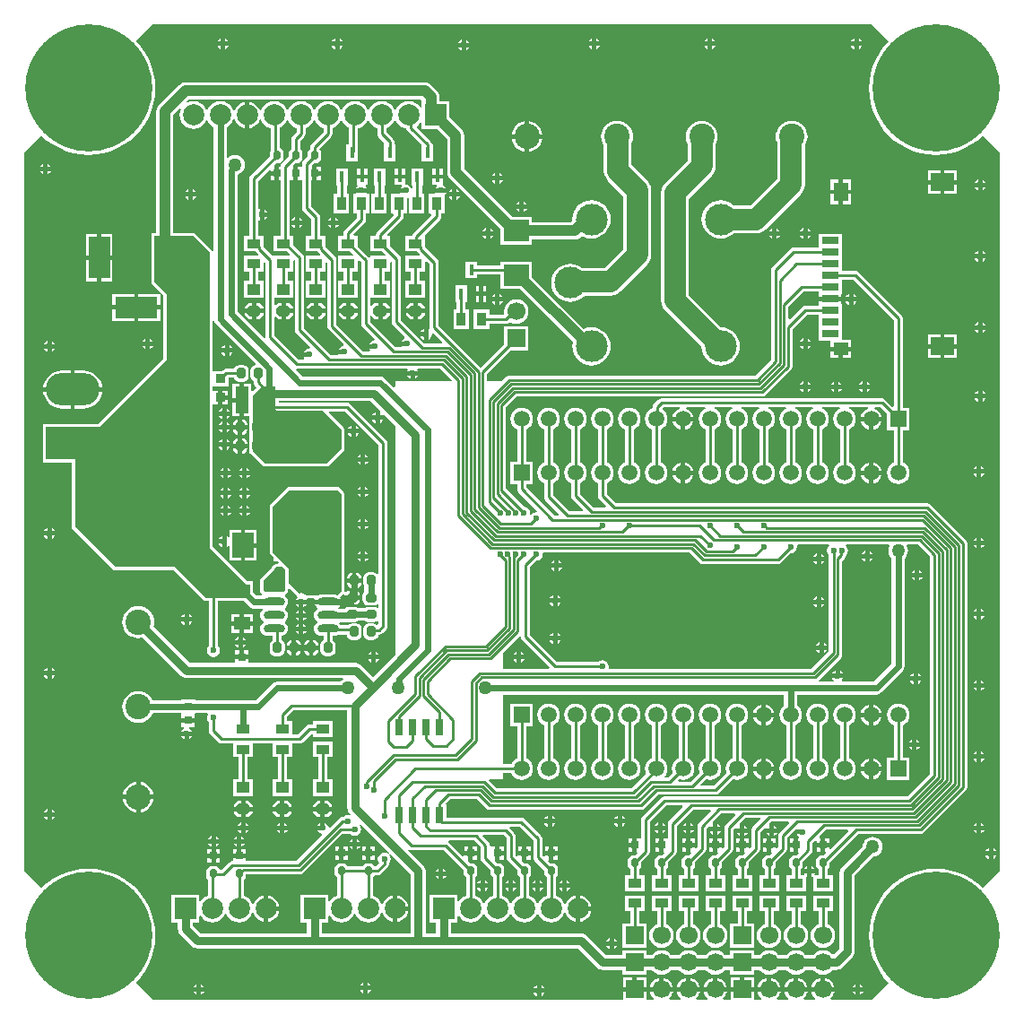
<source format=gtl>
G04*
G04 #@! TF.GenerationSoftware,Altium Limited,Altium Designer,21.0.3 (12)*
G04*
G04 Layer_Physical_Order=1*
G04 Layer_Color=255*
%FSLAX25Y25*%
%MOIN*%
G70*
G04*
G04 #@! TF.SameCoordinates,E6294E34-86D8-4D4B-B4CD-31F9D36B8334*
G04*
G04*
G04 #@! TF.FilePolarity,Positive*
G04*
G01*
G75*
%ADD10C,0.01000*%
%ADD24R,0.02756X0.03150*%
G04:AMPARAMS|DCode=25|XSize=31.5mil|YSize=27.56mil|CornerRadius=0mil|HoleSize=0mil|Usage=FLASHONLY|Rotation=270.000|XOffset=0mil|YOffset=0mil|HoleType=Round|Shape=Octagon|*
%AMOCTAGOND25*
4,1,8,-0.00689,-0.01575,0.00689,-0.01575,0.01378,-0.00886,0.01378,0.00886,0.00689,0.01575,-0.00689,0.01575,-0.01378,0.00886,-0.01378,-0.00886,-0.00689,-0.01575,0.0*
%
%ADD25OCTAGOND25*%

%ADD26R,0.05000X0.03500*%
%ADD27R,0.05000X0.04000*%
G04:AMPARAMS|DCode=28|XSize=40mil|YSize=50mil|CornerRadius=0mil|HoleSize=0mil|Usage=FLASHONLY|Rotation=270.000|XOffset=0mil|YOffset=0mil|HoleType=Round|Shape=Octagon|*
%AMOCTAGOND28*
4,1,8,0.02500,0.01000,0.02500,-0.01000,0.01500,-0.02000,-0.01500,-0.02000,-0.02500,-0.01000,-0.02500,0.01000,-0.01500,0.02000,0.01500,0.02000,0.02500,0.01000,0.0*
%
%ADD28OCTAGOND28*%

%ADD29R,0.02559X0.05906*%
%ADD30R,0.03000X0.03000*%
G04:AMPARAMS|DCode=31|XSize=37mil|YSize=32mil|CornerRadius=8mil|HoleSize=0mil|Usage=FLASHONLY|Rotation=90.000|XOffset=0mil|YOffset=0mil|HoleType=Round|Shape=RoundedRectangle|*
%AMROUNDEDRECTD31*
21,1,0.03700,0.01600,0,0,90.0*
21,1,0.02100,0.03200,0,0,90.0*
1,1,0.01600,0.00800,0.01050*
1,1,0.01600,0.00800,-0.01050*
1,1,0.01600,-0.00800,-0.01050*
1,1,0.01600,-0.00800,0.01050*
%
%ADD31ROUNDEDRECTD31*%
G04:AMPARAMS|DCode=32|XSize=37mil|YSize=32mil|CornerRadius=8mil|HoleSize=0mil|Usage=FLASHONLY|Rotation=180.000|XOffset=0mil|YOffset=0mil|HoleType=Round|Shape=RoundedRectangle|*
%AMROUNDEDRECTD32*
21,1,0.03700,0.01600,0,0,180.0*
21,1,0.02100,0.03200,0,0,180.0*
1,1,0.01600,-0.01050,0.00800*
1,1,0.01600,0.01050,0.00800*
1,1,0.01600,0.01050,-0.00800*
1,1,0.01600,-0.01050,-0.00800*
%
%ADD32ROUNDEDRECTD32*%
%ADD33R,0.07874X0.09449*%
%ADD34R,0.15748X0.09449*%
%ADD35R,0.05000X0.10000*%
%ADD36R,0.03700X0.03200*%
%ADD37R,0.06299X0.02756*%
%ADD38R,0.08661X0.06693*%
%ADD39R,0.05512X0.07087*%
%ADD40R,0.05512X0.04724*%
%ADD41R,0.09449X0.07874*%
%ADD42R,0.03500X0.05000*%
%ADD43R,0.01772X0.03937*%
%ADD44R,0.06000X0.05000*%
%ADD45O,0.08000X0.03000*%
G04:AMPARAMS|DCode=46|XSize=80mil|YSize=30mil|CornerRadius=0mil|HoleSize=0mil|Usage=FLASHONLY|Rotation=0.000|XOffset=0mil|YOffset=0mil|HoleType=Round|Shape=Octagon|*
%AMOCTAGOND46*
4,1,8,0.04000,-0.00750,0.04000,0.00750,0.03250,0.01500,-0.03250,0.01500,-0.04000,0.00750,-0.04000,-0.00750,-0.03250,-0.01500,0.03250,-0.01500,0.04000,-0.00750,0.0*
%
%ADD46OCTAGOND46*%

%ADD84C,0.03150*%
%ADD85C,0.02362*%
%ADD86C,0.03937*%
%ADD87C,0.07874*%
%ADD88C,0.09449*%
%ADD89O,0.20000X0.12000*%
%ADD90R,0.20000X0.12000*%
%ADD91R,0.15748X0.07874*%
%ADD92R,0.07874X0.15748*%
%ADD93C,0.07874*%
%ADD94R,0.07874X0.07874*%
%ADD95C,0.11811*%
%ADD96R,0.06693X0.06693*%
%ADD97C,0.06693*%
%ADD98C,0.05906*%
%ADD99R,0.05906X0.05906*%
%ADD100R,0.06693X0.06693*%
%ADD101C,0.47244*%
%ADD102C,0.02362*%
%ADD103C,0.05000*%
G36*
X356450Y391582D02*
X354593Y389505D01*
X352981Y387233D01*
X351634Y384794D01*
X350568Y382221D01*
X349796Y379544D01*
X349330Y376797D01*
X349173Y374016D01*
X349330Y371234D01*
X349796Y368488D01*
X350568Y365811D01*
X351634Y363237D01*
X352981Y360799D01*
X354593Y358527D01*
X356450Y356450D01*
X358527Y354593D01*
X360799Y352981D01*
X363237Y351634D01*
X365811Y350568D01*
X368488Y349796D01*
X371234Y349330D01*
X374016Y349173D01*
X376797Y349330D01*
X379544Y349796D01*
X382221Y350568D01*
X384794Y351634D01*
X387233Y352981D01*
X389505Y354593D01*
X391582Y356450D01*
X391582Y356450D01*
X397892Y350139D01*
Y82932D01*
X391582Y76621D01*
X389505Y78478D01*
X387233Y80090D01*
X384794Y81437D01*
X382221Y82503D01*
X379544Y83275D01*
X376797Y83741D01*
X374016Y83897D01*
X371234Y83741D01*
X368488Y83275D01*
X365811Y82503D01*
X363237Y81437D01*
X360799Y80090D01*
X358527Y78478D01*
X356450Y76621D01*
X354593Y74544D01*
X352981Y72272D01*
X351634Y69834D01*
X350568Y67260D01*
X349796Y64583D01*
X349330Y61837D01*
X349173Y59055D01*
X349330Y56274D01*
X349796Y53527D01*
X350568Y50850D01*
X351634Y48276D01*
X352981Y45838D01*
X354593Y43566D01*
X356450Y41489D01*
X350139Y35179D01*
X334981D01*
X334811Y35679D01*
X335100Y35900D01*
X335797Y36808D01*
X336235Y37865D01*
X336280Y38213D01*
X327720D01*
X327765Y37865D01*
X328203Y36808D01*
X328900Y35900D01*
X329189Y35679D01*
X329019Y35179D01*
X324981D01*
X324811Y35679D01*
X325100Y35900D01*
X325797Y36808D01*
X326235Y37865D01*
X326280Y38213D01*
X317720D01*
X317765Y37865D01*
X318203Y36808D01*
X318900Y35900D01*
X319189Y35679D01*
X319019Y35179D01*
X314981D01*
X314811Y35679D01*
X315100Y35900D01*
X315797Y36808D01*
X316235Y37865D01*
X316280Y38213D01*
X307720D01*
X307765Y37865D01*
X308203Y36808D01*
X308900Y35900D01*
X309189Y35679D01*
X309019Y35179D01*
X306347D01*
Y38213D01*
X297654D01*
Y35179D01*
X294981D01*
X294811Y35679D01*
X295100Y35900D01*
X295797Y36808D01*
X296235Y37865D01*
X296280Y38213D01*
X287720D01*
X287765Y37865D01*
X288203Y36808D01*
X288900Y35900D01*
X289189Y35679D01*
X289019Y35179D01*
X284981D01*
X284811Y35679D01*
X285100Y35900D01*
X285797Y36808D01*
X286235Y37865D01*
X286280Y38213D01*
X277720D01*
X277765Y37865D01*
X278203Y36808D01*
X278900Y35900D01*
X279189Y35679D01*
X279019Y35179D01*
X274981D01*
X274811Y35679D01*
X275100Y35900D01*
X275797Y36808D01*
X276235Y37865D01*
X276280Y38213D01*
X267720D01*
X267765Y37865D01*
X268203Y36808D01*
X268900Y35900D01*
X269189Y35679D01*
X269019Y35179D01*
X266347D01*
Y38213D01*
X257653D01*
Y35179D01*
X82932D01*
X76621Y41489D01*
Y41489D01*
X78478Y43566D01*
X80090Y45838D01*
X81437Y48276D01*
X82503Y50850D01*
X83275Y53527D01*
X83741Y56274D01*
X83897Y59055D01*
X83741Y61837D01*
X83275Y64583D01*
X82503Y67260D01*
X81437Y69834D01*
X80090Y72272D01*
X78478Y74544D01*
X76621Y76621D01*
X74544Y78478D01*
X72272Y80090D01*
X69834Y81437D01*
X67260Y82503D01*
X64583Y83275D01*
X61837Y83741D01*
X59055Y83897D01*
X56274Y83741D01*
X53527Y83275D01*
X50850Y82503D01*
X48276Y81437D01*
X45838Y80090D01*
X43566Y78478D01*
X41489Y76621D01*
X41489Y76621D01*
X35179Y82932D01*
Y350139D01*
X41489Y356450D01*
X41489Y356450D01*
X43566Y354593D01*
X45838Y352981D01*
X48276Y351634D01*
X50850Y350568D01*
X53527Y349796D01*
X56274Y349330D01*
X59055Y349173D01*
X61837Y349330D01*
X64583Y349796D01*
X67260Y350568D01*
X69834Y351634D01*
X72272Y352981D01*
X74544Y354593D01*
X76621Y356450D01*
X78478Y358527D01*
X80090Y360799D01*
X81437Y363237D01*
X82503Y365811D01*
X83275Y368488D01*
X83741Y371234D01*
X83897Y374016D01*
X83741Y376797D01*
X83275Y379544D01*
X82503Y382221D01*
X81437Y384794D01*
X80090Y387233D01*
X78478Y389505D01*
X76621Y391582D01*
X76621Y391582D01*
X82932Y397892D01*
X350139D01*
X356450Y391582D01*
D02*
G37*
%LPC*%
G36*
X345287Y392567D02*
Y391287D01*
X346567D01*
X346555Y391351D01*
X346073Y392073D01*
X345351Y392555D01*
X345287Y392567D01*
D02*
G37*
G36*
X343713D02*
X343649Y392555D01*
X342928Y392073D01*
X342445Y391351D01*
X342433Y391287D01*
X343713D01*
Y392567D01*
D02*
G37*
G36*
X290787D02*
Y391287D01*
X292067D01*
X292055Y391351D01*
X291572Y392073D01*
X290851Y392555D01*
X290787Y392567D01*
D02*
G37*
G36*
X289213D02*
X289149Y392555D01*
X288427Y392073D01*
X287945Y391351D01*
X287933Y391287D01*
X289213D01*
Y392567D01*
D02*
G37*
G36*
X247787D02*
Y391287D01*
X249067D01*
X249055Y391351D01*
X248572Y392073D01*
X247851Y392555D01*
X247787Y392567D01*
D02*
G37*
G36*
X246213D02*
X246149Y392555D01*
X245427Y392073D01*
X244945Y391351D01*
X244933Y391287D01*
X246213D01*
Y392567D01*
D02*
G37*
G36*
X152287D02*
Y391287D01*
X153567D01*
X153554Y391351D01*
X153073Y392073D01*
X152351Y392555D01*
X152287Y392567D01*
D02*
G37*
G36*
X150713D02*
X150649Y392555D01*
X149927Y392073D01*
X149445Y391351D01*
X149433Y391287D01*
X150713D01*
Y392567D01*
D02*
G37*
G36*
X109787D02*
Y391287D01*
X111067D01*
X111055Y391351D01*
X110573Y392073D01*
X109851Y392555D01*
X109787Y392567D01*
D02*
G37*
G36*
X108213D02*
X108149Y392555D01*
X107428Y392073D01*
X106946Y391351D01*
X106933Y391287D01*
X108213D01*
Y392567D01*
D02*
G37*
G36*
X199287Y392067D02*
Y390787D01*
X200567D01*
X200554Y390851D01*
X200073Y391572D01*
X199351Y392055D01*
X199287Y392067D01*
D02*
G37*
G36*
X197713D02*
X197649Y392055D01*
X196927Y391572D01*
X196446Y390851D01*
X196433Y390787D01*
X197713D01*
Y392067D01*
D02*
G37*
G36*
X346567Y389713D02*
X345287D01*
Y388433D01*
X345351Y388445D01*
X346073Y388928D01*
X346555Y389649D01*
X346567Y389713D01*
D02*
G37*
G36*
X343713D02*
X342433D01*
X342445Y389649D01*
X342928Y388928D01*
X343649Y388445D01*
X343713Y388433D01*
Y389713D01*
D02*
G37*
G36*
X292067D02*
X290787D01*
Y388433D01*
X290851Y388445D01*
X291572Y388928D01*
X292055Y389649D01*
X292067Y389713D01*
D02*
G37*
G36*
X289213D02*
X287933D01*
X287945Y389649D01*
X288427Y388928D01*
X289149Y388445D01*
X289213Y388433D01*
Y389713D01*
D02*
G37*
G36*
X249067D02*
X247787D01*
Y388433D01*
X247851Y388445D01*
X248572Y388928D01*
X249055Y389649D01*
X249067Y389713D01*
D02*
G37*
G36*
X246213D02*
X244933D01*
X244945Y389649D01*
X245427Y388928D01*
X246149Y388445D01*
X246213Y388433D01*
Y389713D01*
D02*
G37*
G36*
X153567D02*
X152287D01*
Y388433D01*
X152351Y388445D01*
X153073Y388928D01*
X153554Y389649D01*
X153567Y389713D01*
D02*
G37*
G36*
X150713D02*
X149433D01*
X149445Y389649D01*
X149927Y388928D01*
X150649Y388445D01*
X150713Y388433D01*
Y389713D01*
D02*
G37*
G36*
X111067D02*
X109787D01*
Y388433D01*
X109851Y388445D01*
X110573Y388928D01*
X111055Y389649D01*
X111067Y389713D01*
D02*
G37*
G36*
X108213D02*
X106933D01*
X106946Y389649D01*
X107428Y388928D01*
X108149Y388445D01*
X108213Y388433D01*
Y389713D01*
D02*
G37*
G36*
X200567Y389213D02*
X199287D01*
Y387933D01*
X199351Y387945D01*
X200073Y388427D01*
X200554Y389149D01*
X200567Y389213D01*
D02*
G37*
G36*
X197713D02*
X196433D01*
X196446Y389149D01*
X196927Y388427D01*
X197649Y387945D01*
X197713Y387933D01*
Y389213D01*
D02*
G37*
G36*
X222787Y361670D02*
Y356787D01*
X227670D01*
X227577Y357494D01*
X227000Y358887D01*
X226083Y360083D01*
X224887Y361000D01*
X223494Y361577D01*
X222787Y361670D01*
D02*
G37*
G36*
X221213D02*
X220506Y361577D01*
X219113Y361000D01*
X217917Y360083D01*
X217000Y358887D01*
X216423Y357494D01*
X216330Y356787D01*
X221213D01*
Y361670D01*
D02*
G37*
G36*
X227670Y355213D02*
X222787D01*
Y350330D01*
X223494Y350423D01*
X224887Y351000D01*
X226083Y351917D01*
X227000Y353113D01*
X227577Y354506D01*
X227670Y355213D01*
D02*
G37*
G36*
X221213D02*
X216330D01*
X216423Y354506D01*
X217000Y353113D01*
X217917Y351917D01*
X219113Y351000D01*
X220506Y350423D01*
X221213Y350330D01*
Y355213D01*
D02*
G37*
G36*
X43787Y346067D02*
Y344787D01*
X45067D01*
X45055Y344851D01*
X44572Y345572D01*
X43851Y346055D01*
X43787Y346067D01*
D02*
G37*
G36*
X42213D02*
X42149Y346055D01*
X41427Y345572D01*
X40945Y344851D01*
X40933Y344787D01*
X42213D01*
Y346067D01*
D02*
G37*
G36*
X145378Y344882D02*
X143787D01*
Y343094D01*
X145378D01*
Y344882D01*
D02*
G37*
G36*
X45067Y343213D02*
X43787D01*
Y341933D01*
X43851Y341945D01*
X44572Y342427D01*
X45055Y343149D01*
X45067Y343213D01*
D02*
G37*
G36*
X42213D02*
X40933D01*
X40945Y343149D01*
X41427Y342427D01*
X42149Y341945D01*
X42213Y341933D01*
Y343213D01*
D02*
G37*
G36*
X176626Y344039D02*
X175528D01*
Y341858D01*
X176626D01*
Y344039D01*
D02*
G37*
G36*
X173953D02*
X172854D01*
Y341858D01*
X173953D01*
Y344039D01*
D02*
G37*
G36*
X190626Y344039D02*
X189528D01*
Y341858D01*
X190626D01*
Y344039D01*
D02*
G37*
G36*
X162626D02*
X161528D01*
Y341858D01*
X162626D01*
Y344039D01*
D02*
G37*
G36*
X187953D02*
X186854D01*
Y341858D01*
X187953D01*
Y344039D01*
D02*
G37*
G36*
X159953D02*
X158854D01*
Y341858D01*
X159953D01*
Y344039D01*
D02*
G37*
G36*
X211787Y342567D02*
Y341287D01*
X213067D01*
X213055Y341351D01*
X212573Y342073D01*
X211851Y342555D01*
X211787Y342567D01*
D02*
G37*
G36*
X210213D02*
X210149Y342555D01*
X209427Y342073D01*
X208945Y341351D01*
X208933Y341287D01*
X210213D01*
Y342567D01*
D02*
G37*
G36*
X381756Y343358D02*
X377213D01*
Y339799D01*
X381756D01*
Y343358D01*
D02*
G37*
G36*
X375638D02*
X371094D01*
Y339799D01*
X375638D01*
Y343358D01*
D02*
G37*
G36*
X145378Y341520D02*
X143787D01*
Y339732D01*
X145378D01*
Y341520D01*
D02*
G37*
G36*
X391287Y340067D02*
Y338787D01*
X392567D01*
X392555Y338851D01*
X392073Y339573D01*
X391351Y340055D01*
X391287Y340067D01*
D02*
G37*
G36*
X389713D02*
X389649Y340055D01*
X388928Y339573D01*
X388445Y338851D01*
X388433Y338787D01*
X389713D01*
Y340067D01*
D02*
G37*
G36*
X213067Y339713D02*
X211787D01*
Y338433D01*
X211851Y338445D01*
X212573Y338928D01*
X213055Y339649D01*
X213067Y339713D01*
D02*
G37*
G36*
X210213D02*
X208933D01*
X208945Y339649D01*
X209427Y338928D01*
X210149Y338445D01*
X210213Y338433D01*
Y339713D01*
D02*
G37*
G36*
X190626Y340283D02*
X188740D01*
X186854D01*
Y338102D01*
X188321D01*
X188472Y337602D01*
X188427Y337573D01*
X187945Y336851D01*
X187933Y336787D01*
X192067D01*
X192054Y336851D01*
X191572Y337573D01*
X191062Y337914D01*
X191051Y337921D01*
X191051Y337921D01*
X190851Y338055D01*
X190626Y338102D01*
X190626Y338102D01*
Y340283D01*
D02*
G37*
G36*
X162626D02*
X160740D01*
X158854D01*
Y338102D01*
X158854Y338102D01*
X158854D01*
X158972Y337602D01*
X158928Y337573D01*
X158446Y336851D01*
X158433Y336787D01*
X162567D01*
X162555Y336851D01*
X162073Y337573D01*
X162028Y337602D01*
X162179Y338102D01*
X162626D01*
Y340283D01*
D02*
G37*
G36*
X342386Y340012D02*
X339417D01*
Y336256D01*
X342386D01*
Y340012D01*
D02*
G37*
G36*
X337843D02*
X334874D01*
Y336256D01*
X337843D01*
Y340012D01*
D02*
G37*
G36*
X392567Y337213D02*
X391287D01*
Y335933D01*
X391351Y335945D01*
X392073Y336427D01*
X392555Y337149D01*
X392567Y337213D01*
D02*
G37*
G36*
X389713D02*
X388433D01*
X388445Y337149D01*
X388928Y336427D01*
X389649Y335945D01*
X389713Y335933D01*
Y337213D01*
D02*
G37*
G36*
X195787Y336567D02*
Y335287D01*
X197067D01*
X197055Y335351D01*
X196572Y336072D01*
X195851Y336555D01*
X195787Y336567D01*
D02*
G37*
G36*
X194213D02*
X194149Y336555D01*
X193428Y336072D01*
X192946Y335351D01*
X192933Y335287D01*
X194213D01*
Y336567D01*
D02*
G37*
G36*
X381756Y338224D02*
X377213D01*
Y334665D01*
X381756D01*
Y338224D01*
D02*
G37*
G36*
X375638D02*
X371094D01*
Y334665D01*
X375638D01*
Y338224D01*
D02*
G37*
G36*
X197067Y333713D02*
X195787D01*
Y332433D01*
X195851Y332445D01*
X196572Y332927D01*
X197055Y333649D01*
X197067Y333713D01*
D02*
G37*
G36*
X194213D02*
X192933D01*
X192946Y333649D01*
X193428Y332927D01*
X194149Y332445D01*
X194213Y332433D01*
Y333713D01*
D02*
G37*
G36*
X342386Y334681D02*
X339417D01*
Y330925D01*
X342386D01*
Y334681D01*
D02*
G37*
G36*
X337843D02*
X334874D01*
Y330925D01*
X337843D01*
Y334681D01*
D02*
G37*
G36*
X220787Y332067D02*
Y330787D01*
X222067D01*
X222055Y330851D01*
X221572Y331573D01*
X220851Y332055D01*
X220787Y332067D01*
D02*
G37*
G36*
X219213D02*
X219149Y332055D01*
X218427Y331573D01*
X217945Y330851D01*
X217933Y330787D01*
X219213D01*
Y332067D01*
D02*
G37*
G36*
X320425Y361934D02*
X319268Y361820D01*
X318154Y361482D01*
X317128Y360934D01*
X316229Y360196D01*
X315491Y359297D01*
X314943Y358271D01*
X314605Y357158D01*
X314491Y356000D01*
X314605Y354842D01*
X314943Y353729D01*
X314962Y353694D01*
Y340262D01*
X305106Y330406D01*
X298881D01*
X297956Y331165D01*
X296725Y331823D01*
X295389Y332228D01*
X294000Y332365D01*
X292611Y332228D01*
X291275Y331823D01*
X290044Y331165D01*
X288965Y330279D01*
X288079Y329200D01*
X287421Y327969D01*
X287016Y326633D01*
X286879Y325244D01*
X287016Y323855D01*
X287421Y322519D01*
X288079Y321288D01*
X288965Y320209D01*
X290044Y319323D01*
X291275Y318665D01*
X292611Y318260D01*
X294000Y318123D01*
X295389Y318260D01*
X296725Y318665D01*
X297956Y319323D01*
X298881Y320082D01*
X307244D01*
X307244Y320082D01*
X308580Y320258D01*
X309825Y320773D01*
X310894Y321594D01*
X323774Y334473D01*
X323774Y334474D01*
X324594Y335543D01*
X325110Y336788D01*
X325286Y338124D01*
X325286Y338124D01*
Y352614D01*
X325359Y352703D01*
X325907Y353729D01*
X326245Y354842D01*
X326359Y356000D01*
X326245Y357158D01*
X325907Y358271D01*
X325359Y359297D01*
X324621Y360196D01*
X323722Y360934D01*
X322696Y361482D01*
X321583Y361820D01*
X320425Y361934D01*
D02*
G37*
G36*
X222067Y329213D02*
X220787D01*
Y327933D01*
X220851Y327945D01*
X221572Y328428D01*
X222055Y329149D01*
X222067Y329213D01*
D02*
G37*
G36*
X219213D02*
X217933D01*
X217945Y329149D01*
X218427Y328428D01*
X219149Y327945D01*
X219213Y327933D01*
Y329213D01*
D02*
G37*
G36*
X169327Y344220D02*
X165193D01*
Y337921D01*
X165546D01*
Y334681D01*
X164069D01*
Y327319D01*
X169931D01*
Y334681D01*
X168974D01*
Y337921D01*
X169327D01*
Y344220D01*
D02*
G37*
G36*
X155327Y344220D02*
X151193D01*
Y337921D01*
X151546D01*
Y334681D01*
X150069D01*
Y327319D01*
X155931D01*
Y334681D01*
X154974D01*
Y337921D01*
X155327D01*
Y344220D01*
D02*
G37*
G36*
X150787Y326067D02*
Y324787D01*
X152067D01*
X152055Y324851D01*
X151573Y325572D01*
X150851Y326055D01*
X150787Y326067D01*
D02*
G37*
G36*
X149213D02*
X149149Y326055D01*
X148427Y325572D01*
X147945Y324851D01*
X147933Y324787D01*
X149213D01*
Y326067D01*
D02*
G37*
G36*
X152067Y323213D02*
X150787D01*
Y321933D01*
X150851Y321945D01*
X151573Y322428D01*
X152055Y323149D01*
X152067Y323213D01*
D02*
G37*
G36*
X149213D02*
X147933D01*
X147945Y323149D01*
X148427Y322428D01*
X149149Y321945D01*
X149213Y321933D01*
Y323213D01*
D02*
G37*
G36*
X326287Y322067D02*
Y320787D01*
X327567D01*
X327555Y320851D01*
X327073Y321572D01*
X326351Y322055D01*
X326287Y322067D01*
D02*
G37*
G36*
X324713D02*
X324649Y322055D01*
X323927Y321572D01*
X323445Y320851D01*
X323433Y320787D01*
X324713D01*
Y322067D01*
D02*
G37*
G36*
X314787D02*
Y320787D01*
X316067D01*
X316055Y320851D01*
X315573Y321572D01*
X314851Y322055D01*
X314787Y322067D01*
D02*
G37*
G36*
X313213D02*
X313149Y322055D01*
X312427Y321572D01*
X311945Y320851D01*
X311933Y320787D01*
X313213D01*
Y322067D01*
D02*
G37*
G36*
X208287D02*
Y320787D01*
X209567D01*
X209555Y320851D01*
X209072Y321572D01*
X208351Y322055D01*
X208287Y322067D01*
D02*
G37*
G36*
X206713D02*
X206649Y322055D01*
X205927Y321572D01*
X205445Y320851D01*
X205433Y320787D01*
X206713D01*
Y322067D01*
D02*
G37*
G36*
X184036Y376177D02*
X94998D01*
X94175Y376068D01*
X93409Y375751D01*
X92751Y375246D01*
X85155Y367650D01*
X84650Y366992D01*
X84333Y366226D01*
X84225Y365404D01*
Y320204D01*
X83500D01*
X83039Y320113D01*
X82989Y320079D01*
X82284D01*
Y301969D01*
X82302D01*
X82387Y301539D01*
X82648Y301149D01*
X85978Y297819D01*
X85633Y297457D01*
X85151Y297457D01*
X77559D01*
Y293307D01*
X85646D01*
Y296957D01*
X85646Y297444D01*
X86008Y297789D01*
X86796Y297001D01*
Y273499D01*
X62446Y249150D01*
X41969D01*
Y234787D01*
X52796D01*
Y211000D01*
X52887Y210539D01*
X53149Y210149D01*
X53149Y210148D01*
X68148Y195149D01*
X68539Y194887D01*
X69000Y194796D01*
X69000Y194796D01*
X90501D01*
X101648Y183649D01*
X102039Y183387D01*
X102500Y183296D01*
X102500Y183296D01*
X103786D01*
Y166687D01*
X103275Y165922D01*
X103092Y165000D01*
X103275Y164078D01*
X103797Y163297D01*
X104578Y162775D01*
X105500Y162592D01*
X106422Y162775D01*
X107203Y163297D01*
X107725Y164078D01*
X107908Y165000D01*
X107725Y165922D01*
X107214Y166687D01*
Y183296D01*
X116755Y183296D01*
X118754Y181297D01*
X119535Y180775D01*
X120457Y180591D01*
X123652D01*
X123821Y180092D01*
X123588Y179912D01*
X123158Y179352D01*
X122888Y178700D01*
X122796Y178000D01*
X122888Y177300D01*
X123158Y176648D01*
X123588Y176088D01*
X123957Y175804D01*
X123991Y175722D01*
Y175278D01*
X123957Y175196D01*
X123588Y174912D01*
X123158Y174352D01*
X122888Y173700D01*
X122796Y173000D01*
X122888Y172300D01*
X123158Y171648D01*
X123588Y171088D01*
X124148Y170658D01*
X124800Y170388D01*
X125500Y170296D01*
X127467D01*
Y168822D01*
X126953Y168478D01*
X126515Y167823D01*
X126361Y167050D01*
Y164950D01*
X126515Y164177D01*
X126953Y163522D01*
X127608Y163084D01*
X128381Y162930D01*
X129981D01*
X130754Y163084D01*
X131409Y163522D01*
X131847Y164177D01*
X132001Y164950D01*
Y167050D01*
X131847Y167823D01*
X131409Y168478D01*
X130895Y168822D01*
Y170348D01*
X131200Y170388D01*
X131852Y170658D01*
X132412Y171088D01*
X132842Y171648D01*
X133112Y172300D01*
X133204Y173000D01*
X133112Y173700D01*
X132842Y174352D01*
X132412Y174912D01*
X132043Y175196D01*
X132009Y175278D01*
Y175722D01*
X132043Y175804D01*
X132412Y176088D01*
X132842Y176648D01*
X133112Y177300D01*
X133204Y178000D01*
X133112Y178700D01*
X132842Y179352D01*
X132412Y179912D01*
X132043Y180196D01*
X132009Y180278D01*
Y180722D01*
X132043Y180804D01*
X132412Y181088D01*
X132842Y181648D01*
X133112Y182300D01*
X133204Y183000D01*
X133112Y183700D01*
X132842Y184352D01*
X132412Y184912D01*
X132159Y185106D01*
X132127Y185605D01*
X133181Y186659D01*
Y187384D01*
X133204Y187500D01*
Y187939D01*
X133666Y188131D01*
X136391Y185406D01*
X136489Y185340D01*
X136564Y185265D01*
X136573Y185256D01*
X136651Y184925D01*
X136629Y184731D01*
X136617Y184699D01*
X136427Y184573D01*
X135945Y183851D01*
X135933Y183787D01*
X140067D01*
X140066Y183796D01*
X140092Y183906D01*
X140359Y184296D01*
X142804D01*
X143109Y183796D01*
X143108Y183787D01*
X152892D01*
X152855Y183976D01*
X152384Y184681D01*
X153728Y186025D01*
X154189Y185779D01*
X154115Y185406D01*
Y185394D01*
X156213D01*
Y187242D01*
X155950D01*
X155248Y187102D01*
X154656Y186706D01*
X154639Y186710D01*
X154185Y186905D01*
X154204Y187000D01*
X154204Y187000D01*
Y223000D01*
X154204Y223000D01*
X154113Y223461D01*
X153851Y223851D01*
X152351Y225352D01*
X151961Y225613D01*
X151500Y225704D01*
X151500Y225704D01*
X133500D01*
X133039Y225613D01*
X132649Y225352D01*
X126648Y219352D01*
X126387Y218961D01*
X126296Y218500D01*
X126296Y218500D01*
Y201500D01*
X126296Y201500D01*
X126387Y201039D01*
X126648Y200648D01*
X126648Y200648D01*
X127882Y199415D01*
Y198094D01*
X129202D01*
X129631Y197666D01*
X129439Y197204D01*
X129000D01*
X129000Y197204D01*
X128539Y197113D01*
X128258Y196925D01*
X128214Y196916D01*
X127559Y196478D01*
X127124Y195827D01*
X123149Y191851D01*
X122887Y191461D01*
X122796Y191000D01*
X122796Y191000D01*
Y187500D01*
X122819Y187384D01*
Y186659D01*
X123608Y185870D01*
X123417Y185408D01*
X121454D01*
X120181Y186682D01*
Y190681D01*
X118022D01*
X105204Y203499D01*
Y256400D01*
X107213D01*
Y259000D01*
Y261600D01*
X105204D01*
Y263219D01*
X111031D01*
Y266286D01*
X113100D01*
X113121Y266177D01*
X113559Y265522D01*
X114214Y265084D01*
X114987Y264930D01*
X116587D01*
X117360Y265084D01*
X118016Y265522D01*
X118454Y266177D01*
X118607Y266950D01*
Y269050D01*
X118454Y269823D01*
X118016Y270478D01*
X117360Y270916D01*
X116587Y271070D01*
X114987D01*
X114214Y270916D01*
X113559Y270478D01*
X113121Y269823D01*
X113100Y269714D01*
X110250D01*
X109594Y269584D01*
X109038Y269212D01*
X108607Y268781D01*
X105204D01*
Y287384D01*
X105704Y287433D01*
X105775Y287078D01*
X106297Y286297D01*
X121045Y271549D01*
X120880Y271006D01*
X120427Y270916D01*
X119772Y270478D01*
X119334Y269823D01*
X119180Y269050D01*
Y266950D01*
X119334Y266177D01*
X119772Y265522D01*
X120372Y265121D01*
Y264650D01*
X120503Y263994D01*
X120874Y263438D01*
X121555Y262758D01*
X119962Y261165D01*
X119500Y261356D01*
Y264000D01*
X116787D01*
Y258000D01*
Y252000D01*
X118796D01*
Y249097D01*
X118786Y249050D01*
Y246950D01*
X118796Y246903D01*
Y242097D01*
X118786Y242050D01*
Y239950D01*
X118796Y239903D01*
Y239000D01*
X118887Y238539D01*
X119149Y238148D01*
X123649Y233648D01*
X124039Y233387D01*
X124500Y233296D01*
X124500Y233296D01*
X147500D01*
X147961Y233387D01*
X148352Y233648D01*
X148352Y233648D01*
X153851Y239148D01*
X154113Y239539D01*
X154204Y240000D01*
X154204Y240000D01*
Y247000D01*
X154113Y247461D01*
X153851Y247851D01*
X153851Y247851D01*
X148379Y253324D01*
X148570Y253786D01*
X154290D01*
X166786Y241290D01*
Y193544D01*
X166286Y193392D01*
X166228Y193478D01*
X165573Y193916D01*
X164800Y194070D01*
X163200D01*
X162427Y193916D01*
X161772Y193478D01*
X161334Y192823D01*
X161180Y192050D01*
Y189950D01*
X161334Y189177D01*
X161591Y188791D01*
Y186881D01*
X161522Y186835D01*
X161084Y186179D01*
X160930Y185406D01*
Y183806D01*
X161084Y183033D01*
X161522Y182378D01*
X162177Y181940D01*
X162950Y181786D01*
X165050D01*
X165823Y181940D01*
X166286Y182249D01*
X166786Y182007D01*
Y180993D01*
X166286Y180751D01*
X165823Y181060D01*
X165050Y181214D01*
X162950D01*
X162177Y181060D01*
X161791Y180802D01*
X159209D01*
X158823Y181060D01*
X158050Y181214D01*
X155950D01*
X155177Y181060D01*
X154522Y180622D01*
X154379Y180409D01*
X152021D01*
X151870Y180909D01*
X152302Y181198D01*
X152855Y182025D01*
X152892Y182213D01*
X143108D01*
X143145Y182025D01*
X143698Y181198D01*
X144160Y180888D01*
X144149Y180369D01*
X144115Y180317D01*
X143588Y179912D01*
X143158Y179352D01*
X142888Y178700D01*
X142796Y178000D01*
X142888Y177300D01*
X143158Y176648D01*
X143588Y176088D01*
X143957Y175804D01*
X143991Y175722D01*
Y175278D01*
X143957Y175196D01*
X143588Y174912D01*
X143158Y174352D01*
X142888Y173700D01*
X142796Y173000D01*
X142888Y172300D01*
X143158Y171648D01*
X143588Y171088D01*
X144148Y170658D01*
X144800Y170388D01*
X145500Y170296D01*
X146286D01*
Y168822D01*
X145772Y168478D01*
X145334Y167823D01*
X145180Y167050D01*
Y164950D01*
X145334Y164177D01*
X145772Y163522D01*
X146427Y163084D01*
X147200Y162930D01*
X148800D01*
X149573Y163084D01*
X150228Y163522D01*
X150666Y164177D01*
X150820Y164950D01*
Y167050D01*
X150666Y167823D01*
X150228Y168478D01*
X149714Y168822D01*
Y170296D01*
X150500D01*
X151200Y170388D01*
X151852Y170658D01*
X152172Y170903D01*
X154977D01*
X155121Y170177D01*
X155559Y169522D01*
X156214Y169084D01*
X156987Y168930D01*
X158587D01*
X159360Y169084D01*
X160016Y169522D01*
X160454Y170177D01*
X160607Y170950D01*
Y173050D01*
X160454Y173823D01*
X160016Y174478D01*
X159360Y174916D01*
X158587Y175070D01*
X156987D01*
X156214Y174916D01*
X155559Y174478D01*
X155461Y174331D01*
X152850D01*
X152842Y174352D01*
X152412Y174912D01*
X152179Y175092D01*
X152348Y175592D01*
X155861D01*
X155950Y175574D01*
X158050D01*
X158823Y175728D01*
X159209Y175985D01*
X161791D01*
X162177Y175727D01*
X162950Y175574D01*
X165050D01*
X165823Y175727D01*
X166286Y176037D01*
X166786Y175794D01*
Y174710D01*
X166719Y174643D01*
X166228Y174478D01*
X165573Y174916D01*
X164800Y175070D01*
X163200D01*
X162427Y174916D01*
X161772Y174478D01*
X161334Y173823D01*
X161180Y173050D01*
Y170950D01*
X161334Y170177D01*
X161772Y169522D01*
X162427Y169084D01*
X163200Y168930D01*
X164800D01*
X165573Y169084D01*
X166228Y169522D01*
X166666Y170177D01*
X166807Y170886D01*
X167100D01*
X167756Y171016D01*
X168312Y171388D01*
X169712Y172788D01*
X170084Y173344D01*
X170214Y174000D01*
Y242000D01*
X170084Y242656D01*
X169712Y243212D01*
X156212Y256712D01*
X155656Y257084D01*
X155000Y257214D01*
X129917D01*
Y257720D01*
X163849D01*
X167414Y254154D01*
X167398Y254053D01*
X167287Y253976D01*
Y252287D01*
X168976D01*
X169053Y252398D01*
X169155Y252414D01*
X173000Y248569D01*
Y163431D01*
X164750Y155181D01*
X160466Y159466D01*
X159890Y159907D01*
X159219Y160185D01*
X158500Y160280D01*
X118500D01*
Y161772D01*
X116000D01*
X113500D01*
Y160280D01*
X96612D01*
X83150Y173742D01*
X83320Y174303D01*
X83434Y175461D01*
X83320Y176618D01*
X82982Y177732D01*
X82434Y178757D01*
X81696Y179657D01*
X80797Y180395D01*
X79771Y180943D01*
X78658Y181281D01*
X77500Y181395D01*
X76342Y181281D01*
X75229Y180943D01*
X74203Y180395D01*
X73304Y179657D01*
X72566Y178757D01*
X72018Y177732D01*
X71680Y176618D01*
X71566Y175461D01*
X71680Y174303D01*
X72018Y173190D01*
X72566Y172164D01*
X73304Y171265D01*
X74203Y170527D01*
X75229Y169978D01*
X76342Y169641D01*
X77500Y169527D01*
X78658Y169641D01*
X79219Y169811D01*
X93495Y155535D01*
X94071Y155093D01*
X94741Y154815D01*
X95461Y154720D01*
X153556D01*
X153655Y154220D01*
X153644Y154215D01*
X152875Y153625D01*
X152708Y153409D01*
X129000D01*
X128078Y153225D01*
X127297Y152703D01*
X121121Y146527D01*
X98681D01*
Y146799D01*
X93319D01*
Y146450D01*
X82868D01*
X82434Y147261D01*
X81696Y148161D01*
X80797Y148899D01*
X79771Y149447D01*
X78658Y149785D01*
X77500Y149899D01*
X76342Y149785D01*
X75229Y149447D01*
X74203Y148899D01*
X73304Y148161D01*
X72566Y147261D01*
X72018Y146235D01*
X71680Y145122D01*
X71566Y143965D01*
X71680Y142807D01*
X72018Y141694D01*
X72566Y140668D01*
X73304Y139769D01*
X74203Y139031D01*
X75229Y138482D01*
X76342Y138145D01*
X77500Y138031D01*
X78658Y138145D01*
X79771Y138482D01*
X80797Y139031D01*
X81696Y139769D01*
X82434Y140668D01*
X82950Y141633D01*
X93319D01*
Y141437D01*
X93500D01*
Y139787D01*
X96000D01*
X98500D01*
Y141437D01*
X98681D01*
Y141710D01*
X103200D01*
X103467Y141210D01*
X103275Y140922D01*
X103092Y140000D01*
X103275Y139078D01*
X103786Y138313D01*
Y135000D01*
X103916Y134344D01*
X104288Y133788D01*
X107288Y130788D01*
X107844Y130416D01*
X108500Y130286D01*
X112819D01*
Y125328D01*
X114786D01*
Y117181D01*
X112819D01*
Y110819D01*
X120181D01*
Y117181D01*
X118214D01*
Y125328D01*
X120181D01*
Y130286D01*
X127319D01*
Y125328D01*
X129286D01*
Y117181D01*
X127319D01*
Y110819D01*
X134681D01*
Y117181D01*
X132714D01*
Y125328D01*
X134681D01*
Y130286D01*
X137500D01*
X138156Y130416D01*
X138712Y130788D01*
X141819Y133895D01*
X142319Y133711D01*
Y132809D01*
X149681D01*
Y138671D01*
X142319D01*
Y137454D01*
X141240D01*
X140584Y137323D01*
X140028Y136952D01*
X136790Y133714D01*
X134681D01*
Y138671D01*
X132714D01*
Y140290D01*
X135210Y142786D01*
X155220D01*
Y106500D01*
X155315Y105781D01*
X155593Y105110D01*
X156035Y104534D01*
X156312Y104257D01*
X156066Y103796D01*
X155500Y103909D01*
X154578Y103725D01*
X153813Y103214D01*
X153500D01*
X152844Y103084D01*
X152288Y102712D01*
X148707Y99132D01*
X148165Y99296D01*
X148055Y99851D01*
X147573Y100573D01*
X146851Y101055D01*
X146787Y101067D01*
Y99000D01*
X146000D01*
Y98213D01*
X143933D01*
X143946Y98149D01*
X144428Y97427D01*
X145149Y96946D01*
X145704Y96835D01*
X145869Y96293D01*
X136290Y86714D01*
X117378D01*
Y87906D01*
X115000D01*
X112622D01*
Y86714D01*
X112500D01*
X111844Y86584D01*
X111288Y86212D01*
X108557Y83481D01*
X108059Y83476D01*
X106780Y84756D01*
X104220D01*
X102941Y83476D01*
Y80524D01*
X103536Y79929D01*
Y73933D01*
X102419Y73471D01*
X101350Y72650D01*
X100618Y71697D01*
X100118Y71831D01*
Y74118D01*
X89882D01*
Y63882D01*
X92220D01*
Y61500D01*
X92315Y60781D01*
X92593Y60110D01*
X93034Y59535D01*
X97535Y55035D01*
X98110Y54593D01*
X98781Y54315D01*
X99500Y54220D01*
X240849D01*
X248035Y47034D01*
X248610Y46593D01*
X249281Y46315D01*
X250000Y46220D01*
X257472D01*
Y44472D01*
X266528D01*
Y46220D01*
X268426D01*
X268771Y45771D01*
X269717Y45045D01*
X270818Y44589D01*
X272000Y44433D01*
X273182Y44589D01*
X274283Y45045D01*
X275229Y45771D01*
X275574Y46220D01*
X278426D01*
X278771Y45771D01*
X279717Y45045D01*
X280818Y44589D01*
X282000Y44433D01*
X283182Y44589D01*
X284283Y45045D01*
X285229Y45771D01*
X285574Y46220D01*
X288426D01*
X288771Y45771D01*
X289717Y45045D01*
X290818Y44589D01*
X292000Y44433D01*
X293182Y44589D01*
X294283Y45045D01*
X295229Y45771D01*
X295574Y46220D01*
X297472D01*
Y44472D01*
X306528D01*
Y46220D01*
X308426D01*
X308771Y45771D01*
X309717Y45045D01*
X310818Y44589D01*
X312000Y44433D01*
X313182Y44589D01*
X314283Y45045D01*
X315229Y45771D01*
X315574Y46220D01*
X318426D01*
X318771Y45771D01*
X319717Y45045D01*
X320818Y44589D01*
X322000Y44433D01*
X323182Y44589D01*
X324283Y45045D01*
X325229Y45771D01*
X325574Y46220D01*
X328426D01*
X328771Y45771D01*
X329717Y45045D01*
X330818Y44589D01*
X332000Y44433D01*
X333182Y44589D01*
X334283Y45045D01*
X335229Y45771D01*
X335574Y46220D01*
X337000D01*
X337719Y46315D01*
X338390Y46593D01*
X338966Y47034D01*
X342966Y51034D01*
X343407Y51610D01*
X343685Y52281D01*
X343780Y53000D01*
Y81349D01*
X350751Y88320D01*
X351461Y88414D01*
X352356Y88785D01*
X353125Y89375D01*
X353715Y90144D01*
X354086Y91039D01*
X354213Y92000D01*
X354086Y92961D01*
X353715Y93856D01*
X353125Y94625D01*
X352356Y95215D01*
X351461Y95586D01*
X350500Y95713D01*
X349539Y95586D01*
X348644Y95215D01*
X347875Y94625D01*
X347285Y93856D01*
X346914Y92961D01*
X346820Y92251D01*
X339035Y84465D01*
X338593Y83890D01*
X338315Y83219D01*
X338220Y82500D01*
Y54151D01*
X336009Y51940D01*
X335428Y51970D01*
X335229Y52229D01*
X334283Y52955D01*
X333182Y53411D01*
X332000Y53567D01*
X330818Y53411D01*
X329717Y52955D01*
X328771Y52229D01*
X328426Y51780D01*
X325574D01*
X325229Y52229D01*
X324283Y52955D01*
X323182Y53411D01*
X322000Y53567D01*
X320818Y53411D01*
X319717Y52955D01*
X318771Y52229D01*
X318426Y51780D01*
X315574D01*
X315229Y52229D01*
X314283Y52955D01*
X313182Y53411D01*
X312000Y53567D01*
X310818Y53411D01*
X309717Y52955D01*
X308771Y52229D01*
X308426Y51780D01*
X306528D01*
Y53527D01*
X297472D01*
Y51780D01*
X295574D01*
X295229Y52229D01*
X294283Y52955D01*
X293182Y53411D01*
X292000Y53567D01*
X290818Y53411D01*
X289717Y52955D01*
X288771Y52229D01*
X288426Y51780D01*
X285574D01*
X285229Y52229D01*
X284283Y52955D01*
X283182Y53411D01*
X282000Y53567D01*
X280818Y53411D01*
X279717Y52955D01*
X278771Y52229D01*
X278426Y51780D01*
X275574D01*
X275229Y52229D01*
X274283Y52955D01*
X273182Y53411D01*
X272000Y53567D01*
X270818Y53411D01*
X269717Y52955D01*
X268771Y52229D01*
X268426Y51780D01*
X266528D01*
Y53527D01*
X257472D01*
Y51780D01*
X251151D01*
X243966Y58965D01*
X243390Y59407D01*
X242719Y59685D01*
X242000Y59780D01*
X193780D01*
Y63882D01*
X196118D01*
Y66169D01*
X196618Y66303D01*
X197350Y65350D01*
X198419Y64529D01*
X199664Y64014D01*
X201000Y63838D01*
X202336Y64014D01*
X203581Y64529D01*
X204650Y65350D01*
X205471Y66419D01*
X205729Y67044D01*
X206271D01*
X206529Y66419D01*
X207350Y65350D01*
X208419Y64529D01*
X209664Y64014D01*
X211000Y63838D01*
X212336Y64014D01*
X213581Y64529D01*
X214650Y65350D01*
X215471Y66419D01*
X215729Y67044D01*
X216271D01*
X216529Y66419D01*
X217350Y65350D01*
X218419Y64529D01*
X219664Y64014D01*
X221000Y63838D01*
X222336Y64014D01*
X223581Y64529D01*
X224650Y65350D01*
X225471Y66419D01*
X225729Y67044D01*
X226271D01*
X226529Y66419D01*
X227350Y65350D01*
X228419Y64529D01*
X229664Y64014D01*
X231000Y63838D01*
X232336Y64014D01*
X233581Y64529D01*
X234650Y65350D01*
X235471Y66419D01*
X235827Y67280D01*
X236369D01*
X236687Y66510D01*
X237479Y65479D01*
X238510Y64688D01*
X239711Y64190D01*
X240213Y64124D01*
Y69000D01*
Y73876D01*
X239711Y73810D01*
X238510Y73312D01*
X237479Y72521D01*
X236687Y71490D01*
X236369Y70720D01*
X235827D01*
X235471Y71581D01*
X234650Y72650D01*
X233581Y73471D01*
X232714Y73830D01*
Y80679D01*
X233559Y81524D01*
Y84476D01*
X232279Y85756D01*
X230668D01*
X229768Y86656D01*
X229959Y87118D01*
X230213D01*
Y88906D01*
X228622D01*
Y88455D01*
X228160Y88264D01*
X227714Y88710D01*
Y95000D01*
X227584Y95656D01*
X227212Y96212D01*
X221003Y102421D01*
X220447Y102792D01*
X219791Y102923D01*
X191961D01*
Y107795D01*
X191961D01*
X191817Y108143D01*
X193460Y109786D01*
X203426D01*
X206924Y106288D01*
X207480Y105916D01*
X208136Y105786D01*
X264500D01*
X265156Y105916D01*
X265712Y106288D01*
X270710Y111286D01*
X292000D01*
X292656Y111416D01*
X293212Y111788D01*
X298550Y117126D01*
X298921Y116973D01*
X300000Y116831D01*
X301079Y116973D01*
X302085Y117389D01*
X302948Y118052D01*
X303611Y118915D01*
X304027Y119921D01*
X304170Y121000D01*
X304027Y122079D01*
X303611Y123085D01*
X302948Y123948D01*
X302085Y124611D01*
X301714Y124765D01*
Y137235D01*
X302085Y137389D01*
X302948Y138052D01*
X303611Y138915D01*
X304027Y139921D01*
X304170Y141000D01*
X304027Y142079D01*
X303611Y143085D01*
X302948Y143948D01*
X302085Y144611D01*
X301079Y145027D01*
X300000Y145169D01*
X298921Y145027D01*
X297915Y144611D01*
X297052Y143948D01*
X296389Y143085D01*
X295973Y142079D01*
X295830Y141000D01*
X295973Y139921D01*
X296389Y138915D01*
X297052Y138052D01*
X297915Y137389D01*
X298286Y137235D01*
Y124765D01*
X297915Y124611D01*
X297052Y123948D01*
X296389Y123085D01*
X295973Y122079D01*
X295830Y121000D01*
X295973Y119921D01*
X296126Y119550D01*
X291290Y114714D01*
X286791D01*
X286600Y115176D01*
X288550Y117126D01*
X288921Y116973D01*
X290000Y116831D01*
X291079Y116973D01*
X292085Y117389D01*
X292948Y118052D01*
X293611Y118915D01*
X294027Y119921D01*
X294169Y121000D01*
X294027Y122079D01*
X293611Y123085D01*
X292948Y123948D01*
X292085Y124611D01*
X291714Y124765D01*
Y137235D01*
X292085Y137389D01*
X292948Y138052D01*
X293611Y138915D01*
X294027Y139921D01*
X294169Y141000D01*
X294027Y142079D01*
X293611Y143085D01*
X292948Y143948D01*
X292085Y144611D01*
X291079Y145027D01*
X290000Y145169D01*
X288921Y145027D01*
X287915Y144611D01*
X287052Y143948D01*
X286389Y143085D01*
X285972Y142079D01*
X285830Y141000D01*
X285972Y139921D01*
X286389Y138915D01*
X287052Y138052D01*
X287915Y137389D01*
X288286Y137235D01*
Y124765D01*
X287915Y124611D01*
X287052Y123948D01*
X286389Y123085D01*
X285973Y122079D01*
X285830Y121000D01*
X285973Y119921D01*
X286126Y119550D01*
X282790Y116214D01*
X278291D01*
X278100Y116676D01*
X278550Y117126D01*
X278921Y116973D01*
X280000Y116831D01*
X281079Y116973D01*
X282085Y117389D01*
X282948Y118052D01*
X283611Y118915D01*
X284027Y119921D01*
X284170Y121000D01*
X284027Y122079D01*
X283611Y123085D01*
X282948Y123948D01*
X282085Y124611D01*
X281714Y124765D01*
Y137235D01*
X282085Y137389D01*
X282948Y138052D01*
X283611Y138915D01*
X284027Y139921D01*
X284170Y141000D01*
X284027Y142079D01*
X283611Y143085D01*
X282948Y143948D01*
X282085Y144611D01*
X281079Y145027D01*
X280000Y145169D01*
X278921Y145027D01*
X277915Y144611D01*
X277052Y143948D01*
X276389Y143085D01*
X275973Y142079D01*
X275831Y141000D01*
X275973Y139921D01*
X276389Y138915D01*
X277052Y138052D01*
X277915Y137389D01*
X278286Y137235D01*
Y124765D01*
X277915Y124611D01*
X277052Y123948D01*
X276389Y123085D01*
X275973Y122079D01*
X275831Y121000D01*
X275973Y119921D01*
X276126Y119550D01*
X274290Y117714D01*
X273287D01*
X273073Y118214D01*
X273611Y118915D01*
X274027Y119921D01*
X274169Y121000D01*
X274027Y122079D01*
X273611Y123085D01*
X272948Y123948D01*
X272085Y124611D01*
X271714Y124765D01*
Y137235D01*
X272085Y137389D01*
X272948Y138052D01*
X273611Y138915D01*
X274027Y139921D01*
X274169Y141000D01*
X274027Y142079D01*
X273611Y143085D01*
X272948Y143948D01*
X272085Y144611D01*
X271079Y145027D01*
X270000Y145169D01*
X268921Y145027D01*
X267915Y144611D01*
X267052Y143948D01*
X266389Y143085D01*
X265972Y142079D01*
X265830Y141000D01*
X265972Y139921D01*
X266389Y138915D01*
X267052Y138052D01*
X267915Y137389D01*
X268286Y137235D01*
Y124765D01*
X267915Y124611D01*
X267052Y123948D01*
X266389Y123085D01*
X265972Y122079D01*
X265830Y121000D01*
X265972Y119921D01*
X266273Y119197D01*
X260790Y113714D01*
X210710D01*
X207886Y116538D01*
X208077Y117000D01*
X213000D01*
Y119286D01*
X216235D01*
X216389Y118915D01*
X217052Y118052D01*
X217915Y117389D01*
X218921Y116972D01*
X220000Y116831D01*
X221079Y116972D01*
X222085Y117389D01*
X222948Y118052D01*
X223611Y118915D01*
X224027Y119921D01*
X224169Y121000D01*
X224027Y122079D01*
X223611Y123085D01*
X222948Y123948D01*
X222085Y124611D01*
X221714Y124765D01*
Y136866D01*
X224134D01*
Y145134D01*
X215866D01*
Y136866D01*
X218286D01*
Y124765D01*
X217915Y124611D01*
X217052Y123948D01*
X216389Y123085D01*
X216235Y122714D01*
X213000D01*
Y148585D01*
X317592D01*
Y144362D01*
X317052Y143948D01*
X316389Y143085D01*
X315972Y142079D01*
X315830Y141000D01*
X315972Y139921D01*
X316389Y138915D01*
X317052Y138052D01*
X317915Y137389D01*
X318286Y137235D01*
Y124765D01*
X317915Y124611D01*
X317052Y123948D01*
X316389Y123085D01*
X315973Y122079D01*
X315830Y121000D01*
X315973Y119921D01*
X316389Y118915D01*
X317052Y118052D01*
X317915Y117389D01*
X318921Y116973D01*
X320000Y116831D01*
X321079Y116973D01*
X322085Y117389D01*
X322948Y118052D01*
X323611Y118915D01*
X324027Y119921D01*
X324169Y121000D01*
X324027Y122079D01*
X323611Y123085D01*
X322948Y123948D01*
X322085Y124611D01*
X321714Y124765D01*
Y137235D01*
X322085Y137389D01*
X322948Y138052D01*
X323611Y138915D01*
X324027Y139921D01*
X324169Y141000D01*
X324027Y142079D01*
X323611Y143085D01*
X322948Y143948D01*
X322409Y144362D01*
Y148585D01*
X351993D01*
X352915Y148768D01*
X353696Y149290D01*
X361703Y157297D01*
X362225Y158078D01*
X362408Y159000D01*
Y199208D01*
X362625Y199375D01*
X363215Y200144D01*
X363586Y201039D01*
X363713Y202000D01*
X363586Y202961D01*
X363245Y203786D01*
X363439Y204286D01*
X367290D01*
X371786Y199790D01*
Y119210D01*
X363290Y110714D01*
X273000D01*
X272344Y110584D01*
X271788Y110212D01*
X264788Y103212D01*
X264416Y102656D01*
X264286Y102000D01*
Y95268D01*
X262787D01*
Y92693D01*
Y90118D01*
X262844D01*
X263035Y89656D01*
X262135Y88756D01*
X260720D01*
X259441Y87476D01*
Y84524D01*
X260286Y83679D01*
Y81411D01*
X258319D01*
Y75549D01*
X265681D01*
Y81411D01*
X263714D01*
Y83679D01*
X264559Y84524D01*
Y86332D01*
X267212Y88985D01*
X267584Y89541D01*
X267714Y90197D01*
Y101290D01*
X273710Y107286D01*
X279709D01*
X279900Y106824D01*
X274788Y101712D01*
X274416Y101156D01*
X274286Y100500D01*
Y95268D01*
X272787D01*
Y92693D01*
Y90118D01*
X272844D01*
X273035Y89656D01*
X272135Y88756D01*
X270721D01*
X269441Y87476D01*
Y84524D01*
X270286Y83679D01*
Y81411D01*
X268319D01*
Y75549D01*
X275681D01*
Y81411D01*
X273714D01*
Y83679D01*
X274559Y84524D01*
Y86332D01*
X277212Y88985D01*
X277584Y89541D01*
X277714Y90197D01*
Y99790D01*
X283710Y105786D01*
X290209D01*
X290400Y105324D01*
X285788Y100712D01*
X285416Y100156D01*
X285286Y99500D01*
Y91907D01*
X284840Y91461D01*
X284378Y91652D01*
Y91905D01*
X282787D01*
Y90118D01*
X282844D01*
X283035Y89656D01*
X282135Y88756D01*
X280720D01*
X279441Y87476D01*
Y84524D01*
X280286Y83679D01*
Y81411D01*
X278319D01*
Y75549D01*
X285681D01*
Y81411D01*
X283714D01*
Y83679D01*
X284559Y84524D01*
Y86332D01*
X288212Y89985D01*
X288584Y90541D01*
X288714Y91197D01*
Y98790D01*
X289365Y99441D01*
X289459Y99423D01*
X289550Y99287D01*
X291213D01*
Y100950D01*
X291077Y101041D01*
X291059Y101135D01*
X294210Y104286D01*
X299209D01*
X299400Y103824D01*
X295788Y100212D01*
X295416Y99656D01*
X295286Y99000D01*
Y91907D01*
X294840Y91461D01*
X294378Y91652D01*
Y91905D01*
X292787D01*
Y90118D01*
X292844D01*
X293035Y89656D01*
X292135Y88756D01*
X290721D01*
X289441Y87476D01*
Y84524D01*
X290286Y83679D01*
Y81411D01*
X288319D01*
Y75549D01*
X295681D01*
Y81411D01*
X293714D01*
Y83679D01*
X294559Y84524D01*
Y86332D01*
X298212Y89985D01*
X298584Y90541D01*
X298714Y91197D01*
Y98290D01*
X299365Y98941D01*
X299459Y98923D01*
X299551Y98787D01*
X301213D01*
Y100450D01*
X301077Y100541D01*
X301059Y100635D01*
X303210Y102786D01*
X308709D01*
X308900Y102324D01*
X305788Y99212D01*
X305416Y98656D01*
X305286Y98000D01*
Y91907D01*
X304840Y91461D01*
X304378Y91652D01*
Y91905D01*
X302787D01*
Y90118D01*
X302844D01*
X303035Y89656D01*
X302135Y88756D01*
X300721D01*
X299441Y87476D01*
Y84524D01*
X300286Y83679D01*
Y81411D01*
X298319D01*
Y75549D01*
X305681D01*
Y81411D01*
X303714D01*
Y83679D01*
X304559Y84524D01*
Y86332D01*
X308212Y89985D01*
X308584Y90541D01*
X308714Y91197D01*
Y97290D01*
X310365Y98941D01*
X310459Y98923D01*
X310550Y98787D01*
X312213D01*
Y100450D01*
X312077Y100541D01*
X312059Y100635D01*
X312710Y101286D01*
X319209D01*
X319400Y100824D01*
X315788Y97212D01*
X315416Y96656D01*
X315286Y96000D01*
Y91907D01*
X314840Y91461D01*
X314378Y91652D01*
Y91905D01*
X312787D01*
Y90118D01*
X312844D01*
X313035Y89656D01*
X312135Y88756D01*
X310720D01*
X309441Y87476D01*
Y84524D01*
X310286Y83679D01*
Y81411D01*
X308319D01*
Y75549D01*
X315681D01*
Y81411D01*
X313714D01*
Y83679D01*
X314559Y84524D01*
Y86332D01*
X318212Y89985D01*
X318584Y90541D01*
X318714Y91197D01*
Y95290D01*
X321865Y98441D01*
X321959Y98423D01*
X322050Y98287D01*
X324500D01*
Y96713D01*
X322433D01*
X322445Y96649D01*
X322927Y95928D01*
X323167Y95768D01*
X323015Y95268D01*
X322787D01*
Y92693D01*
Y90118D01*
X322844D01*
X323035Y89656D01*
X322135Y88756D01*
X320721D01*
X319441Y87476D01*
Y84524D01*
X320286Y83679D01*
Y81411D01*
X318319D01*
Y75549D01*
X325681D01*
Y80728D01*
X326073Y80937D01*
X326181Y80939D01*
X326213Y80933D01*
Y82213D01*
X324933D01*
X324945Y82149D01*
X325104Y81911D01*
X324837Y81411D01*
X323714D01*
Y83679D01*
X324559Y84524D01*
Y86332D01*
X327712Y89485D01*
X328084Y90041D01*
X328214Y90697D01*
Y93290D01*
X329160Y94236D01*
X329622Y94045D01*
Y93480D01*
X331213D01*
Y95268D01*
X330845D01*
X330654Y95730D01*
X333210Y98286D01*
X341209D01*
X341400Y97824D01*
X334840Y91264D01*
X334378Y91455D01*
Y91905D01*
X332787D01*
Y90118D01*
X333041D01*
X333232Y89656D01*
X332332Y88756D01*
X330720D01*
X329441Y87476D01*
Y84524D01*
X330286Y83679D01*
Y81411D01*
X329163D01*
X328896Y81911D01*
X329055Y82149D01*
X329067Y82213D01*
X327787D01*
Y80933D01*
X327819Y80939D01*
X327927Y80937D01*
X328319Y80728D01*
Y75549D01*
X335681D01*
Y81411D01*
X333714D01*
Y83679D01*
X334559Y84524D01*
Y86135D01*
X345210Y96786D01*
X368349D01*
X369005Y96916D01*
X369561Y97288D01*
X385212Y112939D01*
X385584Y113495D01*
X385714Y114151D01*
Y204849D01*
X385584Y205505D01*
X385212Y206061D01*
X372061Y219212D01*
X371505Y219584D01*
X370849Y219714D01*
X255210D01*
X251714Y223210D01*
Y227236D01*
X252085Y227389D01*
X252948Y228052D01*
X253611Y228915D01*
X254027Y229921D01*
X254170Y231000D01*
X254027Y232079D01*
X253611Y233085D01*
X252948Y233948D01*
X252085Y234611D01*
X251714Y234765D01*
Y247235D01*
X252085Y247389D01*
X252948Y248052D01*
X253611Y248915D01*
X254027Y249921D01*
X254170Y251000D01*
X254027Y252079D01*
X253611Y253085D01*
X252948Y253948D01*
X252085Y254611D01*
X251079Y255027D01*
X250000Y255170D01*
X248921Y255027D01*
X247915Y254611D01*
X247052Y253948D01*
X246389Y253085D01*
X245972Y252079D01*
X245830Y251000D01*
X245972Y249921D01*
X246389Y248915D01*
X247052Y248052D01*
X247915Y247389D01*
X248286Y247235D01*
Y234765D01*
X247915Y234611D01*
X247052Y233948D01*
X246389Y233085D01*
X245973Y232079D01*
X245830Y231000D01*
X245973Y229921D01*
X246389Y228915D01*
X247052Y228052D01*
X247915Y227389D01*
X248286Y227236D01*
Y222500D01*
X248416Y221844D01*
X248788Y221288D01*
X251400Y218676D01*
X251209Y218214D01*
X246710D01*
X241714Y223210D01*
Y227236D01*
X242085Y227389D01*
X242948Y228052D01*
X243611Y228915D01*
X244027Y229921D01*
X244169Y231000D01*
X244027Y232079D01*
X243611Y233085D01*
X242948Y233948D01*
X242085Y234611D01*
X241714Y234765D01*
Y247235D01*
X242085Y247389D01*
X242948Y248052D01*
X243611Y248915D01*
X244027Y249921D01*
X244169Y251000D01*
X244027Y252079D01*
X243611Y253085D01*
X242948Y253948D01*
X242085Y254611D01*
X241079Y255027D01*
X240000Y255170D01*
X238921Y255027D01*
X237915Y254611D01*
X237052Y253948D01*
X236389Y253085D01*
X235973Y252079D01*
X235830Y251000D01*
X235973Y249921D01*
X236389Y248915D01*
X237052Y248052D01*
X237915Y247389D01*
X238286Y247235D01*
Y234765D01*
X237915Y234611D01*
X237052Y233948D01*
X236389Y233085D01*
X235973Y232079D01*
X235830Y231000D01*
X235973Y229921D01*
X236389Y228915D01*
X237052Y228052D01*
X237915Y227389D01*
X238286Y227236D01*
Y222500D01*
X238286Y222500D01*
X238416Y221844D01*
X238788Y221288D01*
X242900Y217176D01*
X242709Y216714D01*
X237710D01*
X231714Y222710D01*
Y227236D01*
X232085Y227389D01*
X232948Y228052D01*
X233611Y228915D01*
X234027Y229921D01*
X234170Y231000D01*
X234027Y232079D01*
X233611Y233085D01*
X232948Y233948D01*
X232085Y234611D01*
X231714Y234765D01*
Y247235D01*
X232085Y247389D01*
X232948Y248052D01*
X233611Y248915D01*
X234027Y249921D01*
X234170Y251000D01*
X234027Y252079D01*
X233611Y253085D01*
X232948Y253948D01*
X232085Y254611D01*
X231079Y255028D01*
X230000Y255170D01*
X228921Y255028D01*
X227915Y254611D01*
X227052Y253948D01*
X226389Y253085D01*
X225973Y252079D01*
X225831Y251000D01*
X225973Y249921D01*
X226389Y248915D01*
X227052Y248052D01*
X227915Y247389D01*
X228286Y247235D01*
Y234765D01*
X227915Y234611D01*
X227052Y233948D01*
X226389Y233085D01*
X225973Y232079D01*
X225831Y231000D01*
X225973Y229921D01*
X226389Y228915D01*
X227052Y228052D01*
X227915Y227389D01*
X228286Y227236D01*
Y222000D01*
X228286Y222000D01*
X228416Y221344D01*
X228788Y220788D01*
X233900Y215676D01*
X233709Y215214D01*
X232210D01*
X221714Y225710D01*
Y226866D01*
X224134D01*
Y235134D01*
X221714D01*
Y247235D01*
X222085Y247389D01*
X222948Y248052D01*
X223611Y248915D01*
X224027Y249921D01*
X224169Y251000D01*
X224027Y252079D01*
X223611Y253085D01*
X222948Y253948D01*
X222085Y254611D01*
X221079Y255027D01*
X220000Y255170D01*
X218921Y255027D01*
X217915Y254611D01*
X217052Y253948D01*
X216389Y253085D01*
X215972Y252079D01*
X215830Y251000D01*
X215972Y249921D01*
X216389Y248915D01*
X217052Y248052D01*
X217915Y247389D01*
X218286Y247235D01*
Y235134D01*
X215866D01*
Y226866D01*
X218286D01*
Y225000D01*
X218286Y225000D01*
X218416Y224344D01*
X218788Y223788D01*
X225732Y216844D01*
X225634Y216659D01*
X225467Y216402D01*
X224578Y216225D01*
X223797Y215703D01*
X223493Y215248D01*
X223022Y215443D01*
X223133Y216000D01*
X222950Y216922D01*
X222427Y217703D01*
X221646Y218225D01*
X221021Y218349D01*
X214214Y225157D01*
Y255426D01*
X218074Y259286D01*
X309500Y259286D01*
X310156Y259416D01*
X310712Y259788D01*
X320212Y269288D01*
X320584Y269844D01*
X320714Y270500D01*
Y284290D01*
X326084Y289660D01*
X330331D01*
Y284484D01*
Y280153D01*
X334874D01*
Y277776D01*
X338630D01*
X342386D01*
Y280350D01*
X338992D01*
Y284484D01*
Y288815D01*
Y293933D01*
X338811D01*
Y294917D01*
X334661D01*
X330512D01*
Y293933D01*
X330331D01*
Y293088D01*
X325374D01*
X324718Y292958D01*
X324162Y292586D01*
X319676Y288100D01*
X319214Y288291D01*
Y292790D01*
X324745Y298321D01*
X330331D01*
Y297476D01*
X330512D01*
Y296492D01*
X334661D01*
X338811D01*
Y297476D01*
X338992D01*
Y302652D01*
X343424D01*
X358286Y287790D01*
Y255791D01*
X357824Y255600D01*
X355212Y258212D01*
X354656Y258584D01*
X354000Y258714D01*
X272000D01*
X271344Y258584D01*
X270788Y258212D01*
X269241Y256665D01*
X268869Y256109D01*
X268739Y255453D01*
Y254952D01*
X267915Y254611D01*
X267052Y253948D01*
X266389Y253085D01*
X265972Y252079D01*
X265830Y251000D01*
X265972Y249921D01*
X266389Y248915D01*
X267052Y248052D01*
X267915Y247389D01*
X268286Y247235D01*
Y234765D01*
X267915Y234611D01*
X267052Y233948D01*
X266389Y233085D01*
X265973Y232079D01*
X265830Y231000D01*
X265973Y229921D01*
X266389Y228915D01*
X267052Y228052D01*
X267915Y227389D01*
X268921Y226973D01*
X270000Y226831D01*
X271079Y226973D01*
X272085Y227389D01*
X272948Y228052D01*
X273611Y228915D01*
X274027Y229921D01*
X274169Y231000D01*
X274027Y232079D01*
X273611Y233085D01*
X272948Y233948D01*
X272085Y234611D01*
X271714Y234765D01*
Y247235D01*
X272085Y247389D01*
X272948Y248052D01*
X273611Y248915D01*
X274027Y249921D01*
X274169Y251000D01*
X274027Y252079D01*
X273611Y253085D01*
X272948Y253948D01*
X272425Y254350D01*
X272393Y254917D01*
X272749Y255286D01*
X278712D01*
X278811Y254786D01*
X278007Y254453D01*
X277181Y253819D01*
X276547Y252993D01*
X276149Y252032D01*
X276117Y251787D01*
X280000D01*
X283883D01*
X283851Y252032D01*
X283453Y252993D01*
X282819Y253819D01*
X281993Y254453D01*
X281189Y254786D01*
X281288Y255286D01*
X288238D01*
X288338Y254786D01*
X287915Y254611D01*
X287052Y253948D01*
X286389Y253085D01*
X285973Y252079D01*
X285830Y251000D01*
X285973Y249921D01*
X286389Y248915D01*
X287052Y248052D01*
X287915Y247389D01*
X288286Y247235D01*
Y234765D01*
X287915Y234611D01*
X287052Y233948D01*
X286389Y233085D01*
X285972Y232079D01*
X285830Y231000D01*
X285972Y229921D01*
X286389Y228915D01*
X287052Y228052D01*
X287915Y227389D01*
X288921Y226973D01*
X290000Y226831D01*
X291079Y226973D01*
X292085Y227389D01*
X292948Y228052D01*
X293611Y228915D01*
X294027Y229921D01*
X294169Y231000D01*
X294027Y232079D01*
X293611Y233085D01*
X292948Y233948D01*
X292085Y234611D01*
X291714Y234765D01*
Y247235D01*
X292085Y247389D01*
X292948Y248052D01*
X293611Y248915D01*
X294027Y249921D01*
X294169Y251000D01*
X294027Y252079D01*
X293611Y253085D01*
X292948Y253948D01*
X292085Y254611D01*
X291662Y254786D01*
X291762Y255286D01*
X298238D01*
X298338Y254786D01*
X297915Y254611D01*
X297052Y253948D01*
X296389Y253085D01*
X295972Y252079D01*
X295830Y251000D01*
X295972Y249921D01*
X296389Y248915D01*
X297052Y248052D01*
X297915Y247389D01*
X298286Y247235D01*
Y234765D01*
X297915Y234611D01*
X297052Y233948D01*
X296389Y233085D01*
X295973Y232079D01*
X295830Y231000D01*
X295973Y229921D01*
X296389Y228915D01*
X297052Y228052D01*
X297915Y227389D01*
X298921Y226973D01*
X300000Y226831D01*
X301079Y226973D01*
X302085Y227389D01*
X302948Y228052D01*
X303611Y228915D01*
X304027Y229921D01*
X304170Y231000D01*
X304027Y232079D01*
X303611Y233085D01*
X302948Y233948D01*
X302085Y234611D01*
X301714Y234765D01*
Y247235D01*
X302085Y247389D01*
X302948Y248052D01*
X303611Y248915D01*
X304027Y249921D01*
X304170Y251000D01*
X304027Y252079D01*
X303611Y253085D01*
X302948Y253948D01*
X302085Y254611D01*
X301662Y254786D01*
X301762Y255286D01*
X308238D01*
X308338Y254786D01*
X307915Y254611D01*
X307052Y253948D01*
X306389Y253085D01*
X305973Y252079D01*
X305831Y251000D01*
X305973Y249921D01*
X306389Y248915D01*
X307052Y248052D01*
X307915Y247389D01*
X308286Y247235D01*
Y234765D01*
X307915Y234611D01*
X307052Y233948D01*
X306389Y233085D01*
X305973Y232079D01*
X305831Y231000D01*
X305973Y229921D01*
X306389Y228915D01*
X307052Y228052D01*
X307915Y227389D01*
X308921Y226973D01*
X310000Y226831D01*
X311079Y226973D01*
X312085Y227389D01*
X312948Y228052D01*
X313611Y228915D01*
X314027Y229921D01*
X314170Y231000D01*
X314027Y232079D01*
X313611Y233085D01*
X312948Y233948D01*
X312085Y234611D01*
X311714Y234765D01*
Y247235D01*
X312085Y247389D01*
X312948Y248052D01*
X313611Y248915D01*
X314027Y249921D01*
X314170Y251000D01*
X314027Y252079D01*
X313611Y253085D01*
X312948Y253948D01*
X312085Y254611D01*
X311662Y254786D01*
X311762Y255286D01*
X318238D01*
X318338Y254786D01*
X317915Y254611D01*
X317052Y253948D01*
X316389Y253085D01*
X315972Y252079D01*
X315830Y251000D01*
X315972Y249921D01*
X316389Y248915D01*
X317052Y248052D01*
X317915Y247389D01*
X318286Y247235D01*
Y234765D01*
X317915Y234611D01*
X317052Y233948D01*
X316389Y233085D01*
X315973Y232079D01*
X315830Y231000D01*
X315973Y229921D01*
X316389Y228915D01*
X317052Y228052D01*
X317915Y227389D01*
X318921Y226973D01*
X320000Y226831D01*
X321079Y226973D01*
X322085Y227389D01*
X322948Y228052D01*
X323611Y228915D01*
X324027Y229921D01*
X324169Y231000D01*
X324027Y232079D01*
X323611Y233085D01*
X322948Y233948D01*
X322085Y234611D01*
X321714Y234765D01*
Y247235D01*
X322085Y247389D01*
X322948Y248052D01*
X323611Y248915D01*
X324027Y249921D01*
X324169Y251000D01*
X324027Y252079D01*
X323611Y253085D01*
X322948Y253948D01*
X322085Y254611D01*
X321662Y254786D01*
X321762Y255286D01*
X328238D01*
X328338Y254786D01*
X327915Y254611D01*
X327052Y253948D01*
X326389Y253085D01*
X325973Y252079D01*
X325831Y251000D01*
X325973Y249921D01*
X326389Y248915D01*
X327052Y248052D01*
X327915Y247389D01*
X328286Y247235D01*
Y234765D01*
X327915Y234611D01*
X327052Y233948D01*
X326389Y233085D01*
X325973Y232079D01*
X325831Y231000D01*
X325973Y229921D01*
X326389Y228915D01*
X327052Y228052D01*
X327915Y227389D01*
X328921Y226973D01*
X330000Y226831D01*
X331079Y226973D01*
X332085Y227389D01*
X332948Y228052D01*
X333611Y228915D01*
X334028Y229921D01*
X334170Y231000D01*
X334028Y232079D01*
X333611Y233085D01*
X332948Y233948D01*
X332085Y234611D01*
X331714Y234765D01*
Y247235D01*
X332085Y247389D01*
X332948Y248052D01*
X333611Y248915D01*
X334027Y249921D01*
X334170Y251000D01*
X334027Y252079D01*
X333611Y253085D01*
X332948Y253948D01*
X332085Y254611D01*
X331662Y254786D01*
X331762Y255286D01*
X338238D01*
X338338Y254786D01*
X337915Y254611D01*
X337052Y253948D01*
X336389Y253085D01*
X335972Y252079D01*
X335830Y251000D01*
X335972Y249921D01*
X336389Y248915D01*
X337052Y248052D01*
X337915Y247389D01*
X338286Y247235D01*
Y234765D01*
X337915Y234611D01*
X337052Y233948D01*
X336389Y233085D01*
X335973Y232079D01*
X335830Y231000D01*
X335973Y229921D01*
X336389Y228915D01*
X337052Y228052D01*
X337915Y227389D01*
X338921Y226973D01*
X340000Y226831D01*
X341079Y226973D01*
X342085Y227389D01*
X342948Y228052D01*
X343611Y228915D01*
X344027Y229921D01*
X344169Y231000D01*
X344027Y232079D01*
X343611Y233085D01*
X342948Y233948D01*
X342085Y234611D01*
X341714Y234765D01*
Y247235D01*
X342085Y247389D01*
X342948Y248052D01*
X343611Y248915D01*
X344027Y249921D01*
X344169Y251000D01*
X344027Y252079D01*
X343611Y253085D01*
X342948Y253948D01*
X342085Y254611D01*
X341662Y254786D01*
X341762Y255286D01*
X348712D01*
X348811Y254786D01*
X348007Y254453D01*
X347181Y253819D01*
X346547Y252993D01*
X346149Y252032D01*
X346117Y251787D01*
X350000D01*
X353883D01*
X353851Y252032D01*
X353453Y252993D01*
X352819Y253819D01*
X351993Y254453D01*
X351189Y254786D01*
X351288Y255286D01*
X353290D01*
X355866Y252710D01*
Y246866D01*
X358286D01*
Y234765D01*
X357915Y234611D01*
X357052Y233948D01*
X356389Y233085D01*
X355973Y232079D01*
X355831Y231000D01*
X355973Y229921D01*
X356389Y228915D01*
X357052Y228052D01*
X357915Y227389D01*
X358921Y226973D01*
X360000Y226831D01*
X361079Y226973D01*
X362085Y227389D01*
X362948Y228052D01*
X363611Y228915D01*
X364027Y229921D01*
X364170Y231000D01*
X364027Y232079D01*
X363611Y233085D01*
X362948Y233948D01*
X362085Y234611D01*
X361714Y234765D01*
Y246866D01*
X364134D01*
Y255134D01*
X361714D01*
Y288500D01*
X361584Y289156D01*
X361212Y289712D01*
X345346Y305578D01*
X344790Y305950D01*
X344134Y306080D01*
X338992D01*
Y310469D01*
Y314799D01*
Y319917D01*
X330331D01*
Y314742D01*
X321028D01*
X320372Y314611D01*
X319816Y314240D01*
X313288Y307712D01*
X312916Y307156D01*
X312786Y306500D01*
Y273074D01*
X306926Y267214D01*
X215500Y267214D01*
X214844Y267084D01*
X214288Y266712D01*
X212576Y265000D01*
X207214D01*
Y267758D01*
X215928Y276472D01*
X222559D01*
Y285528D01*
X213504D01*
Y278896D01*
X204819Y270212D01*
X189214Y285817D01*
Y309240D01*
X189084Y309896D01*
X188712Y310452D01*
X184214Y314950D01*
Y314990D01*
X184181Y315155D01*
Y319171D01*
X184181D01*
X184010Y319586D01*
X189692Y325268D01*
X190064Y325824D01*
X190194Y326480D01*
Y327319D01*
X191411D01*
Y334320D01*
X191572Y334427D01*
X192054Y335149D01*
X192067Y335213D01*
X187933D01*
X187939Y335181D01*
X187937Y335073D01*
X187728Y334681D01*
X185549D01*
Y327319D01*
X186188D01*
X186395Y326819D01*
X179692Y320116D01*
X179321Y319560D01*
X179243Y319171D01*
X176819D01*
Y313309D01*
X181101D01*
X181288Y313028D01*
X182164Y312153D01*
X181972Y311691D01*
X176819D01*
Y305828D01*
X178786D01*
Y302422D01*
X176819D01*
Y296059D01*
X184181D01*
Y302422D01*
X182214D01*
Y305828D01*
X184181D01*
Y309482D01*
X184643Y309673D01*
X185786Y308530D01*
Y285107D01*
X185841Y284828D01*
X185391Y284528D01*
X185351Y284555D01*
X185287Y284567D01*
Y282500D01*
Y280433D01*
X185351Y280445D01*
X186073Y280927D01*
X186555Y281649D01*
X186724Y282500D01*
X186661Y282814D01*
X187122Y283060D01*
X190507Y279676D01*
X190315Y279214D01*
X183710D01*
X175214Y287710D01*
Y310445D01*
X175084Y311101D01*
X174712Y311657D01*
X171181Y315188D01*
Y319171D01*
X170248D01*
X170057Y319633D01*
X175692Y325268D01*
X176064Y325824D01*
X176194Y326480D01*
Y327319D01*
X177411D01*
Y333388D01*
X177569Y333470D01*
X178069Y333165D01*
Y327319D01*
X183931D01*
Y334681D01*
X182974D01*
Y337921D01*
X183327D01*
Y344220D01*
X179193D01*
Y337921D01*
X179546D01*
Y336944D01*
X179054Y336851D01*
X178572Y337573D01*
X177851Y338055D01*
X177000Y338224D01*
X176626Y338531D01*
Y340283D01*
X174740D01*
Y341071D01*
D01*
Y340283D01*
X172854D01*
Y338102D01*
X175320D01*
X175472Y337602D01*
X175427Y337573D01*
X174945Y336851D01*
X174933Y336787D01*
X177000D01*
Y335213D01*
X174933D01*
X174939Y335181D01*
X174937Y335073D01*
X174728Y334681D01*
X171549D01*
Y327319D01*
X172188D01*
X172395Y326819D01*
X166338Y320762D01*
X165966Y320206D01*
X165836Y319550D01*
Y319171D01*
X163819D01*
Y313309D01*
X168212D01*
X169369Y312153D01*
X169177Y311691D01*
X163819D01*
Y311203D01*
X163319Y311052D01*
X163212Y311212D01*
X159181Y315243D01*
Y319171D01*
X157802D01*
X157595Y319671D01*
X161692Y323768D01*
X162064Y324324D01*
X162194Y324980D01*
Y327319D01*
X163411D01*
Y334681D01*
X162772D01*
X162563Y335073D01*
X162561Y335181D01*
X162567Y335213D01*
X158433D01*
X158439Y335181D01*
X158437Y335073D01*
X158228Y334681D01*
X157549D01*
Y327319D01*
X158766D01*
Y325690D01*
X154288Y321212D01*
X153916Y320656D01*
X153786Y320000D01*
Y319171D01*
X151819D01*
Y313309D01*
X156267D01*
X157423Y312153D01*
X157232Y311691D01*
X151819D01*
Y305828D01*
X153786D01*
Y302422D01*
X151819D01*
Y296059D01*
X159181D01*
Y302422D01*
X157214D01*
Y305828D01*
X159181D01*
Y309741D01*
X159643Y309933D01*
X160286Y309290D01*
Y286500D01*
X160416Y285844D01*
X160788Y285288D01*
X165368Y280708D01*
X165204Y280165D01*
X164649Y280055D01*
X163927Y279573D01*
X163445Y278851D01*
X163433Y278787D01*
X165500D01*
Y277213D01*
X163433D01*
X163445Y277149D01*
X163736Y276714D01*
X163469Y276214D01*
X161210D01*
X151214Y286210D01*
Y310240D01*
X151084Y310896D01*
X150712Y311452D01*
X147214Y314950D01*
Y314990D01*
X147181Y315155D01*
Y319171D01*
X145214D01*
Y326000D01*
X145084Y326656D01*
X144712Y327212D01*
X141714Y330210D01*
Y339732D01*
X142213D01*
Y342307D01*
Y344882D01*
X142210D01*
X142003Y345382D01*
X142865Y346244D01*
X144280D01*
X145559Y347524D01*
Y350476D01*
X144730Y351306D01*
X149212Y355788D01*
X149583Y356344D01*
X149714Y357000D01*
Y359170D01*
X150581Y359529D01*
X151650Y360350D01*
X152471Y361419D01*
X152729Y362043D01*
X153271D01*
X153529Y361419D01*
X154350Y360350D01*
X155419Y359529D01*
X155672Y359425D01*
Y353150D01*
X154933D01*
Y346850D01*
X159067D01*
Y350220D01*
X159100Y350386D01*
Y358982D01*
X159336Y359014D01*
X160581Y359529D01*
X161650Y360350D01*
X162471Y361419D01*
X162729Y362043D01*
X163271D01*
X163529Y361419D01*
X164350Y360350D01*
X165419Y359529D01*
X166286Y359170D01*
Y357000D01*
X166416Y356344D01*
X166788Y355788D01*
X168928Y353648D01*
X168933Y353150D01*
X168933D01*
Y346850D01*
X173067D01*
Y353150D01*
X172714D01*
Y354000D01*
X172583Y354656D01*
X172212Y355212D01*
X169714Y357710D01*
Y359170D01*
X170581Y359529D01*
X171650Y360350D01*
X172471Y361419D01*
X172729Y362043D01*
X173271D01*
X173529Y361419D01*
X174350Y360350D01*
X175419Y359529D01*
X176664Y359014D01*
X177172Y358947D01*
X177261Y358500D01*
X177632Y357944D01*
X182933Y352643D01*
Y346850D01*
X187067D01*
Y353150D01*
X186684D01*
X186584Y353656D01*
X186212Y354212D01*
X181027Y359397D01*
X181059Y359896D01*
X181650Y360350D01*
X182382Y361303D01*
X182882Y361169D01*
Y358882D01*
X188626D01*
X192323Y355184D01*
Y342744D01*
X192431Y341922D01*
X192749Y341156D01*
X193254Y340498D01*
X212126Y321625D01*
Y315882D01*
X223937D01*
Y317823D01*
X239725D01*
X240547Y317932D01*
X241314Y318249D01*
X241972Y318754D01*
X242357Y319139D01*
X243243Y318665D01*
X244579Y318260D01*
X245969Y318123D01*
X247358Y318260D01*
X248694Y318665D01*
X249925Y319323D01*
X251004Y320209D01*
X251889Y321288D01*
X252547Y322519D01*
X252953Y323855D01*
X253089Y325244D01*
X252953Y326633D01*
X252547Y327969D01*
X251889Y329200D01*
X251004Y330279D01*
X249925Y331165D01*
X248694Y331823D01*
X247358Y332228D01*
X245969Y332365D01*
X244579Y332228D01*
X243243Y331823D01*
X242012Y331165D01*
X240933Y330279D01*
X240048Y329200D01*
X239390Y327969D01*
X238984Y326633D01*
X238848Y325244D01*
X238904Y324671D01*
X238409Y324177D01*
X223937D01*
Y326118D01*
X216619D01*
X198677Y344060D01*
Y356500D01*
X198568Y357322D01*
X198251Y358088D01*
X197746Y358746D01*
X193118Y363374D01*
Y369118D01*
X189519D01*
Y370694D01*
X189411Y371516D01*
X189093Y372282D01*
X188588Y372940D01*
X186282Y375246D01*
X185624Y375751D01*
X184858Y376068D01*
X184036Y376177D01*
D02*
G37*
G36*
X327567Y319213D02*
X326287D01*
Y317933D01*
X326351Y317945D01*
X327073Y318427D01*
X327555Y319149D01*
X327567Y319213D01*
D02*
G37*
G36*
X324713D02*
X323433D01*
X323445Y319149D01*
X323927Y318427D01*
X324649Y317945D01*
X324713Y317933D01*
Y319213D01*
D02*
G37*
G36*
X316067D02*
X314787D01*
Y317933D01*
X314851Y317945D01*
X315573Y318427D01*
X316055Y319149D01*
X316067Y319213D01*
D02*
G37*
G36*
X313213D02*
X311933D01*
X311945Y319149D01*
X312427Y318427D01*
X313149Y317945D01*
X313213Y317933D01*
Y319213D01*
D02*
G37*
G36*
X209567D02*
X208287D01*
Y317933D01*
X208351Y317945D01*
X209072Y318427D01*
X209555Y319149D01*
X209567Y319213D01*
D02*
G37*
G36*
X206713D02*
X205433D01*
X205445Y319149D01*
X205927Y318427D01*
X206649Y317945D01*
X206713Y317933D01*
Y319213D01*
D02*
G37*
G36*
X391287Y313567D02*
Y312287D01*
X392567D01*
X392555Y312351D01*
X392073Y313072D01*
X391351Y313555D01*
X391287Y313567D01*
D02*
G37*
G36*
X389713D02*
X389649Y313555D01*
X388928Y313072D01*
X388445Y312351D01*
X388433Y312287D01*
X389713D01*
Y313567D01*
D02*
G37*
G36*
X67929Y319898D02*
X63779D01*
Y311811D01*
X67929D01*
Y319898D01*
D02*
G37*
G36*
X62205D02*
X58055D01*
Y311811D01*
X62205D01*
Y319898D01*
D02*
G37*
G36*
X392567Y310713D02*
X391287D01*
Y309433D01*
X391351Y309445D01*
X392073Y309928D01*
X392555Y310649D01*
X392567Y310713D01*
D02*
G37*
G36*
X389713D02*
X388433D01*
X388445Y310649D01*
X388928Y309928D01*
X389649Y309445D01*
X389713Y309433D01*
Y310713D01*
D02*
G37*
G36*
X223937Y309583D02*
X212126D01*
Y308143D01*
X203358D01*
Y309578D01*
X199224D01*
Y303279D01*
X203358D01*
Y304715D01*
X212126D01*
Y299346D01*
X219444D01*
X239082Y279709D01*
X238984Y279389D01*
X238848Y278000D01*
X238984Y276611D01*
X239390Y275275D01*
X240048Y274044D01*
X240933Y272965D01*
X242012Y272079D01*
X243243Y271421D01*
X244579Y271016D01*
X245969Y270879D01*
X247358Y271016D01*
X248694Y271421D01*
X249925Y272079D01*
X251004Y272965D01*
X251889Y274044D01*
X252547Y275275D01*
X252953Y276611D01*
X253089Y278000D01*
X252953Y279389D01*
X252547Y280725D01*
X251889Y281956D01*
X251004Y283035D01*
X249925Y283921D01*
X248694Y284579D01*
X247358Y284984D01*
X245969Y285121D01*
X244579Y284984D01*
X243243Y284579D01*
X243213Y284563D01*
X223937Y303839D01*
Y309583D01*
D02*
G37*
G36*
X255465Y361934D02*
X254307Y361820D01*
X253194Y361482D01*
X252168Y360934D01*
X251269Y360196D01*
X250531Y359297D01*
X249982Y358271D01*
X249644Y357158D01*
X249531Y356000D01*
X249644Y354842D01*
X249982Y353729D01*
X250531Y352703D01*
X250604Y352614D01*
Y343234D01*
X250604Y343234D01*
X250780Y341898D01*
X251295Y340653D01*
X252116Y339584D01*
X257838Y333862D01*
Y314138D01*
X250862Y307162D01*
X242514D01*
X242051Y307543D01*
X240820Y308201D01*
X239484Y308606D01*
X238094Y308743D01*
X236705Y308606D01*
X235369Y308201D01*
X234138Y307543D01*
X233059Y306657D01*
X232174Y305578D01*
X231516Y304347D01*
X231110Y303011D01*
X230974Y301622D01*
X231110Y300233D01*
X231516Y298897D01*
X232174Y297666D01*
X233059Y296587D01*
X234138Y295701D01*
X235369Y295043D01*
X236705Y294638D01*
X238094Y294501D01*
X239484Y294638D01*
X240820Y295043D01*
X242051Y295701D01*
X243130Y296587D01*
X243336Y296838D01*
X253000D01*
X253000Y296838D01*
X254336Y297014D01*
X255581Y297529D01*
X256650Y298350D01*
X266650Y308350D01*
X266650Y308350D01*
X267471Y309419D01*
X267986Y310664D01*
X268162Y312000D01*
X268162Y312000D01*
Y336000D01*
X267986Y337336D01*
X267471Y338581D01*
X266650Y339650D01*
X266650Y339650D01*
X260928Y345372D01*
Y353694D01*
X260947Y353729D01*
X261285Y354842D01*
X261399Y356000D01*
X261285Y357158D01*
X260947Y358271D01*
X260399Y359297D01*
X259661Y360196D01*
X258761Y360934D01*
X257735Y361482D01*
X256622Y361820D01*
X255465Y361934D01*
D02*
G37*
G36*
X67929Y310236D02*
X63779D01*
Y302150D01*
X67929D01*
Y310236D01*
D02*
G37*
G36*
X62205D02*
X58055D01*
Y302150D01*
X62205D01*
Y310236D01*
D02*
G37*
G36*
X206917Y300468D02*
X205819D01*
Y298287D01*
X206917D01*
Y300468D01*
D02*
G37*
G36*
X204244D02*
X203145D01*
Y298287D01*
X204244D01*
Y300468D01*
D02*
G37*
G36*
X343287Y297567D02*
Y296287D01*
X344567D01*
X344555Y296351D01*
X344073Y297073D01*
X343351Y297555D01*
X343287Y297567D01*
D02*
G37*
G36*
X341713D02*
X341649Y297555D01*
X340928Y297073D01*
X340445Y296351D01*
X340433Y296287D01*
X341713D01*
Y297567D01*
D02*
G37*
G36*
X211787D02*
Y296287D01*
X213067D01*
X213055Y296351D01*
X212573Y297073D01*
X211851Y297555D01*
X211787Y297567D01*
D02*
G37*
G36*
X210213D02*
X210149Y297555D01*
X209427Y297073D01*
X208945Y296351D01*
X208933Y296287D01*
X210213D01*
Y297567D01*
D02*
G37*
G36*
X206917Y296712D02*
X205819D01*
Y294531D01*
X206917D01*
Y296712D01*
D02*
G37*
G36*
X204244D02*
X203145D01*
Y294531D01*
X204244D01*
Y296712D01*
D02*
G37*
G36*
X344567Y294713D02*
X343287D01*
Y293433D01*
X343351Y293445D01*
X344073Y293928D01*
X344555Y294649D01*
X344567Y294713D01*
D02*
G37*
G36*
X341713D02*
X340433D01*
X340445Y294649D01*
X340928Y293928D01*
X341649Y293445D01*
X341713Y293433D01*
Y294713D01*
D02*
G37*
G36*
X213067D02*
X211787D01*
Y293433D01*
X211851Y293445D01*
X212573Y293928D01*
X213055Y294649D01*
X213067Y294713D01*
D02*
G37*
G36*
X210213D02*
X208933D01*
X208945Y294649D01*
X209427Y293928D01*
X210149Y293445D01*
X210213Y293433D01*
Y294713D01*
D02*
G37*
G36*
X75984Y297457D02*
X67898D01*
Y293307D01*
X75984D01*
Y297457D01*
D02*
G37*
G36*
X182500Y294240D02*
X181287D01*
Y292028D01*
X184000D01*
Y292741D01*
X182500Y294240D01*
D02*
G37*
G36*
X157500D02*
X156287D01*
Y292028D01*
X159000D01*
Y292741D01*
X157500Y294240D01*
D02*
G37*
G36*
X179712D02*
X178500D01*
X177000Y292741D01*
Y292028D01*
X179712D01*
Y294240D01*
D02*
G37*
G36*
X154712D02*
X153500D01*
X152000Y292741D01*
Y292028D01*
X154712D01*
Y294240D01*
D02*
G37*
G36*
X218032Y295567D02*
X216850Y295411D01*
X215748Y294955D01*
X214802Y294229D01*
X214077Y293283D01*
X213620Y292182D01*
X213465Y291000D01*
X213574Y290170D01*
X213166Y289714D01*
X207963D01*
Y291681D01*
X202100D01*
Y284319D01*
X207963D01*
Y286286D01*
X214178D01*
X214833Y286416D01*
X215390Y286788D01*
X215691Y287089D01*
X215748Y287045D01*
X216850Y286589D01*
X218032Y286433D01*
X219213Y286589D01*
X220315Y287045D01*
X221261Y287771D01*
X221986Y288717D01*
X222443Y289818D01*
X222598Y291000D01*
X222443Y292182D01*
X221986Y293283D01*
X221261Y294229D01*
X220315Y294955D01*
X219213Y295411D01*
X218032Y295567D01*
D02*
G37*
G36*
X184000Y290453D02*
X181287D01*
Y288241D01*
X182500D01*
X184000Y289740D01*
Y290453D01*
D02*
G37*
G36*
X179712D02*
X177000D01*
Y289740D01*
X178500Y288241D01*
X179712D01*
Y290453D01*
D02*
G37*
G36*
X159000D02*
X156287D01*
Y288241D01*
X157500D01*
X159000Y289740D01*
Y290453D01*
D02*
G37*
G36*
X154712D02*
X152000D01*
Y289740D01*
X153500Y288241D01*
X154712D01*
Y290453D01*
D02*
G37*
G36*
X85646Y291732D02*
X77559D01*
Y287583D01*
X85646D01*
Y291732D01*
D02*
G37*
G36*
X75984D02*
X67898D01*
Y287583D01*
X75984D01*
Y291732D01*
D02*
G37*
G36*
X391287Y287067D02*
Y285787D01*
X392567D01*
X392555Y285851D01*
X392073Y286573D01*
X391351Y287055D01*
X391287Y287067D01*
D02*
G37*
G36*
X389713D02*
X389649Y287055D01*
X388928Y286573D01*
X388445Y285851D01*
X388433Y285787D01*
X389713D01*
Y287067D01*
D02*
G37*
G36*
X199618Y300649D02*
X195484D01*
Y294350D01*
X195837D01*
Y291681D01*
X194620D01*
Y284319D01*
X200482D01*
Y291681D01*
X199265D01*
Y294350D01*
X199618D01*
Y300649D01*
D02*
G37*
G36*
X183713Y284567D02*
X183649Y284555D01*
X182928Y284072D01*
X182446Y283351D01*
X182433Y283287D01*
X183713D01*
Y284567D01*
D02*
G37*
G36*
X392567Y284213D02*
X391287D01*
Y282933D01*
X391351Y282945D01*
X392073Y283428D01*
X392555Y284149D01*
X392567Y284213D01*
D02*
G37*
G36*
X389713D02*
X388433D01*
X388445Y284149D01*
X388928Y283428D01*
X389649Y282945D01*
X389713Y282933D01*
Y284213D01*
D02*
G37*
G36*
X183713Y281713D02*
X182433D01*
X182446Y281649D01*
X182928Y280927D01*
X183649Y280445D01*
X183713Y280433D01*
Y281713D01*
D02*
G37*
G36*
X326287Y281067D02*
Y279787D01*
X327567D01*
X327555Y279851D01*
X327073Y280573D01*
X326351Y281055D01*
X326287Y281067D01*
D02*
G37*
G36*
X324713D02*
X324649Y281055D01*
X323927Y280573D01*
X323445Y279851D01*
X323433Y279787D01*
X324713D01*
Y281067D01*
D02*
G37*
G36*
X81787D02*
Y279787D01*
X83067D01*
X83055Y279851D01*
X82573Y280573D01*
X81851Y281055D01*
X81787Y281067D01*
D02*
G37*
G36*
X80213D02*
X80149Y281055D01*
X79427Y280573D01*
X78945Y279851D01*
X78933Y279787D01*
X80213D01*
Y281067D01*
D02*
G37*
G36*
X45287Y280067D02*
Y278787D01*
X46567D01*
X46555Y278851D01*
X46073Y279573D01*
X45351Y280055D01*
X45287Y280067D01*
D02*
G37*
G36*
X43713D02*
X43649Y280055D01*
X42928Y279573D01*
X42445Y278851D01*
X42433Y278787D01*
X43713D01*
Y280067D01*
D02*
G37*
G36*
X381756Y282335D02*
X377213D01*
Y278776D01*
X381756D01*
Y282335D01*
D02*
G37*
G36*
X375638D02*
X371094D01*
Y278776D01*
X375638D01*
Y282335D01*
D02*
G37*
G36*
X111287Y278567D02*
Y277287D01*
X112567D01*
X112555Y277351D01*
X112073Y278073D01*
X111351Y278555D01*
X111287Y278567D01*
D02*
G37*
G36*
X109713D02*
X109649Y278555D01*
X108928Y278073D01*
X108446Y277351D01*
X108433Y277287D01*
X109713D01*
Y278567D01*
D02*
G37*
G36*
X327567Y278213D02*
X326287D01*
Y276933D01*
X326351Y276945D01*
X327073Y277428D01*
X327555Y278149D01*
X327567Y278213D01*
D02*
G37*
G36*
X324713D02*
X323433D01*
X323445Y278149D01*
X323927Y277428D01*
X324649Y276945D01*
X324713Y276933D01*
Y278213D01*
D02*
G37*
G36*
X83067D02*
X81787D01*
Y276933D01*
X81851Y276945D01*
X82573Y277428D01*
X83055Y278149D01*
X83067Y278213D01*
D02*
G37*
G36*
X80213D02*
X78933D01*
X78945Y278149D01*
X79427Y277428D01*
X80149Y276945D01*
X80213Y276933D01*
Y278213D01*
D02*
G37*
G36*
X46567Y277213D02*
X45287D01*
Y275933D01*
X45351Y275945D01*
X46073Y276428D01*
X46555Y277149D01*
X46567Y277213D01*
D02*
G37*
G36*
X43713D02*
X42433D01*
X42445Y277149D01*
X42928Y276428D01*
X43649Y275945D01*
X43713Y275933D01*
Y277213D01*
D02*
G37*
G36*
X112567Y275713D02*
X111287D01*
Y274433D01*
X111351Y274445D01*
X112073Y274927D01*
X112555Y275649D01*
X112567Y275713D01*
D02*
G37*
G36*
X109713D02*
X108433D01*
X108446Y275649D01*
X108928Y274927D01*
X109649Y274445D01*
X109713Y274433D01*
Y275713D01*
D02*
G37*
G36*
X381756Y277201D02*
X377213D01*
Y273642D01*
X381756D01*
Y277201D01*
D02*
G37*
G36*
X375638D02*
X371094D01*
Y273642D01*
X375638D01*
Y277201D01*
D02*
G37*
G36*
X342386Y276201D02*
X339417D01*
Y273626D01*
X342386D01*
Y276201D01*
D02*
G37*
G36*
X337843D02*
X334874D01*
Y273626D01*
X337843D01*
Y276201D01*
D02*
G37*
G36*
X286961Y361934D02*
X285803Y361820D01*
X284690Y361482D01*
X283664Y360934D01*
X282765Y360196D01*
X282027Y359297D01*
X281478Y358271D01*
X281140Y357158D01*
X281027Y356000D01*
X281140Y354842D01*
X281478Y353729D01*
X281798Y353130D01*
Y347099D01*
X273350Y338650D01*
X272529Y337581D01*
X272014Y336336D01*
X271838Y335000D01*
X271838Y335000D01*
Y295000D01*
X271838Y295000D01*
X272014Y293664D01*
X272529Y292419D01*
X273350Y291350D01*
X286899Y277801D01*
X287016Y276611D01*
X287421Y275275D01*
X288079Y274044D01*
X288965Y272965D01*
X290044Y272079D01*
X291275Y271421D01*
X292611Y271016D01*
X294000Y270879D01*
X295389Y271016D01*
X296725Y271421D01*
X297956Y272079D01*
X299035Y272965D01*
X299921Y274044D01*
X300579Y275275D01*
X300984Y276611D01*
X301121Y278000D01*
X300984Y279389D01*
X300579Y280725D01*
X299921Y281956D01*
X299035Y283035D01*
X297956Y283921D01*
X296725Y284579D01*
X295389Y284984D01*
X294199Y285101D01*
X282162Y297138D01*
Y332862D01*
X290611Y341310D01*
X291431Y342379D01*
X291947Y343624D01*
X292123Y344961D01*
X292123Y344961D01*
Y353130D01*
X292443Y353729D01*
X292781Y354842D01*
X292895Y356000D01*
X292781Y357158D01*
X292443Y358271D01*
X291895Y359297D01*
X291157Y360196D01*
X290257Y360934D01*
X289231Y361482D01*
X288118Y361820D01*
X286961Y361934D01*
D02*
G37*
G36*
X348287Y265067D02*
Y263787D01*
X349567D01*
X349555Y263851D01*
X349073Y264573D01*
X348351Y265055D01*
X348287Y265067D01*
D02*
G37*
G36*
X346713D02*
X346649Y265055D01*
X345928Y264573D01*
X345445Y263851D01*
X345433Y263787D01*
X346713D01*
Y265067D01*
D02*
G37*
G36*
X337787D02*
Y263787D01*
X339067D01*
X339055Y263851D01*
X338573Y264573D01*
X337851Y265055D01*
X337787Y265067D01*
D02*
G37*
G36*
X336213D02*
X336149Y265055D01*
X335427Y264573D01*
X334945Y263851D01*
X334933Y263787D01*
X336213D01*
Y265067D01*
D02*
G37*
G36*
X326287D02*
Y263787D01*
X327567D01*
X327555Y263851D01*
X327073Y264573D01*
X326351Y265055D01*
X326287Y265067D01*
D02*
G37*
G36*
X324713D02*
X324649Y265055D01*
X323927Y264573D01*
X323445Y263851D01*
X323433Y263787D01*
X324713D01*
Y265067D01*
D02*
G37*
G36*
X57150Y269002D02*
X53937D01*
Y262756D01*
X64106D01*
X64048Y263341D01*
X63648Y264660D01*
X62998Y265876D01*
X62123Y266942D01*
X61057Y267817D01*
X59841Y268467D01*
X58522Y268867D01*
X57150Y269002D01*
D02*
G37*
G36*
X52362D02*
X49150D01*
X47777Y268867D01*
X46458Y268467D01*
X45242Y267817D01*
X44176Y266942D01*
X43301Y265876D01*
X42651Y264660D01*
X42251Y263341D01*
X42193Y262756D01*
X52362D01*
Y269002D01*
D02*
G37*
G36*
X349567Y262213D02*
X348287D01*
Y260933D01*
X348351Y260945D01*
X349073Y261427D01*
X349555Y262149D01*
X349567Y262213D01*
D02*
G37*
G36*
X346713D02*
X345433D01*
X345445Y262149D01*
X345928Y261427D01*
X346649Y260945D01*
X346713Y260933D01*
Y262213D01*
D02*
G37*
G36*
X339067D02*
X337787D01*
Y260933D01*
X337851Y260945D01*
X338573Y261427D01*
X339055Y262149D01*
X339067Y262213D01*
D02*
G37*
G36*
X336213D02*
X334933D01*
X334945Y262149D01*
X335427Y261427D01*
X336149Y260945D01*
X336213Y260933D01*
Y262213D01*
D02*
G37*
G36*
X327567D02*
X326287D01*
Y260933D01*
X326351Y260945D01*
X327073Y261427D01*
X327555Y262149D01*
X327567Y262213D01*
D02*
G37*
G36*
X324713D02*
X323433D01*
X323445Y262149D01*
X323927Y261427D01*
X324649Y260945D01*
X324713Y260933D01*
Y262213D01*
D02*
G37*
G36*
X391287Y261567D02*
Y260287D01*
X392567D01*
X392555Y260351D01*
X392073Y261072D01*
X391351Y261555D01*
X391287Y261567D01*
D02*
G37*
G36*
X389713D02*
X389649Y261555D01*
X388928Y261072D01*
X388445Y260351D01*
X388433Y260287D01*
X389713D01*
Y261567D01*
D02*
G37*
G36*
X110850Y261600D02*
X108787D01*
Y259787D01*
X110850D01*
Y261600D01*
D02*
G37*
G36*
X115213Y264000D02*
X112500D01*
Y258787D01*
X115213D01*
Y264000D01*
D02*
G37*
G36*
X392567Y258713D02*
X391287D01*
Y257433D01*
X391351Y257445D01*
X392073Y257927D01*
X392555Y258649D01*
X392567Y258713D01*
D02*
G37*
G36*
X389713D02*
X388433D01*
X388445Y258649D01*
X388928Y257927D01*
X389649Y257445D01*
X389713Y257433D01*
Y258713D01*
D02*
G37*
G36*
X110850Y258213D02*
X108787D01*
Y256400D01*
X110850D01*
Y258213D01*
D02*
G37*
G36*
X64106Y261181D02*
X53937D01*
Y254935D01*
X57150D01*
X58522Y255070D01*
X59841Y255470D01*
X61057Y256120D01*
X62123Y256995D01*
X62998Y258061D01*
X63648Y259277D01*
X64048Y260596D01*
X64106Y261181D01*
D02*
G37*
G36*
X52362D02*
X42193D01*
X42251Y260596D01*
X42651Y259277D01*
X43301Y258061D01*
X44176Y256995D01*
X45242Y256120D01*
X46458Y255470D01*
X47777Y255070D01*
X49150Y254935D01*
X52362D01*
Y261181D01*
D02*
G37*
G36*
X110287Y255067D02*
Y253787D01*
X111567D01*
X111555Y253851D01*
X111073Y254573D01*
X110351Y255055D01*
X110287Y255067D01*
D02*
G37*
G36*
X108713D02*
X108649Y255055D01*
X107928Y254573D01*
X107446Y253851D01*
X107433Y253787D01*
X108713D01*
Y255067D01*
D02*
G37*
G36*
X165713Y253567D02*
X165649Y253555D01*
X164927Y253073D01*
X164445Y252351D01*
X164433Y252287D01*
X165713D01*
Y253567D01*
D02*
G37*
G36*
X115213Y257213D02*
X112500D01*
Y252000D01*
X115213D01*
Y257213D01*
D02*
G37*
G36*
X111567Y252213D02*
X110287D01*
Y250933D01*
X110351Y250945D01*
X111073Y251428D01*
X111555Y252149D01*
X111567Y252213D01*
D02*
G37*
G36*
X108713D02*
X107433D01*
X107446Y252149D01*
X107928Y251428D01*
X108649Y250945D01*
X108713Y250933D01*
Y252213D01*
D02*
G37*
G36*
X168567Y250713D02*
X167287D01*
Y249433D01*
X167351Y249445D01*
X168072Y249927D01*
X168554Y250649D01*
X168567Y250713D01*
D02*
G37*
G36*
X165713D02*
X164433D01*
X164445Y250649D01*
X164927Y249927D01*
X165649Y249445D01*
X165713Y249433D01*
Y250713D01*
D02*
G37*
G36*
X116194Y250885D02*
X116181D01*
Y248787D01*
X118029D01*
Y249050D01*
X117889Y249752D01*
X117491Y250348D01*
X116896Y250746D01*
X116194Y250885D01*
D02*
G37*
G36*
X110287Y250067D02*
Y248787D01*
X111567D01*
X111555Y248851D01*
X111073Y249572D01*
X110351Y250055D01*
X110287Y250067D01*
D02*
G37*
G36*
X108713D02*
X108649Y250055D01*
X107928Y249572D01*
X107446Y248851D01*
X107433Y248787D01*
X108713D01*
Y250067D01*
D02*
G37*
G36*
X114606Y250885D02*
X114594D01*
X113891Y250746D01*
X113296Y250348D01*
X112898Y249752D01*
X112758Y249050D01*
Y248787D01*
X114606D01*
Y250885D01*
D02*
G37*
G36*
X158287Y248567D02*
Y247287D01*
X159567D01*
X159555Y247351D01*
X159072Y248073D01*
X158351Y248555D01*
X158287Y248567D01*
D02*
G37*
G36*
X156713D02*
X156649Y248555D01*
X155928Y248073D01*
X155446Y247351D01*
X155433Y247287D01*
X156713D01*
Y248567D01*
D02*
G37*
G36*
X349213Y250213D02*
X346117D01*
X346149Y249968D01*
X346547Y249007D01*
X347181Y248181D01*
X348007Y247547D01*
X348968Y247149D01*
X349213Y247117D01*
Y250213D01*
D02*
G37*
G36*
X283883D02*
X280787D01*
Y247117D01*
X281032Y247149D01*
X281993Y247547D01*
X282819Y248181D01*
X283453Y249007D01*
X283851Y249968D01*
X283883Y250213D01*
D02*
G37*
G36*
X279213D02*
X276117D01*
X276149Y249968D01*
X276547Y249007D01*
X277181Y248181D01*
X278007Y247547D01*
X278968Y247149D01*
X279213Y247117D01*
Y250213D01*
D02*
G37*
G36*
X353883D02*
X350787D01*
Y247117D01*
X351032Y247149D01*
X351993Y247547D01*
X352819Y248181D01*
X353453Y249007D01*
X353851Y249968D01*
X353883Y250213D01*
D02*
G37*
G36*
X111567Y247213D02*
X110287D01*
Y245933D01*
X110351Y245945D01*
X111073Y246427D01*
X111555Y247149D01*
X111567Y247213D01*
D02*
G37*
G36*
X108713D02*
X107433D01*
X107446Y247149D01*
X107928Y246427D01*
X108649Y245945D01*
X108713Y245933D01*
Y247213D01*
D02*
G37*
G36*
X118029D02*
X116181D01*
Y245115D01*
X116194D01*
X116896Y245254D01*
X117491Y245652D01*
X117889Y246248D01*
X118029Y246950D01*
Y247213D01*
D02*
G37*
G36*
X114606D02*
X112758D01*
Y246950D01*
X112898Y246248D01*
X113296Y245652D01*
X113891Y245254D01*
X114594Y245115D01*
X114606D01*
Y247213D01*
D02*
G37*
G36*
X159567Y245713D02*
X158287D01*
Y244433D01*
X158351Y244445D01*
X159072Y244928D01*
X159555Y245649D01*
X159567Y245713D01*
D02*
G37*
G36*
X156713D02*
X155433D01*
X155446Y245649D01*
X155928Y244928D01*
X156649Y244445D01*
X156713Y244433D01*
Y245713D01*
D02*
G37*
G36*
X110287Y243567D02*
Y242287D01*
X111567D01*
X111555Y242351D01*
X111073Y243073D01*
X110351Y243555D01*
X110287Y243567D01*
D02*
G37*
G36*
X108713D02*
X108649Y243555D01*
X107928Y243073D01*
X107446Y242351D01*
X107433Y242287D01*
X108713D01*
Y243567D01*
D02*
G37*
G36*
X116194Y243885D02*
X116181D01*
Y241787D01*
X118029D01*
Y242050D01*
X117889Y242752D01*
X117491Y243348D01*
X116896Y243746D01*
X116194Y243885D01*
D02*
G37*
G36*
X114606D02*
X114594D01*
X113891Y243746D01*
X113296Y243348D01*
X112898Y242752D01*
X112758Y242050D01*
Y241787D01*
X114606D01*
Y243885D01*
D02*
G37*
G36*
X111567Y240713D02*
X110287D01*
Y239433D01*
X110351Y239445D01*
X111073Y239928D01*
X111555Y240649D01*
X111567Y240713D01*
D02*
G37*
G36*
X108713D02*
X107433D01*
X107446Y240649D01*
X107928Y239928D01*
X108649Y239445D01*
X108713Y239433D01*
Y240713D01*
D02*
G37*
G36*
X118029Y240213D02*
X116181D01*
Y238115D01*
X116194D01*
X116896Y238254D01*
X117491Y238652D01*
X117889Y239248D01*
X118029Y239950D01*
Y240213D01*
D02*
G37*
G36*
X114606D02*
X112758D01*
Y239950D01*
X112898Y239248D01*
X113296Y238652D01*
X113891Y238254D01*
X114594Y238115D01*
X114606D01*
Y240213D01*
D02*
G37*
G36*
X161787Y238067D02*
Y236787D01*
X163067D01*
X163055Y236851D01*
X162573Y237573D01*
X161851Y238055D01*
X161787Y238067D01*
D02*
G37*
G36*
X160213D02*
X160149Y238055D01*
X159427Y237573D01*
X158946Y236851D01*
X158933Y236787D01*
X160213D01*
Y238067D01*
D02*
G37*
G36*
X163067Y235213D02*
X161787D01*
Y233933D01*
X161851Y233945D01*
X162573Y234427D01*
X163055Y235149D01*
X163067Y235213D01*
D02*
G37*
G36*
X160213D02*
X158933D01*
X158946Y235149D01*
X159427Y234427D01*
X160149Y233945D01*
X160213Y233933D01*
Y235213D01*
D02*
G37*
G36*
X390787Y233567D02*
Y232287D01*
X392067D01*
X392055Y232351D01*
X391572Y233072D01*
X390851Y233555D01*
X390787Y233567D01*
D02*
G37*
G36*
X389213D02*
X389149Y233555D01*
X388427Y233072D01*
X387945Y232351D01*
X387933Y232287D01*
X389213D01*
Y233567D01*
D02*
G37*
G36*
X280787Y234883D02*
Y231787D01*
X283883D01*
X283851Y232032D01*
X283453Y232993D01*
X282819Y233819D01*
X281993Y234453D01*
X281032Y234851D01*
X280787Y234883D01*
D02*
G37*
G36*
X279213D02*
X278968Y234851D01*
X278007Y234453D01*
X277181Y233819D01*
X276547Y232993D01*
X276149Y232032D01*
X276117Y231787D01*
X279213D01*
Y234883D01*
D02*
G37*
G36*
X117787Y233067D02*
Y231787D01*
X119067D01*
X119054Y231851D01*
X118572Y232573D01*
X117851Y233055D01*
X117787Y233067D01*
D02*
G37*
G36*
X116213D02*
X116149Y233055D01*
X115427Y232573D01*
X114945Y231851D01*
X114933Y231787D01*
X116213D01*
Y233067D01*
D02*
G37*
G36*
X110787D02*
Y231787D01*
X112067D01*
X112055Y231851D01*
X111573Y232573D01*
X110851Y233055D01*
X110787Y233067D01*
D02*
G37*
G36*
X109213D02*
X109149Y233055D01*
X108428Y232573D01*
X107946Y231851D01*
X107933Y231787D01*
X109213D01*
Y233067D01*
D02*
G37*
G36*
X350787Y234883D02*
Y231787D01*
X353883D01*
X353851Y232032D01*
X353453Y232993D01*
X352819Y233819D01*
X351993Y234453D01*
X351032Y234851D01*
X350787Y234883D01*
D02*
G37*
G36*
X349213D02*
X348968Y234851D01*
X348007Y234453D01*
X347181Y233819D01*
X346547Y232993D01*
X346149Y232032D01*
X346117Y231787D01*
X349213D01*
Y234883D01*
D02*
G37*
G36*
X392067Y230713D02*
X390787D01*
Y229433D01*
X390851Y229445D01*
X391572Y229927D01*
X392055Y230649D01*
X392067Y230713D01*
D02*
G37*
G36*
X389213D02*
X387933D01*
X387945Y230649D01*
X388427Y229927D01*
X389149Y229445D01*
X389213Y229433D01*
Y230713D01*
D02*
G37*
G36*
X119067Y230213D02*
X117787D01*
Y228933D01*
X117851Y228945D01*
X118572Y229428D01*
X119054Y230149D01*
X119067Y230213D01*
D02*
G37*
G36*
X116213D02*
X114933D01*
X114945Y230149D01*
X115427Y229428D01*
X116149Y228945D01*
X116213Y228933D01*
Y230213D01*
D02*
G37*
G36*
X112067D02*
X110787D01*
Y228933D01*
X110851Y228945D01*
X111573Y229428D01*
X112055Y230149D01*
X112067Y230213D01*
D02*
G37*
G36*
X109213D02*
X107933D01*
X107946Y230149D01*
X108428Y229428D01*
X109149Y228945D01*
X109213Y228933D01*
Y230213D01*
D02*
G37*
G36*
X283883D02*
X280787D01*
Y227117D01*
X281032Y227149D01*
X281993Y227547D01*
X282819Y228181D01*
X283453Y229007D01*
X283851Y229968D01*
X283883Y230213D01*
D02*
G37*
G36*
X279213D02*
X276117D01*
X276149Y229968D01*
X276547Y229007D01*
X277181Y228181D01*
X278007Y227547D01*
X278968Y227149D01*
X279213Y227117D01*
Y230213D01*
D02*
G37*
G36*
X353883Y230213D02*
X350787D01*
Y227117D01*
X351032Y227149D01*
X351993Y227547D01*
X352819Y228181D01*
X353453Y229007D01*
X353851Y229968D01*
X353883Y230213D01*
D02*
G37*
G36*
X349213D02*
X346117D01*
X346149Y229968D01*
X346547Y229007D01*
X347181Y228181D01*
X348007Y227547D01*
X348968Y227149D01*
X349213Y227117D01*
Y230213D01*
D02*
G37*
G36*
X260000Y255170D02*
X258921Y255028D01*
X257915Y254611D01*
X257052Y253948D01*
X256389Y253085D01*
X255973Y252079D01*
X255831Y251000D01*
X255973Y249921D01*
X256389Y248915D01*
X257052Y248052D01*
X257915Y247389D01*
X258286Y247235D01*
Y234765D01*
X257915Y234611D01*
X257052Y233948D01*
X256389Y233085D01*
X255973Y232079D01*
X255831Y231000D01*
X255973Y229921D01*
X256389Y228915D01*
X257052Y228052D01*
X257915Y227389D01*
X258921Y226973D01*
X260000Y226831D01*
X261079Y226973D01*
X262085Y227389D01*
X262948Y228052D01*
X263611Y228915D01*
X264028Y229921D01*
X264170Y231000D01*
X264028Y232079D01*
X263611Y233085D01*
X262948Y233948D01*
X262085Y234611D01*
X261714Y234765D01*
Y247235D01*
X262085Y247389D01*
X262948Y248052D01*
X263611Y248915D01*
X264027Y249921D01*
X264170Y251000D01*
X264027Y252079D01*
X263611Y253085D01*
X262948Y253948D01*
X262085Y254611D01*
X261079Y255028D01*
X260000Y255170D01*
D02*
G37*
G36*
X161787Y226067D02*
Y224787D01*
X163067D01*
X163055Y224851D01*
X162573Y225572D01*
X161851Y226055D01*
X161787Y226067D01*
D02*
G37*
G36*
X160213D02*
X160149Y226055D01*
X159427Y225572D01*
X158946Y224851D01*
X158933Y224787D01*
X160213D01*
Y226067D01*
D02*
G37*
G36*
X117787Y225567D02*
Y224287D01*
X119067D01*
X119054Y224351D01*
X118572Y225073D01*
X117851Y225555D01*
X117787Y225567D01*
D02*
G37*
G36*
X116213D02*
X116149Y225555D01*
X115427Y225073D01*
X114945Y224351D01*
X114933Y224287D01*
X116213D01*
Y225567D01*
D02*
G37*
G36*
X110787D02*
Y224287D01*
X112067D01*
X112055Y224351D01*
X111573Y225073D01*
X110851Y225555D01*
X110787Y225567D01*
D02*
G37*
G36*
X109213D02*
X109149Y225555D01*
X108428Y225073D01*
X107946Y224351D01*
X107933Y224287D01*
X109213D01*
Y225567D01*
D02*
G37*
G36*
X163067Y223213D02*
X161787D01*
Y221933D01*
X161851Y221945D01*
X162573Y222428D01*
X163055Y223149D01*
X163067Y223213D01*
D02*
G37*
G36*
X160213D02*
X158933D01*
X158946Y223149D01*
X159427Y222428D01*
X160149Y221945D01*
X160213Y221933D01*
Y223213D01*
D02*
G37*
G36*
X119067Y222713D02*
X117787D01*
Y221433D01*
X117851Y221445D01*
X118572Y221927D01*
X119054Y222649D01*
X119067Y222713D01*
D02*
G37*
G36*
X116213D02*
X114933D01*
X114945Y222649D01*
X115427Y221927D01*
X116149Y221445D01*
X116213Y221433D01*
Y222713D01*
D02*
G37*
G36*
X112067D02*
X110787D01*
Y221433D01*
X110851Y221445D01*
X111573Y221927D01*
X112055Y222649D01*
X112067Y222713D01*
D02*
G37*
G36*
X109213D02*
X107933D01*
X107946Y222649D01*
X108428Y221927D01*
X109149Y221445D01*
X109213Y221433D01*
Y222713D01*
D02*
G37*
G36*
X117787Y219067D02*
Y217787D01*
X119067D01*
X119054Y217851D01*
X118572Y218572D01*
X117851Y219055D01*
X117787Y219067D01*
D02*
G37*
G36*
X116213D02*
X116149Y219055D01*
X115427Y218572D01*
X114945Y217851D01*
X114933Y217787D01*
X116213D01*
Y219067D01*
D02*
G37*
G36*
X110787D02*
Y217787D01*
X112067D01*
X112055Y217851D01*
X111573Y218572D01*
X110851Y219055D01*
X110787Y219067D01*
D02*
G37*
G36*
X109213D02*
X109149Y219055D01*
X108428Y218572D01*
X107946Y217851D01*
X107933Y217787D01*
X109213D01*
Y219067D01*
D02*
G37*
G36*
X119067Y216213D02*
X117787D01*
Y214933D01*
X117851Y214945D01*
X118572Y215427D01*
X119054Y216149D01*
X119067Y216213D01*
D02*
G37*
G36*
X116213D02*
X114933D01*
X114945Y216149D01*
X115427Y215427D01*
X116149Y214945D01*
X116213Y214933D01*
Y216213D01*
D02*
G37*
G36*
X112067D02*
X110787D01*
Y214933D01*
X110851Y214945D01*
X111573Y215427D01*
X112055Y216149D01*
X112067Y216213D01*
D02*
G37*
G36*
X109213D02*
X107933D01*
X107946Y216149D01*
X108428Y215427D01*
X109149Y214945D01*
X109213Y214933D01*
Y216213D01*
D02*
G37*
G36*
X161787Y214067D02*
Y212787D01*
X163067D01*
X163055Y212851D01*
X162573Y213573D01*
X161851Y214055D01*
X161787Y214067D01*
D02*
G37*
G36*
X160213D02*
X160149Y214055D01*
X159427Y213573D01*
X158946Y212851D01*
X158933Y212787D01*
X160213D01*
Y214067D01*
D02*
G37*
G36*
X163067Y211213D02*
X161787D01*
Y209933D01*
X161851Y209945D01*
X162573Y210427D01*
X163055Y211149D01*
X163067Y211213D01*
D02*
G37*
G36*
X160213D02*
X158933D01*
X158946Y211149D01*
X159427Y210427D01*
X160149Y209945D01*
X160213Y209933D01*
Y211213D01*
D02*
G37*
G36*
X45287Y210567D02*
Y209287D01*
X46567D01*
X46555Y209351D01*
X46073Y210072D01*
X45351Y210555D01*
X45287Y210567D01*
D02*
G37*
G36*
X43713D02*
X43649Y210555D01*
X42928Y210072D01*
X42445Y209351D01*
X42433Y209287D01*
X43713D01*
Y210567D01*
D02*
G37*
G36*
X115677Y209724D02*
X111528D01*
Y207223D01*
X111028Y207102D01*
X110351Y207555D01*
X110287Y207567D01*
Y205500D01*
Y203433D01*
X110351Y203446D01*
X111028Y203898D01*
X111528Y203777D01*
Y198276D01*
X115677D01*
Y204000D01*
Y209724D01*
D02*
G37*
G36*
X46567Y207713D02*
X45287D01*
Y206433D01*
X45351Y206445D01*
X46073Y206927D01*
X46555Y207649D01*
X46567Y207713D01*
D02*
G37*
G36*
X43713D02*
X42433D01*
X42445Y207649D01*
X42928Y206927D01*
X43649Y206445D01*
X43713Y206433D01*
Y207713D01*
D02*
G37*
G36*
X108713Y207567D02*
X108649Y207555D01*
X107928Y207072D01*
X107446Y206351D01*
X107433Y206287D01*
X108713D01*
Y207567D01*
D02*
G37*
G36*
X390787Y207067D02*
Y205787D01*
X392067D01*
X392055Y205851D01*
X391572Y206573D01*
X390851Y207055D01*
X390787Y207067D01*
D02*
G37*
G36*
X389213D02*
X389149Y207055D01*
X388427Y206573D01*
X387945Y205851D01*
X387933Y205787D01*
X389213D01*
Y207067D01*
D02*
G37*
G36*
X121402Y209724D02*
X117252D01*
Y204787D01*
X121402D01*
Y209724D01*
D02*
G37*
G36*
X108713Y204713D02*
X107433D01*
X107446Y204649D01*
X107928Y203927D01*
X108649Y203446D01*
X108713Y203433D01*
Y204713D01*
D02*
G37*
G36*
X392067Y204213D02*
X390787D01*
Y202933D01*
X390851Y202945D01*
X391572Y203428D01*
X392055Y204149D01*
X392067Y204213D01*
D02*
G37*
G36*
X389213D02*
X387933D01*
X387945Y204149D01*
X388427Y203428D01*
X389149Y202945D01*
X389213Y202933D01*
Y204213D01*
D02*
G37*
G36*
X161787Y202067D02*
Y200787D01*
X163067D01*
X163055Y200851D01*
X162573Y201572D01*
X161851Y202055D01*
X161787Y202067D01*
D02*
G37*
G36*
X160213D02*
X160149Y202055D01*
X159427Y201572D01*
X158946Y200851D01*
X158933Y200787D01*
X160213D01*
Y202067D01*
D02*
G37*
G36*
X121402Y203213D02*
X117252D01*
Y198276D01*
X121402D01*
Y203213D01*
D02*
G37*
G36*
X163067Y199213D02*
X161787D01*
Y197933D01*
X161851Y197945D01*
X162573Y198427D01*
X163055Y199149D01*
X163067Y199213D01*
D02*
G37*
G36*
X160213D02*
X158933D01*
X158946Y199149D01*
X159427Y198427D01*
X160149Y197945D01*
X160213Y197933D01*
Y199213D01*
D02*
G37*
G36*
X367787Y195067D02*
Y193787D01*
X369067D01*
X369055Y193851D01*
X368572Y194572D01*
X367851Y195054D01*
X367787Y195067D01*
D02*
G37*
G36*
X366213D02*
X366149Y195054D01*
X365427Y194572D01*
X364945Y193851D01*
X364933Y193787D01*
X366213D01*
Y195067D01*
D02*
G37*
G36*
X158587Y193885D02*
X158575D01*
Y191787D01*
X160423D01*
Y192050D01*
X160283Y192752D01*
X159885Y193348D01*
X159290Y193746D01*
X158587Y193885D01*
D02*
G37*
G36*
X157000D02*
X156987D01*
X156285Y193746D01*
X155690Y193348D01*
X155292Y192752D01*
X155152Y192050D01*
Y191787D01*
X157000D01*
Y193885D01*
D02*
G37*
G36*
X369067Y192213D02*
X367787D01*
Y190933D01*
X367851Y190945D01*
X368572Y191428D01*
X369055Y192149D01*
X369067Y192213D01*
D02*
G37*
G36*
X366213D02*
X364933D01*
X364945Y192149D01*
X365427Y191428D01*
X366149Y190945D01*
X366213Y190933D01*
Y192213D01*
D02*
G37*
G36*
X160423Y190213D02*
X158575D01*
Y188115D01*
X158587D01*
X159290Y188254D01*
X159885Y188652D01*
X160283Y189248D01*
X160423Y189950D01*
Y190213D01*
D02*
G37*
G36*
X157000D02*
X155152D01*
Y189950D01*
X155292Y189248D01*
X155690Y188652D01*
X156285Y188254D01*
X156987Y188115D01*
X157000D01*
Y190213D01*
D02*
G37*
G36*
X158050Y187242D02*
X157787D01*
Y185394D01*
X159885D01*
Y185406D01*
X159746Y186109D01*
X159348Y186704D01*
X158752Y187102D01*
X158050Y187242D01*
D02*
G37*
G36*
X159885Y183819D02*
X157787D01*
Y181971D01*
X158050D01*
X158752Y182111D01*
X159348Y182509D01*
X159746Y183104D01*
X159885Y183806D01*
Y183819D01*
D02*
G37*
G36*
X156213D02*
X154115D01*
Y183806D01*
X154254Y183104D01*
X154652Y182509D01*
X155248Y182111D01*
X155950Y181971D01*
X156213D01*
Y183819D01*
D02*
G37*
G36*
X140067Y182213D02*
X138787D01*
Y180933D01*
X138851Y180946D01*
X139573Y181428D01*
X140055Y182149D01*
X140067Y182213D01*
D02*
G37*
G36*
X137213D02*
X135933D01*
X135945Y182149D01*
X136427Y181428D01*
X137149Y180946D01*
X137213Y180933D01*
Y182213D01*
D02*
G37*
G36*
X390787Y180567D02*
Y179287D01*
X392067D01*
X392055Y179351D01*
X391572Y180072D01*
X390851Y180554D01*
X390787Y180567D01*
D02*
G37*
G36*
X389213D02*
X389149Y180554D01*
X388427Y180072D01*
X387945Y179351D01*
X387933Y179287D01*
X389213D01*
Y180567D01*
D02*
G37*
G36*
X138787Y180067D02*
Y178787D01*
X140067D01*
X140055Y178851D01*
X139573Y179572D01*
X138851Y180054D01*
X138787Y180067D01*
D02*
G37*
G36*
X137213D02*
X137149Y180054D01*
X136427Y179572D01*
X135945Y178851D01*
X135933Y178787D01*
X137213D01*
Y180067D01*
D02*
G37*
G36*
X96287Y178567D02*
Y177287D01*
X97567D01*
X97554Y177351D01*
X97072Y178073D01*
X96351Y178554D01*
X96287Y178567D01*
D02*
G37*
G36*
X94713D02*
X94649Y178554D01*
X93928Y178073D01*
X93445Y177351D01*
X93433Y177287D01*
X94713D01*
Y178567D01*
D02*
G37*
G36*
X392067Y177713D02*
X390787D01*
Y176433D01*
X390851Y176445D01*
X391572Y176927D01*
X392055Y177649D01*
X392067Y177713D01*
D02*
G37*
G36*
X389213D02*
X387933D01*
X387945Y177649D01*
X388427Y176927D01*
X389149Y176445D01*
X389213Y176433D01*
Y177713D01*
D02*
G37*
G36*
X140067Y177213D02*
X138787D01*
Y175933D01*
X138851Y175945D01*
X139573Y176427D01*
X140055Y177149D01*
X140067Y177213D01*
D02*
G37*
G36*
X137213D02*
X135933D01*
X135945Y177149D01*
X136427Y176427D01*
X137149Y175945D01*
X137213Y175933D01*
Y177213D01*
D02*
G37*
G36*
X120000Y178500D02*
X116787D01*
Y175787D01*
X120000D01*
Y178500D01*
D02*
G37*
G36*
X115213D02*
X112000D01*
Y175787D01*
X115213D01*
Y178500D01*
D02*
G37*
G36*
X97567Y175713D02*
X96287D01*
Y174433D01*
X96351Y174445D01*
X97072Y174927D01*
X97554Y175649D01*
X97567Y175713D01*
D02*
G37*
G36*
X94713D02*
X93433D01*
X93445Y175649D01*
X93928Y174927D01*
X94649Y174445D01*
X94713Y174433D01*
Y175713D01*
D02*
G37*
G36*
X138787Y175067D02*
Y173787D01*
X140067D01*
X140055Y173851D01*
X139573Y174573D01*
X138851Y175055D01*
X138787Y175067D01*
D02*
G37*
G36*
X137213D02*
X137149Y175055D01*
X136427Y174573D01*
X135945Y173851D01*
X135933Y173787D01*
X137213D01*
Y175067D01*
D02*
G37*
G36*
X120000Y174213D02*
X116787D01*
Y171500D01*
X120000D01*
Y174213D01*
D02*
G37*
G36*
X115213D02*
X112000D01*
Y171500D01*
X115213D01*
Y174213D01*
D02*
G37*
G36*
X140067Y172213D02*
X138787D01*
Y170933D01*
X138851Y170946D01*
X139573Y171428D01*
X140055Y172149D01*
X140067Y172213D01*
D02*
G37*
G36*
X137213D02*
X135933D01*
X135945Y172149D01*
X136427Y171428D01*
X137149Y170946D01*
X137213Y170933D01*
Y172213D01*
D02*
G37*
G36*
X116287Y170067D02*
Y168787D01*
X117567D01*
X117554Y168851D01*
X117072Y169572D01*
X116351Y170054D01*
X116287Y170067D01*
D02*
G37*
G36*
X114713D02*
X114649Y170054D01*
X113927Y169572D01*
X113445Y168851D01*
X113433Y168787D01*
X114713D01*
Y170067D01*
D02*
G37*
G36*
X136194Y168885D02*
X136181D01*
Y166787D01*
X138029D01*
Y167050D01*
X137889Y167752D01*
X137491Y168348D01*
X136896Y168746D01*
X136194Y168885D01*
D02*
G37*
G36*
X134606D02*
X134594D01*
X133891Y168746D01*
X133296Y168348D01*
X132898Y167752D01*
X132758Y167050D01*
Y166787D01*
X134606D01*
Y168885D01*
D02*
G37*
G36*
X142587Y168885D02*
X142575D01*
Y166787D01*
X144423D01*
Y167050D01*
X144283Y167752D01*
X143885Y168348D01*
X143290Y168746D01*
X142587Y168885D01*
D02*
G37*
G36*
X141000D02*
X140987D01*
X140285Y168746D01*
X139690Y168348D01*
X139292Y167752D01*
X139152Y167050D01*
Y166787D01*
X141000D01*
Y168885D01*
D02*
G37*
G36*
X117567Y167213D02*
X116287D01*
Y165933D01*
X116351Y165945D01*
X117072Y166428D01*
X117554Y167149D01*
X117567Y167213D01*
D02*
G37*
G36*
X114713D02*
X113433D01*
X113445Y167149D01*
X113927Y166428D01*
X114649Y165945D01*
X114713Y165933D01*
Y167213D01*
D02*
G37*
G36*
X118500Y165059D02*
X116787D01*
Y163347D01*
X118500D01*
Y165059D01*
D02*
G37*
G36*
X115212D02*
X113500D01*
Y163347D01*
X115212D01*
Y165059D01*
D02*
G37*
G36*
X165787Y164567D02*
Y163287D01*
X167067D01*
X167054Y163351D01*
X166572Y164073D01*
X165851Y164555D01*
X165787Y164567D01*
D02*
G37*
G36*
X164213D02*
X164149Y164555D01*
X163427Y164073D01*
X162945Y163351D01*
X162933Y163287D01*
X164213D01*
Y164567D01*
D02*
G37*
G36*
X138029Y165213D02*
X136181D01*
Y163115D01*
X136194D01*
X136896Y163254D01*
X137491Y163652D01*
X137889Y164248D01*
X138029Y164950D01*
Y165213D01*
D02*
G37*
G36*
X134606D02*
X132758D01*
Y164950D01*
X132898Y164248D01*
X133296Y163652D01*
X133891Y163254D01*
X134594Y163115D01*
X134606D01*
Y165213D01*
D02*
G37*
G36*
X144423Y165213D02*
X142575D01*
Y163115D01*
X142587D01*
X143290Y163254D01*
X143885Y163652D01*
X144283Y164248D01*
X144423Y164950D01*
Y165213D01*
D02*
G37*
G36*
X141000D02*
X139152D01*
Y164950D01*
X139292Y164248D01*
X139690Y163652D01*
X140285Y163254D01*
X140987Y163115D01*
X141000D01*
Y165213D01*
D02*
G37*
G36*
X167067Y161713D02*
X165787D01*
Y160433D01*
X165851Y160445D01*
X166572Y160927D01*
X167054Y161649D01*
X167067Y161713D01*
D02*
G37*
G36*
X164213D02*
X162933D01*
X162945Y161649D01*
X163427Y160927D01*
X164149Y160445D01*
X164213Y160433D01*
Y161713D01*
D02*
G37*
G36*
X45287Y158567D02*
Y157287D01*
X46567D01*
X46555Y157351D01*
X46073Y158072D01*
X45351Y158554D01*
X45287Y158567D01*
D02*
G37*
G36*
X43713D02*
X43649Y158554D01*
X42928Y158072D01*
X42445Y157351D01*
X42433Y157287D01*
X43713D01*
Y158567D01*
D02*
G37*
G36*
X367287Y156567D02*
Y155287D01*
X368567D01*
X368555Y155351D01*
X368073Y156072D01*
X367351Y156554D01*
X367287Y156567D01*
D02*
G37*
G36*
X365713D02*
X365649Y156554D01*
X364928Y156072D01*
X364445Y155351D01*
X364433Y155287D01*
X365713D01*
Y156567D01*
D02*
G37*
G36*
X46567Y155713D02*
X45287D01*
Y154433D01*
X45351Y154446D01*
X46073Y154928D01*
X46555Y155649D01*
X46567Y155713D01*
D02*
G37*
G36*
X43713D02*
X42433D01*
X42445Y155649D01*
X42928Y154928D01*
X43649Y154446D01*
X43713Y154433D01*
Y155713D01*
D02*
G37*
G36*
X390787Y154067D02*
Y152787D01*
X392067D01*
X392055Y152851D01*
X391572Y153572D01*
X390851Y154054D01*
X390787Y154067D01*
D02*
G37*
G36*
X389213D02*
X389149Y154054D01*
X388427Y153572D01*
X387945Y152851D01*
X387933Y152787D01*
X389213D01*
Y154067D01*
D02*
G37*
G36*
X368567Y153713D02*
X367287D01*
Y152433D01*
X367351Y152445D01*
X368073Y152927D01*
X368555Y153649D01*
X368567Y153713D01*
D02*
G37*
G36*
X365713D02*
X364433D01*
X364445Y153649D01*
X364928Y152927D01*
X365649Y152445D01*
X365713Y152433D01*
Y153713D01*
D02*
G37*
G36*
X392067Y151213D02*
X390787D01*
Y149933D01*
X390851Y149945D01*
X391572Y150427D01*
X392055Y151149D01*
X392067Y151213D01*
D02*
G37*
G36*
X389213D02*
X387933D01*
X387945Y151149D01*
X388427Y150427D01*
X389149Y149945D01*
X389213Y149933D01*
Y151213D01*
D02*
G37*
G36*
X350787Y144883D02*
Y141787D01*
X353883D01*
X353851Y142032D01*
X353453Y142993D01*
X352819Y143819D01*
X351993Y144453D01*
X351032Y144851D01*
X350787Y144883D01*
D02*
G37*
G36*
X349213D02*
X348968Y144851D01*
X348007Y144453D01*
X347181Y143819D01*
X346547Y142993D01*
X346149Y142032D01*
X346117Y141787D01*
X349213D01*
Y144883D01*
D02*
G37*
G36*
X310787D02*
Y141787D01*
X313883D01*
X313851Y142032D01*
X313453Y142993D01*
X312819Y143819D01*
X311993Y144453D01*
X311032Y144851D01*
X310787Y144883D01*
D02*
G37*
G36*
X309213D02*
X308968Y144851D01*
X308007Y144453D01*
X307181Y143819D01*
X306547Y142993D01*
X306149Y142032D01*
X306117Y141787D01*
X309213D01*
Y144883D01*
D02*
G37*
G36*
X353883Y140213D02*
X350787D01*
Y137117D01*
X351032Y137149D01*
X351993Y137547D01*
X352819Y138181D01*
X353453Y139007D01*
X353851Y139968D01*
X353883Y140213D01*
D02*
G37*
G36*
X349213D02*
X346117D01*
X346149Y139968D01*
X346547Y139007D01*
X347181Y138181D01*
X348007Y137547D01*
X348968Y137149D01*
X349213Y137117D01*
Y140213D01*
D02*
G37*
G36*
X313883D02*
X310787D01*
Y137117D01*
X311032Y137149D01*
X311993Y137547D01*
X312819Y138181D01*
X313453Y139007D01*
X313851Y139968D01*
X313883Y140213D01*
D02*
G37*
G36*
X309213D02*
X306117D01*
X306149Y139968D01*
X306547Y139007D01*
X307181Y138181D01*
X308007Y137547D01*
X308968Y137149D01*
X309213Y137117D01*
Y140213D01*
D02*
G37*
G36*
X98500Y138213D02*
X96000D01*
X93500D01*
Y136500D01*
X94484D01*
X94533Y136368D01*
X94567Y136000D01*
X93928Y135573D01*
X93445Y134851D01*
X93433Y134787D01*
X97567D01*
X97554Y134851D01*
X97072Y135573D01*
X96433Y136000D01*
X96467Y136368D01*
X96516Y136500D01*
X98500D01*
Y138213D01*
D02*
G37*
G36*
X97567Y133213D02*
X96287D01*
Y131933D01*
X96351Y131946D01*
X97072Y132428D01*
X97554Y133149D01*
X97567Y133213D01*
D02*
G37*
G36*
X94713D02*
X93433D01*
X93445Y133149D01*
X93928Y132428D01*
X94649Y131946D01*
X94713Y131933D01*
Y133213D01*
D02*
G37*
G36*
X366787Y132067D02*
Y130787D01*
X368067D01*
X368055Y130851D01*
X367572Y131572D01*
X366851Y132054D01*
X366787Y132067D01*
D02*
G37*
G36*
X365213D02*
X365149Y132054D01*
X364427Y131572D01*
X363945Y130851D01*
X363933Y130787D01*
X365213D01*
Y132067D01*
D02*
G37*
G36*
X368067Y129213D02*
X366787D01*
Y127933D01*
X366851Y127945D01*
X367572Y128428D01*
X368055Y129149D01*
X368067Y129213D01*
D02*
G37*
G36*
X365213D02*
X363933D01*
X363945Y129149D01*
X364427Y128428D01*
X365149Y127945D01*
X365213Y127933D01*
Y129213D01*
D02*
G37*
G36*
X390787Y127567D02*
Y126287D01*
X392067D01*
X392055Y126351D01*
X391572Y127073D01*
X390851Y127555D01*
X390787Y127567D01*
D02*
G37*
G36*
X389213D02*
X389149Y127555D01*
X388427Y127073D01*
X387945Y126351D01*
X387933Y126287D01*
X389213D01*
Y127567D01*
D02*
G37*
G36*
X392067Y124713D02*
X390787D01*
Y123433D01*
X390851Y123445D01*
X391572Y123927D01*
X392055Y124649D01*
X392067Y124713D01*
D02*
G37*
G36*
X389213D02*
X387933D01*
X387945Y124649D01*
X388427Y123927D01*
X389149Y123445D01*
X389213Y123433D01*
Y124713D01*
D02*
G37*
G36*
X350787Y124883D02*
Y121787D01*
X353883D01*
X353851Y122032D01*
X353453Y122993D01*
X352819Y123819D01*
X351993Y124453D01*
X351032Y124851D01*
X350787Y124883D01*
D02*
G37*
G36*
X349213Y124883D02*
X348968Y124851D01*
X348007Y124453D01*
X347181Y123819D01*
X346547Y122993D01*
X346149Y122032D01*
X346117Y121787D01*
X349213D01*
Y124883D01*
D02*
G37*
G36*
X310787D02*
Y121787D01*
X313883D01*
X313851Y122032D01*
X313453Y122993D01*
X312819Y123819D01*
X311993Y124453D01*
X311032Y124851D01*
X310787Y124883D01*
D02*
G37*
G36*
X309213Y124883D02*
X308968Y124851D01*
X308007Y124453D01*
X307181Y123819D01*
X306547Y122993D01*
X306149Y122032D01*
X306117Y121787D01*
X309213D01*
Y124883D01*
D02*
G37*
G36*
X349213Y120213D02*
X346117D01*
X346149Y119968D01*
X346547Y119007D01*
X347181Y118181D01*
X348007Y117547D01*
X348968Y117149D01*
X349213Y117117D01*
Y120213D01*
D02*
G37*
G36*
X353883D02*
X350787D01*
Y117117D01*
X351032Y117149D01*
X351993Y117547D01*
X352819Y118181D01*
X353453Y119007D01*
X353851Y119968D01*
X353883Y120213D01*
D02*
G37*
G36*
X309213Y120213D02*
X306117D01*
X306149Y119968D01*
X306547Y119007D01*
X307181Y118181D01*
X308007Y117547D01*
X308968Y117149D01*
X309213Y117117D01*
Y120213D01*
D02*
G37*
G36*
X313883D02*
X310787D01*
Y117117D01*
X311032Y117149D01*
X311993Y117547D01*
X312819Y118181D01*
X313453Y119007D01*
X313851Y119968D01*
X313883Y120213D01*
D02*
G37*
G36*
X360000Y145169D02*
X358921Y145027D01*
X357915Y144611D01*
X357052Y143948D01*
X356389Y143085D01*
X355973Y142079D01*
X355831Y141000D01*
X355973Y139921D01*
X356389Y138915D01*
X357052Y138052D01*
X357915Y137389D01*
X358286Y137235D01*
Y125134D01*
X355866D01*
Y116866D01*
X364134D01*
Y125134D01*
X361714D01*
Y137235D01*
X362085Y137389D01*
X362948Y138052D01*
X363611Y138915D01*
X364027Y139921D01*
X364170Y141000D01*
X364027Y142079D01*
X363611Y143085D01*
X362948Y143948D01*
X362085Y144611D01*
X361079Y145027D01*
X360000Y145169D01*
D02*
G37*
G36*
X340000Y145169D02*
X338921Y145027D01*
X337915Y144611D01*
X337052Y143948D01*
X336389Y143085D01*
X335972Y142079D01*
X335830Y141000D01*
X335972Y139921D01*
X336389Y138915D01*
X337052Y138052D01*
X337915Y137389D01*
X338286Y137235D01*
Y124765D01*
X337915Y124611D01*
X337052Y123948D01*
X336389Y123085D01*
X335972Y122079D01*
X335830Y121000D01*
X335972Y119921D01*
X336389Y118915D01*
X337052Y118052D01*
X337915Y117389D01*
X338921Y116973D01*
X340000Y116831D01*
X341079Y116973D01*
X342085Y117389D01*
X342948Y118052D01*
X343611Y118915D01*
X344027Y119921D01*
X344169Y121000D01*
X344027Y122079D01*
X343611Y123085D01*
X342948Y123948D01*
X342085Y124611D01*
X341714Y124765D01*
Y137235D01*
X342085Y137389D01*
X342948Y138052D01*
X343611Y138915D01*
X344027Y139921D01*
X344169Y141000D01*
X344027Y142079D01*
X343611Y143085D01*
X342948Y143948D01*
X342085Y144611D01*
X341079Y145027D01*
X340000Y145169D01*
D02*
G37*
G36*
X330000D02*
X328921Y145027D01*
X327915Y144611D01*
X327052Y143948D01*
X326389Y143085D01*
X325973Y142079D01*
X325831Y141000D01*
X325973Y139921D01*
X326389Y138915D01*
X327052Y138052D01*
X327915Y137389D01*
X328286Y137235D01*
Y124765D01*
X327915Y124611D01*
X327052Y123948D01*
X326389Y123085D01*
X325973Y122079D01*
X325831Y121000D01*
X325973Y119921D01*
X326389Y118915D01*
X327052Y118052D01*
X327915Y117389D01*
X328921Y116973D01*
X330000Y116831D01*
X331079Y116973D01*
X332085Y117389D01*
X332948Y118052D01*
X333611Y118915D01*
X334027Y119921D01*
X334170Y121000D01*
X334027Y122079D01*
X333611Y123085D01*
X332948Y123948D01*
X332085Y124611D01*
X331714Y124765D01*
Y137235D01*
X332085Y137389D01*
X332948Y138052D01*
X333611Y138915D01*
X334028Y139921D01*
X334170Y141000D01*
X334028Y142079D01*
X333611Y143085D01*
X332948Y143948D01*
X332085Y144611D01*
X331079Y145027D01*
X330000Y145169D01*
D02*
G37*
G36*
X260000D02*
X258921Y145027D01*
X257915Y144611D01*
X257052Y143948D01*
X256389Y143085D01*
X255973Y142079D01*
X255831Y141000D01*
X255973Y139921D01*
X256389Y138915D01*
X257052Y138052D01*
X257915Y137389D01*
X258286Y137235D01*
Y124765D01*
X257915Y124611D01*
X257052Y123948D01*
X256389Y123085D01*
X255973Y122079D01*
X255831Y121000D01*
X255973Y119921D01*
X256389Y118915D01*
X257052Y118052D01*
X257915Y117389D01*
X258921Y116973D01*
X260000Y116831D01*
X261079Y116973D01*
X262085Y117389D01*
X262948Y118052D01*
X263611Y118915D01*
X264028Y119921D01*
X264170Y121000D01*
X264028Y122079D01*
X263611Y123085D01*
X262948Y123948D01*
X262085Y124611D01*
X261714Y124765D01*
Y137235D01*
X262085Y137389D01*
X262948Y138052D01*
X263611Y138915D01*
X264027Y139921D01*
X264170Y141000D01*
X264027Y142079D01*
X263611Y143085D01*
X262948Y143948D01*
X262085Y144611D01*
X261079Y145027D01*
X260000Y145169D01*
D02*
G37*
G36*
X250000D02*
X248921Y145027D01*
X247915Y144611D01*
X247052Y143948D01*
X246389Y143085D01*
X245973Y142079D01*
X245830Y141000D01*
X245973Y139921D01*
X246389Y138915D01*
X247052Y138052D01*
X247915Y137389D01*
X248286Y137235D01*
Y124765D01*
X247915Y124611D01*
X247052Y123948D01*
X246389Y123085D01*
X245972Y122079D01*
X245830Y121000D01*
X245972Y119921D01*
X246389Y118915D01*
X247052Y118052D01*
X247915Y117389D01*
X248921Y116973D01*
X250000Y116831D01*
X251079Y116973D01*
X252085Y117389D01*
X252948Y118052D01*
X253611Y118915D01*
X254027Y119921D01*
X254170Y121000D01*
X254027Y122079D01*
X253611Y123085D01*
X252948Y123948D01*
X252085Y124611D01*
X251714Y124765D01*
Y137235D01*
X252085Y137389D01*
X252948Y138052D01*
X253611Y138915D01*
X254027Y139921D01*
X254170Y141000D01*
X254027Y142079D01*
X253611Y143085D01*
X252948Y143948D01*
X252085Y144611D01*
X251079Y145027D01*
X250000Y145169D01*
D02*
G37*
G36*
X240000D02*
X238921Y145027D01*
X237915Y144611D01*
X237052Y143948D01*
X236389Y143085D01*
X235973Y142079D01*
X235830Y141000D01*
X235973Y139921D01*
X236389Y138915D01*
X237052Y138052D01*
X237915Y137389D01*
X238286Y137235D01*
Y124765D01*
X237915Y124611D01*
X237052Y123948D01*
X236389Y123085D01*
X235973Y122079D01*
X235830Y121000D01*
X235973Y119921D01*
X236389Y118915D01*
X237052Y118052D01*
X237915Y117389D01*
X238921Y116973D01*
X240000Y116831D01*
X241079Y116973D01*
X242085Y117389D01*
X242948Y118052D01*
X243611Y118915D01*
X244027Y119921D01*
X244169Y121000D01*
X244027Y122079D01*
X243611Y123085D01*
X242948Y123948D01*
X242085Y124611D01*
X241714Y124765D01*
Y137235D01*
X242085Y137389D01*
X242948Y138052D01*
X243611Y138915D01*
X244027Y139921D01*
X244169Y141000D01*
X244027Y142079D01*
X243611Y143085D01*
X242948Y143948D01*
X242085Y144611D01*
X241079Y145027D01*
X240000Y145169D01*
D02*
G37*
G36*
X230000D02*
X228921Y145027D01*
X227915Y144611D01*
X227052Y143948D01*
X226389Y143085D01*
X225973Y142079D01*
X225831Y141000D01*
X225973Y139921D01*
X226389Y138915D01*
X227052Y138052D01*
X227915Y137389D01*
X228286Y137235D01*
Y124765D01*
X227915Y124611D01*
X227052Y123948D01*
X226389Y123085D01*
X225973Y122079D01*
X225831Y121000D01*
X225973Y119921D01*
X226389Y118915D01*
X227052Y118052D01*
X227915Y117389D01*
X228921Y116973D01*
X230000Y116831D01*
X231079Y116973D01*
X232085Y117389D01*
X232948Y118052D01*
X233611Y118915D01*
X234027Y119921D01*
X234170Y121000D01*
X234027Y122079D01*
X233611Y123085D01*
X232948Y123948D01*
X232085Y124611D01*
X231714Y124765D01*
Y137235D01*
X232085Y137389D01*
X232948Y138052D01*
X233611Y138915D01*
X234027Y139921D01*
X234170Y141000D01*
X234027Y142079D01*
X233611Y143085D01*
X232948Y143948D01*
X232085Y144611D01*
X231079Y145027D01*
X230000Y145169D01*
D02*
G37*
G36*
X78287Y116170D02*
Y111287D01*
X83170D01*
X83077Y111994D01*
X82500Y113387D01*
X81583Y114583D01*
X80387Y115500D01*
X78994Y116077D01*
X78287Y116170D01*
D02*
G37*
G36*
X76713D02*
X76006Y116077D01*
X74613Y115500D01*
X73417Y114583D01*
X72500Y113387D01*
X71923Y111994D01*
X71830Y111287D01*
X76713D01*
Y116170D01*
D02*
G37*
G36*
X149681Y131191D02*
X142319D01*
Y125328D01*
X144286D01*
Y117181D01*
X142319D01*
Y110819D01*
X149681D01*
Y117181D01*
X147714D01*
Y125328D01*
X149681D01*
Y131191D01*
D02*
G37*
G36*
X148000Y109000D02*
X146787D01*
Y106787D01*
X149500D01*
Y107500D01*
X148000Y109000D01*
D02*
G37*
G36*
X133000D02*
X131787D01*
Y106787D01*
X134500D01*
Y107500D01*
X133000Y109000D01*
D02*
G37*
G36*
X118500D02*
X117287D01*
Y106787D01*
X120000D01*
Y107500D01*
X118500Y109000D01*
D02*
G37*
G36*
X145213D02*
X144000D01*
X142500Y107500D01*
Y106787D01*
X145213D01*
Y109000D01*
D02*
G37*
G36*
X130213D02*
X129000D01*
X127500Y107500D01*
Y106787D01*
X130213D01*
Y109000D01*
D02*
G37*
G36*
X115713D02*
X114500D01*
X113000Y107500D01*
Y106787D01*
X115713D01*
Y109000D01*
D02*
G37*
G36*
X83170Y109713D02*
X78287D01*
Y104830D01*
X78994Y104923D01*
X80387Y105500D01*
X81583Y106417D01*
X82500Y107613D01*
X83077Y109006D01*
X83170Y109713D01*
D02*
G37*
G36*
X76713D02*
X71830D01*
X71923Y109006D01*
X72500Y107613D01*
X73417Y106417D01*
X74613Y105500D01*
X76006Y104923D01*
X76713Y104830D01*
Y109713D01*
D02*
G37*
G36*
X45287Y106067D02*
Y104787D01*
X46567D01*
X46555Y104851D01*
X46073Y105572D01*
X45351Y106054D01*
X45287Y106067D01*
D02*
G37*
G36*
X43713D02*
X43649Y106054D01*
X42928Y105572D01*
X42445Y104851D01*
X42433Y104787D01*
X43713D01*
Y106067D01*
D02*
G37*
G36*
X149500Y105213D02*
X146787D01*
Y103000D01*
X148000D01*
X149500Y104500D01*
Y105213D01*
D02*
G37*
G36*
X145213D02*
X142500D01*
Y104500D01*
X144000Y103000D01*
X145213D01*
Y105213D01*
D02*
G37*
G36*
X134500D02*
X131787D01*
Y103000D01*
X133000D01*
X134500Y104500D01*
Y105213D01*
D02*
G37*
G36*
X130213D02*
X127500D01*
Y104500D01*
X129000Y103000D01*
X130213D01*
Y105213D01*
D02*
G37*
G36*
X120000D02*
X117287D01*
Y103000D01*
X118500D01*
X120000Y104500D01*
Y105213D01*
D02*
G37*
G36*
X115713D02*
X113000D01*
Y104500D01*
X114500Y103000D01*
X115713D01*
Y105213D01*
D02*
G37*
G36*
X257287Y103567D02*
Y102287D01*
X258567D01*
X258555Y102351D01*
X258072Y103073D01*
X257351Y103554D01*
X257287Y103567D01*
D02*
G37*
G36*
X255713D02*
X255649Y103554D01*
X254927Y103073D01*
X254445Y102351D01*
X254433Y102287D01*
X255713D01*
Y103567D01*
D02*
G37*
G36*
X231287D02*
Y102287D01*
X232567D01*
X232555Y102351D01*
X232072Y103073D01*
X231351Y103554D01*
X231287Y103567D01*
D02*
G37*
G36*
X229713D02*
X229649Y103554D01*
X228927Y103073D01*
X228445Y102351D01*
X228433Y102287D01*
X229713D01*
Y103567D01*
D02*
G37*
G36*
X46567Y103213D02*
X45287D01*
Y101933D01*
X45351Y101945D01*
X46073Y102427D01*
X46555Y103149D01*
X46567Y103213D01*
D02*
G37*
G36*
X43713D02*
X42433D01*
X42445Y103149D01*
X42928Y102427D01*
X43649Y101945D01*
X43713Y101933D01*
Y103213D01*
D02*
G37*
G36*
X390787Y101067D02*
Y99787D01*
X392067D01*
X392055Y99851D01*
X391572Y100573D01*
X390851Y101055D01*
X390787Y101067D01*
D02*
G37*
G36*
X389213D02*
X389149Y101055D01*
X388427Y100573D01*
X387945Y99851D01*
X387933Y99787D01*
X389213D01*
Y101067D01*
D02*
G37*
G36*
X282787D02*
Y99787D01*
X284067D01*
X284055Y99851D01*
X283573Y100573D01*
X282851Y101055D01*
X282787Y101067D01*
D02*
G37*
G36*
X281213D02*
X281149Y101055D01*
X280428Y100573D01*
X279945Y99851D01*
X279933Y99787D01*
X281213D01*
Y101067D01*
D02*
G37*
G36*
X272287D02*
Y99787D01*
X273567D01*
X273555Y99851D01*
X273073Y100573D01*
X272351Y101055D01*
X272287Y101067D01*
D02*
G37*
G36*
X270713D02*
X270649Y101055D01*
X269928Y100573D01*
X269445Y99851D01*
X269433Y99787D01*
X270713D01*
Y101067D01*
D02*
G37*
G36*
X145213D02*
X145149Y101055D01*
X144428Y100573D01*
X143946Y99851D01*
X143933Y99787D01*
X145213D01*
Y101067D01*
D02*
G37*
G36*
X131787D02*
Y99787D01*
X133067D01*
X133054Y99851D01*
X132572Y100573D01*
X131851Y101055D01*
X131787Y101067D01*
D02*
G37*
G36*
X130213D02*
X130149Y101055D01*
X129428Y100573D01*
X128946Y99851D01*
X128933Y99787D01*
X130213D01*
Y101067D01*
D02*
G37*
G36*
X117287D02*
Y99787D01*
X118567D01*
X118554Y99851D01*
X118072Y100573D01*
X117351Y101055D01*
X117287Y101067D01*
D02*
G37*
G36*
X115713D02*
X115649Y101055D01*
X114927Y100573D01*
X114445Y99851D01*
X114433Y99787D01*
X115713D01*
Y101067D01*
D02*
G37*
G36*
X258567Y100713D02*
X257287D01*
Y99433D01*
X257351Y99445D01*
X258072Y99928D01*
X258555Y100649D01*
X258567Y100713D01*
D02*
G37*
G36*
X255713D02*
X254433D01*
X254445Y100649D01*
X254927Y99928D01*
X255649Y99445D01*
X255713Y99433D01*
Y100713D01*
D02*
G37*
G36*
X232567D02*
X231287D01*
Y99433D01*
X231351Y99445D01*
X232072Y99928D01*
X232555Y100649D01*
X232567Y100713D01*
D02*
G37*
G36*
X229713D02*
X228433D01*
X228445Y100649D01*
X228927Y99928D01*
X229649Y99445D01*
X229713Y99433D01*
Y100713D01*
D02*
G37*
G36*
X292787Y100567D02*
Y99287D01*
X294067D01*
X294055Y99351D01*
X293572Y100073D01*
X292851Y100555D01*
X292787Y100567D01*
D02*
G37*
G36*
X313787Y100067D02*
Y98787D01*
X315067D01*
X315055Y98851D01*
X314573Y99572D01*
X313851Y100055D01*
X313787Y100067D01*
D02*
G37*
G36*
X302787D02*
Y98787D01*
X304067D01*
X304055Y98851D01*
X303573Y99572D01*
X302851Y100055D01*
X302787Y100067D01*
D02*
G37*
G36*
X392067Y98213D02*
X390787D01*
Y96933D01*
X390851Y96946D01*
X391572Y97427D01*
X392055Y98149D01*
X392067Y98213D01*
D02*
G37*
G36*
X389213D02*
X387933D01*
X387945Y98149D01*
X388427Y97427D01*
X389149Y96946D01*
X389213Y96933D01*
Y98213D01*
D02*
G37*
G36*
X284067D02*
X282787D01*
Y96933D01*
X282851Y96946D01*
X283573Y97427D01*
X284055Y98149D01*
X284067Y98213D01*
D02*
G37*
G36*
X281213D02*
X279933D01*
X279945Y98149D01*
X280428Y97427D01*
X281149Y96946D01*
X281213Y96933D01*
Y98213D01*
D02*
G37*
G36*
X273567D02*
X272287D01*
Y96933D01*
X272351Y96946D01*
X273073Y97427D01*
X273555Y98149D01*
X273567Y98213D01*
D02*
G37*
G36*
X270713D02*
X269433D01*
X269445Y98149D01*
X269928Y97427D01*
X270649Y96946D01*
X270713Y96933D01*
Y98213D01*
D02*
G37*
G36*
X133067D02*
X131787D01*
Y96933D01*
X131851Y96946D01*
X132572Y97427D01*
X133054Y98149D01*
X133067Y98213D01*
D02*
G37*
G36*
X130213D02*
X128933D01*
X128946Y98149D01*
X129428Y97427D01*
X130149Y96946D01*
X130213Y96933D01*
Y98213D01*
D02*
G37*
G36*
X118567D02*
X117287D01*
Y96933D01*
X117351Y96946D01*
X118072Y97427D01*
X118554Y98149D01*
X118567Y98213D01*
D02*
G37*
G36*
X115713D02*
X114433D01*
X114445Y98149D01*
X114927Y97427D01*
X115649Y96946D01*
X115713Y96933D01*
Y98213D01*
D02*
G37*
G36*
X294067Y97713D02*
X292787D01*
Y96433D01*
X292851Y96446D01*
X293572Y96927D01*
X294055Y97649D01*
X294067Y97713D01*
D02*
G37*
G36*
X291213D02*
X289933D01*
X289945Y97649D01*
X290427Y96927D01*
X291149Y96446D01*
X291213Y96433D01*
Y97713D01*
D02*
G37*
G36*
X315067Y97213D02*
X313787D01*
Y95933D01*
X313851Y95946D01*
X314573Y96428D01*
X315055Y97149D01*
X315067Y97213D01*
D02*
G37*
G36*
X312213D02*
X310933D01*
X310945Y97149D01*
X311427Y96428D01*
X312149Y95946D01*
X312213Y95933D01*
Y97213D01*
D02*
G37*
G36*
X304067D02*
X302787D01*
Y95933D01*
X302851Y95946D01*
X303573Y96428D01*
X304055Y97149D01*
X304067Y97213D01*
D02*
G37*
G36*
X301213D02*
X299933D01*
X299945Y97149D01*
X300428Y96428D01*
X301149Y95946D01*
X301213Y95933D01*
Y97213D01*
D02*
G37*
G36*
X115787Y96067D02*
Y94787D01*
X117067D01*
X117054Y94851D01*
X116572Y95573D01*
X115851Y96055D01*
X115787Y96067D01*
D02*
G37*
G36*
X114213D02*
X114149Y96055D01*
X113427Y95573D01*
X112945Y94851D01*
X112933Y94787D01*
X114213D01*
Y96067D01*
D02*
G37*
G36*
X106287D02*
Y94787D01*
X107567D01*
X107554Y94851D01*
X107072Y95573D01*
X106351Y96055D01*
X106287Y96067D01*
D02*
G37*
G36*
X104713D02*
X104649Y96055D01*
X103928Y95573D01*
X103445Y94851D01*
X103433Y94787D01*
X104713D01*
Y96067D01*
D02*
G37*
G36*
X271213Y95268D02*
X269622D01*
Y93480D01*
X271213D01*
Y95268D01*
D02*
G37*
G36*
X294378D02*
X292787D01*
Y93480D01*
X294378D01*
Y95268D01*
D02*
G37*
G36*
X284378D02*
X282787D01*
Y93480D01*
X284378D01*
Y95268D01*
D02*
G37*
G36*
X291213D02*
X289622D01*
Y93480D01*
X291213D01*
Y95268D01*
D02*
G37*
G36*
X281213D02*
X279622D01*
Y93480D01*
X281213D01*
Y95268D01*
D02*
G37*
G36*
X261213D02*
X259622D01*
Y93480D01*
X261213D01*
Y95268D01*
D02*
G37*
G36*
X314378D02*
X312787D01*
Y93480D01*
X314378D01*
Y95268D01*
D02*
G37*
G36*
X311213D02*
X309622D01*
Y93480D01*
X311213D01*
Y95268D01*
D02*
G37*
G36*
X304378Y95268D02*
X302787D01*
Y93480D01*
X304378D01*
Y95268D01*
D02*
G37*
G36*
X321213D02*
X319622D01*
Y93480D01*
X321213D01*
Y95268D01*
D02*
G37*
G36*
X301213D02*
X299622D01*
Y93480D01*
X301213D01*
Y95268D01*
D02*
G37*
G36*
X334378D02*
X332787D01*
Y93480D01*
X334378D01*
Y95268D01*
D02*
G37*
G36*
X117067Y93213D02*
X115787D01*
Y91933D01*
X115851Y91945D01*
X116572Y92427D01*
X117054Y93149D01*
X117067Y93213D01*
D02*
G37*
G36*
X114213D02*
X112933D01*
X112945Y93149D01*
X113427Y92427D01*
X114149Y91945D01*
X114213Y91933D01*
Y93213D01*
D02*
G37*
G36*
X107567D02*
X106287D01*
Y91933D01*
X106351Y91945D01*
X107072Y92427D01*
X107554Y93149D01*
X107567Y93213D01*
D02*
G37*
G36*
X104713D02*
X103433D01*
X103445Y93149D01*
X103928Y92427D01*
X104649Y91945D01*
X104713Y91933D01*
Y93213D01*
D02*
G37*
G36*
X233378Y92268D02*
X231787D01*
Y90480D01*
X233378D01*
Y92268D01*
D02*
G37*
G36*
X230213D02*
X228622D01*
Y90480D01*
X230213D01*
Y92268D01*
D02*
G37*
G36*
X395287Y91567D02*
Y90287D01*
X396567D01*
X396555Y90351D01*
X396073Y91072D01*
X395351Y91554D01*
X395287Y91567D01*
D02*
G37*
G36*
X393713D02*
X393649Y91554D01*
X392928Y91072D01*
X392445Y90351D01*
X392433Y90287D01*
X393713D01*
Y91567D01*
D02*
G37*
G36*
X311213Y91905D02*
X309622D01*
Y90118D01*
X311213D01*
Y91905D01*
D02*
G37*
G36*
X291213Y91905D02*
X289622D01*
Y90118D01*
X291213D01*
Y91905D01*
D02*
G37*
G36*
X281213D02*
X279622D01*
Y90118D01*
X281213D01*
Y91905D01*
D02*
G37*
G36*
X271213Y91905D02*
X269622D01*
Y90118D01*
X271213D01*
Y91905D01*
D02*
G37*
G36*
X261213Y91905D02*
X259622D01*
Y90118D01*
X261213D01*
Y91905D01*
D02*
G37*
G36*
X331213Y91905D02*
X329622D01*
Y90118D01*
X331213D01*
Y91905D01*
D02*
G37*
G36*
X321213Y91905D02*
X319622D01*
Y90118D01*
X321213D01*
Y91905D01*
D02*
G37*
G36*
X301213D02*
X299622D01*
Y90118D01*
X301213D01*
Y91905D01*
D02*
G37*
G36*
X117378Y91268D02*
X115787D01*
Y89480D01*
X117378D01*
Y91268D01*
D02*
G37*
G36*
X107878D02*
X106287D01*
Y89480D01*
X107878D01*
Y91268D01*
D02*
G37*
G36*
X114213D02*
X112622D01*
Y89480D01*
X114213D01*
Y91268D01*
D02*
G37*
G36*
X104713D02*
X103122D01*
Y89480D01*
X104713D01*
Y91268D01*
D02*
G37*
G36*
X396567Y88713D02*
X395287D01*
Y87433D01*
X395351Y87445D01*
X396073Y87928D01*
X396555Y88649D01*
X396567Y88713D01*
D02*
G37*
G36*
X393713D02*
X392433D01*
X392445Y88649D01*
X392928Y87928D01*
X393649Y87445D01*
X393713Y87433D01*
Y88713D01*
D02*
G37*
G36*
X233378Y88906D02*
X231787D01*
Y87118D01*
X233378D01*
Y88906D01*
D02*
G37*
G36*
X107878Y87906D02*
X106287D01*
Y86118D01*
X107878D01*
Y87906D01*
D02*
G37*
G36*
X104713D02*
X103122D01*
Y86118D01*
X104713D01*
Y87906D01*
D02*
G37*
G36*
X327787Y85067D02*
Y83787D01*
X329067D01*
X329055Y83851D01*
X328573Y84572D01*
X327851Y85054D01*
X327787Y85067D01*
D02*
G37*
G36*
X326213D02*
X326149Y85054D01*
X325428Y84572D01*
X324945Y83851D01*
X324933Y83787D01*
X326213D01*
Y85067D01*
D02*
G37*
G36*
X236787Y79567D02*
Y78287D01*
X238067D01*
X238055Y78351D01*
X237573Y79072D01*
X236851Y79554D01*
X236787Y79567D01*
D02*
G37*
G36*
X235213D02*
X235149Y79554D01*
X234427Y79072D01*
X233945Y78351D01*
X233933Y78287D01*
X235213D01*
Y79567D01*
D02*
G37*
G36*
X238067Y76713D02*
X236787D01*
Y75433D01*
X236851Y75445D01*
X237573Y75928D01*
X238055Y76649D01*
X238067Y76713D01*
D02*
G37*
G36*
X235213D02*
X233933D01*
X233945Y76649D01*
X234427Y75928D01*
X235149Y75445D01*
X235213Y75433D01*
Y76713D01*
D02*
G37*
G36*
X241787Y73876D02*
Y69787D01*
X245876D01*
X245810Y70289D01*
X245312Y71490D01*
X244521Y72521D01*
X243490Y73312D01*
X242289Y73810D01*
X241787Y73876D01*
D02*
G37*
G36*
X245876Y68213D02*
X241787D01*
Y64124D01*
X242289Y64190D01*
X243490Y64688D01*
X244521Y65479D01*
X245312Y66510D01*
X245810Y67711D01*
X245876Y68213D01*
D02*
G37*
G36*
X254287Y58067D02*
Y56787D01*
X255567D01*
X255555Y56851D01*
X255072Y57573D01*
X254351Y58055D01*
X254287Y58067D01*
D02*
G37*
G36*
X252713D02*
X252649Y58055D01*
X251927Y57573D01*
X251445Y56851D01*
X251433Y56787D01*
X252713D01*
Y58067D01*
D02*
G37*
G36*
X305681Y73931D02*
X298319D01*
Y68069D01*
X300286D01*
Y63528D01*
X297472D01*
Y54473D01*
X306528D01*
Y63528D01*
X303714D01*
Y68069D01*
X305681D01*
Y73931D01*
D02*
G37*
G36*
X265681D02*
X258319D01*
Y68069D01*
X260286D01*
Y63528D01*
X257472D01*
Y54473D01*
X266528D01*
Y63528D01*
X263714D01*
Y68069D01*
X265681D01*
Y73931D01*
D02*
G37*
G36*
X335681D02*
X328319D01*
Y68069D01*
X330286D01*
Y63191D01*
X329717Y62955D01*
X328771Y62229D01*
X328045Y61283D01*
X327589Y60182D01*
X327433Y59000D01*
X327589Y57818D01*
X328045Y56717D01*
X328771Y55771D01*
X329717Y55045D01*
X330818Y54589D01*
X332000Y54433D01*
X333182Y54589D01*
X334283Y55045D01*
X335229Y55771D01*
X335955Y56717D01*
X336411Y57818D01*
X336567Y59000D01*
X336411Y60182D01*
X335955Y61283D01*
X335229Y62229D01*
X334283Y62955D01*
X333714Y63191D01*
Y68069D01*
X335681D01*
Y73931D01*
D02*
G37*
G36*
X325681Y73931D02*
X318319D01*
Y68069D01*
X320286D01*
Y63191D01*
X319717Y62955D01*
X318771Y62229D01*
X318045Y61283D01*
X317589Y60182D01*
X317433Y59000D01*
X317589Y57818D01*
X318045Y56717D01*
X318771Y55771D01*
X319717Y55045D01*
X320818Y54589D01*
X322000Y54433D01*
X323182Y54589D01*
X324283Y55045D01*
X325229Y55771D01*
X325955Y56717D01*
X326411Y57818D01*
X326567Y59000D01*
X326411Y60182D01*
X325955Y61283D01*
X325229Y62229D01*
X324283Y62955D01*
X323714Y63191D01*
Y68069D01*
X325681D01*
Y73931D01*
D02*
G37*
G36*
X315681D02*
X308319D01*
Y68069D01*
X310286D01*
Y63191D01*
X309717Y62955D01*
X308771Y62229D01*
X308045Y61283D01*
X307589Y60182D01*
X307433Y59000D01*
X307589Y57818D01*
X308045Y56717D01*
X308771Y55771D01*
X309717Y55045D01*
X310818Y54589D01*
X312000Y54433D01*
X313182Y54589D01*
X314283Y55045D01*
X315229Y55771D01*
X315955Y56717D01*
X316411Y57818D01*
X316567Y59000D01*
X316411Y60182D01*
X315955Y61283D01*
X315229Y62229D01*
X314283Y62955D01*
X313714Y63191D01*
Y68069D01*
X315681D01*
Y73931D01*
D02*
G37*
G36*
X285681Y73931D02*
X278319D01*
Y68069D01*
X280286D01*
Y63191D01*
X279717Y62955D01*
X278771Y62229D01*
X278045Y61283D01*
X277589Y60182D01*
X277433Y59000D01*
X277589Y57818D01*
X278045Y56717D01*
X278771Y55771D01*
X279717Y55045D01*
X280818Y54589D01*
X282000Y54433D01*
X283182Y54589D01*
X284283Y55045D01*
X285229Y55771D01*
X285955Y56717D01*
X286411Y57818D01*
X286567Y59000D01*
X286411Y60182D01*
X285955Y61283D01*
X285229Y62229D01*
X284283Y62955D01*
X283714Y63191D01*
Y68069D01*
X285681D01*
Y73931D01*
D02*
G37*
G36*
X275681Y73931D02*
X268319D01*
Y68069D01*
X270286D01*
Y63191D01*
X269717Y62955D01*
X268771Y62229D01*
X268045Y61283D01*
X267589Y60182D01*
X267433Y59000D01*
X267589Y57818D01*
X268045Y56717D01*
X268771Y55771D01*
X269717Y55045D01*
X270818Y54589D01*
X272000Y54433D01*
X273182Y54589D01*
X274283Y55045D01*
X275229Y55771D01*
X275955Y56717D01*
X276411Y57818D01*
X276567Y59000D01*
X276411Y60182D01*
X275955Y61283D01*
X275229Y62229D01*
X274283Y62955D01*
X273714Y63191D01*
Y68069D01*
X275681D01*
Y73931D01*
D02*
G37*
G36*
X295681Y73931D02*
X288319D01*
Y68069D01*
X290286D01*
Y63191D01*
X289717Y62955D01*
X288771Y62229D01*
X288045Y61283D01*
X287589Y60182D01*
X287433Y59000D01*
X287589Y57818D01*
X288045Y56717D01*
X288771Y55771D01*
X289717Y55045D01*
X290818Y54589D01*
X292000Y54433D01*
X293182Y54589D01*
X294283Y55045D01*
X295229Y55771D01*
X295955Y56717D01*
X296411Y57818D01*
X296567Y59000D01*
X296411Y60182D01*
X295955Y61283D01*
X295229Y62229D01*
X294283Y62955D01*
X293714Y63191D01*
Y68069D01*
X295681D01*
Y73931D01*
D02*
G37*
G36*
X255567Y55213D02*
X254287D01*
Y53933D01*
X254351Y53945D01*
X255072Y54427D01*
X255555Y55149D01*
X255567Y55213D01*
D02*
G37*
G36*
X252713D02*
X251433D01*
X251445Y55149D01*
X251927Y54427D01*
X252649Y53945D01*
X252713Y53933D01*
Y55213D01*
D02*
G37*
G36*
X162787Y41567D02*
Y40287D01*
X164067D01*
X164055Y40351D01*
X163573Y41072D01*
X162851Y41555D01*
X162787Y41567D01*
D02*
G37*
G36*
X161213D02*
X161149Y41555D01*
X160427Y41072D01*
X159945Y40351D01*
X159933Y40287D01*
X161213D01*
Y41567D01*
D02*
G37*
G36*
X266347Y43347D02*
X262787D01*
Y39787D01*
X266347D01*
Y43347D01*
D02*
G37*
G36*
X261213D02*
X257653D01*
Y39787D01*
X261213D01*
Y43347D01*
D02*
G37*
G36*
X345787Y41067D02*
Y39787D01*
X347067D01*
X347055Y39851D01*
X346572Y40573D01*
X345851Y41055D01*
X345787Y41067D01*
D02*
G37*
G36*
X344213D02*
X344149Y41055D01*
X343427Y40573D01*
X342945Y39851D01*
X342933Y39787D01*
X344213D01*
Y41067D01*
D02*
G37*
G36*
X332787Y43280D02*
Y39787D01*
X336280D01*
X336235Y40135D01*
X335797Y41192D01*
X335100Y42100D01*
X334192Y42797D01*
X333135Y43235D01*
X332787Y43280D01*
D02*
G37*
G36*
X331213D02*
X330865Y43235D01*
X329808Y42797D01*
X328900Y42100D01*
X328203Y41192D01*
X327765Y40135D01*
X327720Y39787D01*
X331213D01*
Y43280D01*
D02*
G37*
G36*
X322787D02*
Y39787D01*
X326280D01*
X326235Y40135D01*
X325797Y41192D01*
X325100Y42100D01*
X324192Y42797D01*
X323135Y43235D01*
X322787Y43280D01*
D02*
G37*
G36*
X321213D02*
X320865Y43235D01*
X319808Y42797D01*
X318900Y42100D01*
X318203Y41192D01*
X317765Y40135D01*
X317720Y39787D01*
X321213D01*
Y43280D01*
D02*
G37*
G36*
X312787D02*
Y39787D01*
X316280D01*
X316235Y40135D01*
X315797Y41192D01*
X315100Y42100D01*
X314192Y42797D01*
X313135Y43235D01*
X312787Y43280D01*
D02*
G37*
G36*
X311213D02*
X310865Y43235D01*
X309808Y42797D01*
X308900Y42100D01*
X308203Y41192D01*
X307765Y40135D01*
X307720Y39787D01*
X311213D01*
Y43280D01*
D02*
G37*
G36*
X306347Y43346D02*
X302787D01*
Y39787D01*
X306347D01*
Y43346D01*
D02*
G37*
G36*
X301213D02*
X297654D01*
Y39787D01*
X301213D01*
Y43346D01*
D02*
G37*
G36*
X292787Y43280D02*
Y39787D01*
X296280D01*
X296235Y40135D01*
X295797Y41192D01*
X295100Y42100D01*
X294192Y42797D01*
X293135Y43235D01*
X292787Y43280D01*
D02*
G37*
G36*
X291213D02*
X290865Y43235D01*
X289808Y42797D01*
X288900Y42100D01*
X288203Y41192D01*
X287765Y40135D01*
X287720Y39787D01*
X291213D01*
Y43280D01*
D02*
G37*
G36*
X282787D02*
Y39787D01*
X286280D01*
X286235Y40135D01*
X285797Y41192D01*
X285100Y42100D01*
X284192Y42797D01*
X283135Y43235D01*
X282787Y43280D01*
D02*
G37*
G36*
X281213D02*
X280865Y43235D01*
X279808Y42797D01*
X278900Y42100D01*
X278203Y41192D01*
X277765Y40135D01*
X277720Y39787D01*
X281213D01*
Y43280D01*
D02*
G37*
G36*
X272787D02*
Y39787D01*
X276280D01*
X276235Y40135D01*
X275797Y41192D01*
X275100Y42100D01*
X274192Y42797D01*
X273135Y43235D01*
X272787Y43280D01*
D02*
G37*
G36*
X271213D02*
X270865Y43235D01*
X269808Y42797D01*
X268900Y42100D01*
X268203Y41192D01*
X267765Y40135D01*
X267720Y39787D01*
X271213D01*
Y43280D01*
D02*
G37*
G36*
X100787Y41067D02*
Y39787D01*
X102067D01*
X102055Y39851D01*
X101573Y40573D01*
X100851Y41055D01*
X100787Y41067D01*
D02*
G37*
G36*
X99213D02*
X99149Y41055D01*
X98427Y40573D01*
X97945Y39851D01*
X97933Y39787D01*
X99213D01*
Y41067D01*
D02*
G37*
G36*
X227287Y40567D02*
Y39287D01*
X228567D01*
X228555Y39351D01*
X228073Y40073D01*
X227351Y40555D01*
X227287Y40567D01*
D02*
G37*
G36*
X225713D02*
X225649Y40555D01*
X224927Y40073D01*
X224445Y39351D01*
X224433Y39287D01*
X225713D01*
Y40567D01*
D02*
G37*
G36*
X164067Y38713D02*
X162787D01*
Y37433D01*
X162851Y37445D01*
X163573Y37927D01*
X164055Y38649D01*
X164067Y38713D01*
D02*
G37*
G36*
X161213D02*
X159933D01*
X159945Y38649D01*
X160427Y37927D01*
X161149Y37445D01*
X161213Y37433D01*
Y38713D01*
D02*
G37*
G36*
X347067Y38213D02*
X345787D01*
Y36933D01*
X345851Y36945D01*
X346572Y37427D01*
X347055Y38149D01*
X347067Y38213D01*
D02*
G37*
G36*
X344213D02*
X342933D01*
X342945Y38149D01*
X343427Y37427D01*
X344149Y36945D01*
X344213Y36933D01*
Y38213D01*
D02*
G37*
G36*
X102067D02*
X100787D01*
Y36933D01*
X100851Y36945D01*
X101573Y37427D01*
X102055Y38149D01*
X102067Y38213D01*
D02*
G37*
G36*
X99213D02*
X97933D01*
X97945Y38149D01*
X98427Y37427D01*
X99149Y36945D01*
X99213Y36933D01*
Y38213D01*
D02*
G37*
G36*
X228567Y37713D02*
X227287D01*
Y36433D01*
X227351Y36445D01*
X228073Y36928D01*
X228555Y37649D01*
X228567Y37713D01*
D02*
G37*
G36*
X225713D02*
X224433D01*
X224445Y37649D01*
X224927Y36928D01*
X225649Y36445D01*
X225713Y36433D01*
Y37713D01*
D02*
G37*
%LPD*%
G36*
X182906Y369400D02*
X182882Y369118D01*
X182882D01*
Y366831D01*
X182382Y366697D01*
X181650Y367650D01*
X180581Y368471D01*
X179336Y368986D01*
X178000Y369162D01*
X176664Y368986D01*
X175419Y368471D01*
X174350Y367650D01*
X173529Y366581D01*
X173271Y365956D01*
X172729D01*
X172471Y366581D01*
X171650Y367650D01*
X170581Y368471D01*
X169336Y368986D01*
X168000Y369162D01*
X166664Y368986D01*
X165419Y368471D01*
X164350Y367650D01*
X163529Y366581D01*
X163271Y365956D01*
X162729D01*
X162471Y366581D01*
X161650Y367650D01*
X160581Y368471D01*
X159336Y368986D01*
X158000Y369162D01*
X156664Y368986D01*
X155419Y368471D01*
X154350Y367650D01*
X153529Y366581D01*
X153271Y365956D01*
X152729D01*
X152471Y366581D01*
X151650Y367650D01*
X150581Y368471D01*
X149336Y368986D01*
X148000Y369162D01*
X146664Y368986D01*
X145419Y368471D01*
X144350Y367650D01*
X143529Y366581D01*
X143271Y365956D01*
X142729D01*
X142471Y366581D01*
X141650Y367650D01*
X140581Y368471D01*
X139336Y368986D01*
X138000Y369162D01*
X136664Y368986D01*
X135419Y368471D01*
X134350Y367650D01*
X133529Y366581D01*
X133271Y365956D01*
X132729D01*
X132471Y366581D01*
X131650Y367650D01*
X130581Y368471D01*
X129336Y368986D01*
X128000Y369162D01*
X126664Y368986D01*
X125419Y368471D01*
X124350Y367650D01*
X123529Y366581D01*
X123173Y365720D01*
X122631Y365720D01*
X122312Y366490D01*
X121521Y367521D01*
X120490Y368313D01*
X119289Y368810D01*
X118787Y368876D01*
Y364000D01*
Y359124D01*
X119289Y359190D01*
X120490Y359687D01*
X121521Y360479D01*
X122312Y361510D01*
X122631Y362280D01*
X123173Y362280D01*
X123529Y361419D01*
X124350Y360350D01*
X125419Y359529D01*
X126664Y359014D01*
X126804Y358995D01*
Y350839D01*
X126441Y350476D01*
Y348668D01*
X119288Y341515D01*
X118916Y340959D01*
X118786Y340303D01*
Y319171D01*
X116819D01*
Y313309D01*
X121100D01*
X121288Y313028D01*
X122163Y312153D01*
X121972Y311691D01*
X116819D01*
Y305828D01*
X118786D01*
Y302422D01*
X116819D01*
Y296059D01*
X124181D01*
Y302422D01*
X122214D01*
Y305828D01*
X124181D01*
Y308994D01*
X124681Y309261D01*
X124786Y309191D01*
Y281500D01*
X124829Y281284D01*
X124368Y281038D01*
X114409Y290998D01*
Y341907D01*
X114461Y341914D01*
X115356Y342285D01*
X116125Y342875D01*
X116715Y343644D01*
X117086Y344539D01*
X117213Y345500D01*
X117086Y346461D01*
X116715Y347356D01*
X116125Y348125D01*
X115356Y348715D01*
X114461Y349086D01*
X113500Y349213D01*
X112539Y349086D01*
X111644Y348715D01*
X110908Y348151D01*
X110672Y348194D01*
X110408Y348284D01*
Y359458D01*
X110581Y359529D01*
X111650Y360350D01*
X112471Y361419D01*
X112827Y362280D01*
X113369D01*
X113688Y361510D01*
X114479Y360479D01*
X115510Y359687D01*
X116711Y359190D01*
X117213Y359124D01*
Y364000D01*
Y368876D01*
X116711Y368810D01*
X115510Y368313D01*
X114479Y367521D01*
X113688Y366490D01*
X113369Y365720D01*
X112827D01*
X112471Y366581D01*
X111650Y367650D01*
X110581Y368471D01*
X109336Y368986D01*
X108000Y369162D01*
X106664Y368986D01*
X105419Y368471D01*
X104350Y367650D01*
X103529Y366581D01*
X103271Y365956D01*
X102729D01*
X102471Y366581D01*
X101650Y367650D01*
X100581Y368471D01*
X99336Y368986D01*
X98000Y369162D01*
X96664Y368986D01*
X95844Y368647D01*
X95561Y369071D01*
X96314Y369823D01*
X182511D01*
X182906Y369400D01*
D02*
G37*
G36*
X133529Y361419D02*
X134350Y360350D01*
X135419Y359529D01*
X136286Y359170D01*
Y357710D01*
X134788Y356212D01*
X134416Y355656D01*
X134286Y355000D01*
Y351321D01*
X133441Y350476D01*
Y348668D01*
X130788Y346015D01*
X130416Y345459D01*
X130302Y344882D01*
X129787D01*
Y342307D01*
Y339732D01*
X130286D01*
Y319171D01*
X127819D01*
Y313309D01*
X132757D01*
X133914Y312153D01*
X133722Y311691D01*
X127819D01*
X127819Y311691D01*
Y311691D01*
X127819Y311691D01*
X127364Y311799D01*
X124214Y314950D01*
Y314990D01*
X124181Y315155D01*
Y319171D01*
X122214D01*
Y324713D01*
X122478Y324854D01*
X122713Y324932D01*
Y327000D01*
Y329068D01*
X122478Y329146D01*
X122214Y329287D01*
Y339593D01*
X126160Y343539D01*
X126622Y343348D01*
Y343094D01*
X128213D01*
Y344882D01*
X128156D01*
X127965Y345344D01*
X128865Y346244D01*
X130280D01*
X131559Y347524D01*
Y350476D01*
X130280Y351756D01*
X130232D01*
Y359385D01*
X130581Y359529D01*
X131650Y360350D01*
X132471Y361419D01*
X132729Y362044D01*
X133271D01*
X133529Y361419D01*
D02*
G37*
G36*
X93353Y366156D02*
X93014Y365336D01*
X92838Y364000D01*
X93014Y362664D01*
X93529Y361419D01*
X94350Y360350D01*
X95419Y359529D01*
X96664Y359014D01*
X98000Y358838D01*
X99336Y359014D01*
X100581Y359529D01*
X101650Y360350D01*
X102471Y361419D01*
X102729Y362044D01*
X103271D01*
X103529Y361419D01*
X104350Y360350D01*
X105419Y359529D01*
X105591Y359458D01*
Y313761D01*
X105128Y313487D01*
X105092Y313492D01*
X104851Y313851D01*
X98852Y319851D01*
X98461Y320113D01*
X98000Y320204D01*
X98000Y320204D01*
X90578D01*
Y364088D01*
X92929Y366439D01*
X93353Y366156D01*
D02*
G37*
G36*
X171786Y309396D02*
Y287000D01*
X171916Y286344D01*
X172288Y285788D01*
X176567Y281509D01*
X176448Y280921D01*
X175927Y280573D01*
X175445Y279851D01*
X175433Y279787D01*
X177500D01*
Y278213D01*
X175432D01*
X175351Y277973D01*
X175213Y277714D01*
X173210D01*
X163714Y287210D01*
Y289319D01*
X164214Y289526D01*
X165500Y288241D01*
X166712D01*
Y291241D01*
Y294240D01*
X165500D01*
X164214Y292955D01*
X163714Y293162D01*
Y295603D01*
X163819Y296059D01*
X171181D01*
Y302422D01*
X169214D01*
Y305828D01*
X171181D01*
Y309198D01*
X171681Y309466D01*
X171786Y309396D01*
D02*
G37*
G36*
X135786Y309941D02*
Y284000D01*
X135916Y283344D01*
X136288Y282788D01*
X141427Y277649D01*
X141181Y277188D01*
X141000Y277224D01*
X140149Y277055D01*
X139427Y276572D01*
X138945Y275851D01*
X138933Y275787D01*
X141000D01*
Y274213D01*
X138933D01*
X138945Y274149D01*
X139236Y273714D01*
X138969Y273214D01*
X137210D01*
X128214Y282210D01*
Y288873D01*
X128676Y289064D01*
X129500Y288241D01*
X130712D01*
Y291241D01*
Y294240D01*
X129500D01*
X128676Y293417D01*
X128214Y293608D01*
Y296059D01*
X135181D01*
Y302422D01*
X133214D01*
Y305828D01*
X135181D01*
Y309743D01*
X135681Y310011D01*
X135786Y309941D01*
D02*
G37*
G36*
X143529Y361419D02*
X144350Y360350D01*
X145419Y359529D01*
X146286Y359170D01*
Y357710D01*
X141788Y353212D01*
X141416Y352656D01*
X141286Y352000D01*
Y351321D01*
X140441Y350476D01*
Y348668D01*
X138788Y347015D01*
X138416Y346459D01*
X138286Y345803D01*
Y344882D01*
X136787D01*
Y342307D01*
Y339732D01*
X138286D01*
Y329500D01*
X138416Y328844D01*
X138788Y328288D01*
X141786Y325290D01*
Y319171D01*
X139819D01*
Y313309D01*
X144101D01*
X144288Y313028D01*
X145164Y312153D01*
X144972Y311691D01*
X139819D01*
Y305828D01*
X141786D01*
Y302422D01*
X139819D01*
Y296059D01*
X147181D01*
Y302422D01*
X145214D01*
Y305828D01*
X147181D01*
Y308993D01*
X147681Y309261D01*
X147786Y309191D01*
Y285500D01*
X147916Y284844D01*
X148288Y284288D01*
X153868Y278708D01*
X153704Y278165D01*
X153149Y278055D01*
X152427Y277572D01*
X151945Y276851D01*
X151933Y276787D01*
X154000D01*
Y275213D01*
X151932D01*
X151851Y274973D01*
X151713Y274714D01*
X149210D01*
X139214Y284710D01*
Y310990D01*
X139084Y311646D01*
X138712Y312202D01*
X135181Y315733D01*
Y319171D01*
X133714D01*
Y339732D01*
X135213D01*
Y342307D01*
Y344882D01*
X135156D01*
X134965Y345344D01*
X135865Y346244D01*
X137279D01*
X138559Y347524D01*
Y350476D01*
X137714Y351321D01*
Y354290D01*
X139212Y355788D01*
X139584Y356344D01*
X139714Y357000D01*
Y359170D01*
X140581Y359529D01*
X141650Y360350D01*
X142471Y361419D01*
X142729Y362043D01*
X143271D01*
X143529Y361419D01*
D02*
G37*
G36*
X136500Y269786D02*
X177469D01*
X177736Y269286D01*
X177445Y268851D01*
X177433Y268787D01*
X181567D01*
X181554Y268851D01*
X181264Y269286D01*
X181531Y269786D01*
X189790D01*
X194114Y265462D01*
X193923Y265000D01*
X173000D01*
Y263059D01*
X172538Y262868D01*
X169203Y266203D01*
X168422Y266725D01*
X167500Y266909D01*
X138498D01*
X136038Y269368D01*
X136284Y269829D01*
X136500Y269786D01*
D02*
G37*
G36*
X127000Y256000D02*
X129000Y254000D01*
X146000D01*
X153000Y247000D01*
Y240000D01*
X147500Y234500D01*
X124500D01*
X120000Y239000D01*
Y259500D01*
X123500Y263000D01*
X127000D01*
Y256000D01*
D02*
G37*
G36*
X334315Y203786D02*
X334255Y203745D01*
X333733Y202964D01*
X333549Y202042D01*
X333733Y201121D01*
X334244Y200356D01*
Y164668D01*
X327790Y158214D01*
X252646D01*
X252329Y158600D01*
X252409Y159000D01*
X252225Y159922D01*
X251703Y160703D01*
X250922Y161225D01*
X250000Y161408D01*
X249078Y161225D01*
X248313Y160714D01*
X233210D01*
X223214Y170710D01*
Y196109D01*
X225519Y198414D01*
X226422Y198594D01*
X227203Y199116D01*
X227725Y199897D01*
X227908Y200819D01*
X227892Y200900D01*
X228210Y201286D01*
X282547D01*
X286189Y197644D01*
X286745Y197273D01*
X287401Y197143D01*
X315356D01*
X316013Y197273D01*
X316568Y197644D01*
X320019Y201095D01*
X320922Y201275D01*
X321703Y201797D01*
X322225Y202578D01*
X322409Y203500D01*
X322329Y203900D01*
X322646Y204286D01*
X334164D01*
X334315Y203786D01*
D02*
G37*
G36*
X132000Y195000D02*
Y187500D01*
X124000D01*
Y191000D01*
X129000Y196000D01*
X131000D01*
X132000Y195000D01*
D02*
G37*
G36*
X153000Y223000D02*
Y187000D01*
X151500Y185500D01*
X151471D01*
X151200Y185612D01*
X150500Y185704D01*
X145500D01*
X144800Y185612D01*
X144529Y185500D01*
X139839D01*
X139703Y185703D01*
X138922Y186225D01*
X138000Y186408D01*
X137242Y186258D01*
X133500Y190000D01*
Y195500D01*
X132500Y196500D01*
X127500Y201500D01*
Y218500D01*
X133500Y224500D01*
X151500D01*
X153000Y223000D01*
D02*
G37*
G36*
X104000Y313000D02*
Y203000D01*
X118000Y189000D01*
Y184500D01*
X102500Y184500D01*
X91000Y196000D01*
X69000D01*
X54000Y211000D01*
Y239000D01*
X88000Y273000D01*
Y297500D01*
X83500Y302000D01*
Y319000D01*
X98000D01*
X104000Y313000D01*
D02*
G37*
G36*
X219786Y170155D02*
Y170000D01*
X219916Y169344D01*
X220288Y168788D01*
X230400Y158676D01*
X230209Y158214D01*
X213000D01*
Y164076D01*
X219286Y170362D01*
X219786Y170155D01*
D02*
G37*
G36*
X356755Y203786D02*
X356414Y202961D01*
X356287Y202000D01*
X356414Y201039D01*
X356785Y200144D01*
X357375Y199375D01*
X357592Y199208D01*
Y159998D01*
X350996Y153402D01*
X339186D01*
X339034Y153902D01*
X339072Y153928D01*
X339555Y154649D01*
X339567Y154713D01*
X335433D01*
X335445Y154649D01*
X335928Y153928D01*
X335966Y153902D01*
X335814Y153402D01*
X330631D01*
X330592Y153452D01*
X330447Y153902D01*
X338670Y162124D01*
X339041Y162680D01*
X339172Y163336D01*
Y198248D01*
X340066Y199142D01*
X340438Y199698D01*
X340534Y200184D01*
X340703Y200297D01*
X341225Y201078D01*
X341408Y202000D01*
X341225Y202922D01*
X340703Y203703D01*
X340579Y203786D01*
X340731Y204286D01*
X356561D01*
X356755Y203786D01*
D02*
G37*
G36*
X170888Y89681D02*
X170570Y89292D01*
X169922Y89725D01*
X169000Y89908D01*
X168078Y89725D01*
X167297Y89203D01*
X166775Y88422D01*
X166592Y87500D01*
X166775Y86578D01*
X167127Y86051D01*
X165790Y84714D01*
X165321D01*
X164279Y85756D01*
X161721D01*
X160679Y84714D01*
X155321D01*
X154279Y85756D01*
X151720D01*
X150441Y84476D01*
Y81524D01*
X151286Y80679D01*
Y73830D01*
X150419Y73471D01*
X149350Y72650D01*
X148618Y71697D01*
X148118Y71831D01*
Y74118D01*
X137882D01*
Y63882D01*
X140220D01*
Y59780D01*
X100651D01*
X97780Y62651D01*
Y63882D01*
X100118D01*
Y66169D01*
X100618Y66303D01*
X101350Y65350D01*
X102419Y64529D01*
X103664Y64014D01*
X105000Y63838D01*
X106336Y64014D01*
X107581Y64529D01*
X108650Y65350D01*
X109471Y66419D01*
X109729Y67044D01*
X110271D01*
X110529Y66419D01*
X111350Y65350D01*
X112419Y64529D01*
X113664Y64014D01*
X115000Y63838D01*
X116336Y64014D01*
X117581Y64529D01*
X118650Y65350D01*
X119471Y66419D01*
X119827Y67280D01*
X120369D01*
X120687Y66510D01*
X121479Y65479D01*
X122510Y64688D01*
X123711Y64190D01*
X124213Y64124D01*
Y69000D01*
Y73876D01*
X123711Y73810D01*
X122510Y73312D01*
X121479Y72521D01*
X120687Y71490D01*
X120369Y70720D01*
X119827D01*
X119471Y71581D01*
X118650Y72650D01*
X117581Y73471D01*
X116714Y73830D01*
Y79679D01*
X117559Y80524D01*
Y81786D01*
X137621D01*
X138277Y81916D01*
X138833Y82288D01*
X153331Y96786D01*
X156313D01*
X157078Y96275D01*
X158000Y96092D01*
X158922Y96275D01*
X159703Y96797D01*
X160225Y97578D01*
X160408Y98500D01*
X160225Y99422D01*
X159792Y100070D01*
X160181Y100388D01*
X170888Y89681D01*
D02*
G37*
G36*
X178344Y90916D02*
X179000Y90786D01*
X190987D01*
X198441Y83332D01*
Y81524D01*
X199286Y80679D01*
Y73830D01*
X198419Y73471D01*
X197350Y72650D01*
X196618Y71697D01*
X196118Y71831D01*
Y74118D01*
X185882D01*
Y63882D01*
X188220D01*
Y59780D01*
X184280D01*
Y83000D01*
X184185Y83719D01*
X183907Y84390D01*
X183466Y84965D01*
X177657Y90774D01*
X177975Y91163D01*
X178344Y90916D01*
D02*
G37*
G36*
X224286Y94290D02*
Y88000D01*
X224416Y87344D01*
X224788Y86788D01*
X228441Y83135D01*
Y81524D01*
X229286Y80679D01*
Y73830D01*
X228419Y73471D01*
X227350Y72650D01*
X226529Y71581D01*
X226271Y70956D01*
X225729D01*
X225471Y71581D01*
X224650Y72650D01*
X223581Y73471D01*
X222714Y73830D01*
Y80679D01*
X223559Y81524D01*
Y84476D01*
X222280Y85756D01*
X220865D01*
X219965Y86656D01*
X220156Y87118D01*
X220213D01*
Y88906D01*
X218622D01*
Y88652D01*
X218160Y88461D01*
X217714Y88907D01*
Y96000D01*
X217584Y96656D01*
X217212Y97212D01*
X215429Y98995D01*
X215636Y99495D01*
X219081D01*
X224286Y94290D01*
D02*
G37*
G36*
X214286Y95290D02*
Y88197D01*
X214416Y87541D01*
X214788Y86985D01*
X218441Y83332D01*
Y81524D01*
X219286Y80679D01*
Y73830D01*
X218419Y73471D01*
X217350Y72650D01*
X216529Y71581D01*
X216271Y70956D01*
X215729D01*
X215471Y71581D01*
X214650Y72650D01*
X213581Y73471D01*
X212714Y73830D01*
Y80679D01*
X213559Y81524D01*
Y84476D01*
X212280Y85756D01*
X210865D01*
X209965Y86656D01*
X210156Y87118D01*
X210213D01*
Y89693D01*
Y92268D01*
X208622D01*
X208214Y92490D01*
Y92500D01*
X208084Y93156D01*
X207712Y93712D01*
X205600Y95824D01*
X205791Y96286D01*
X213290D01*
X214286Y95290D01*
D02*
G37*
G36*
X204786Y91790D02*
Y87697D01*
X204916Y87041D01*
X205288Y86485D01*
X207646Y84127D01*
X207646Y84127D01*
X208441Y83332D01*
Y81524D01*
X209286Y80679D01*
Y73830D01*
X208419Y73471D01*
X207350Y72650D01*
X206529Y71581D01*
X206271Y70956D01*
X205729D01*
X205471Y71581D01*
X204650Y72650D01*
X203581Y73471D01*
X202714Y73830D01*
Y80679D01*
X203559Y81524D01*
Y84476D01*
X202279Y85756D01*
X200865D01*
X199965Y86656D01*
X200156Y87118D01*
X200213D01*
Y88906D01*
X198622D01*
Y88652D01*
X198160Y88461D01*
X192909Y93712D01*
X192798Y93786D01*
X192950Y94286D01*
X202290D01*
X204786Y91790D01*
D02*
G37*
G36*
X178720Y81849D02*
Y59780D01*
X145780D01*
Y63882D01*
X148118D01*
Y66169D01*
X148618Y66303D01*
X149350Y65350D01*
X150419Y64529D01*
X151664Y64014D01*
X153000Y63838D01*
X154336Y64014D01*
X155581Y64529D01*
X156650Y65350D01*
X157471Y66419D01*
X157729Y67044D01*
X158271D01*
X158529Y66419D01*
X159350Y65350D01*
X160419Y64529D01*
X161664Y64014D01*
X163000Y63838D01*
X164336Y64014D01*
X165581Y64529D01*
X166650Y65350D01*
X167471Y66419D01*
X167827Y67280D01*
X168369D01*
X168687Y66510D01*
X169479Y65479D01*
X170510Y64688D01*
X171711Y64190D01*
X172213Y64124D01*
Y69000D01*
Y73876D01*
X171711Y73810D01*
X170510Y73312D01*
X169479Y72521D01*
X168687Y71490D01*
X168369Y70720D01*
X167827D01*
X167471Y71581D01*
X166650Y72650D01*
X165581Y73471D01*
X164714Y73830D01*
Y80679D01*
X165321Y81286D01*
X166500D01*
X167156Y81416D01*
X167712Y81788D01*
X170212Y84288D01*
X170584Y84844D01*
X170714Y85500D01*
Y85813D01*
X171225Y86578D01*
X171408Y87500D01*
X171225Y88422D01*
X170792Y89070D01*
X171181Y89388D01*
X178720Y81849D01*
D02*
G37*
%LPC*%
G36*
X122500Y294240D02*
X121287D01*
Y292028D01*
X124000D01*
Y292741D01*
X122500Y294240D01*
D02*
G37*
G36*
X119712D02*
X118500D01*
X117000Y292741D01*
Y292028D01*
X119712D01*
Y294240D01*
D02*
G37*
G36*
X124000Y290453D02*
X121287D01*
Y288241D01*
X122500D01*
X124000Y289740D01*
Y290453D01*
D02*
G37*
G36*
X119712D02*
X117000D01*
Y289740D01*
X118500Y288241D01*
X119712D01*
Y290453D01*
D02*
G37*
G36*
X128213Y341520D02*
X126622D01*
Y339732D01*
X128213D01*
Y341520D01*
D02*
G37*
G36*
X124287Y329067D02*
Y327787D01*
X125567D01*
X125555Y327851D01*
X125073Y328573D01*
X124351Y329055D01*
X124287Y329067D01*
D02*
G37*
G36*
X125567Y326213D02*
X124287D01*
Y324933D01*
X124351Y324945D01*
X125073Y325428D01*
X125555Y326149D01*
X125567Y326213D01*
D02*
G37*
G36*
X97787Y336567D02*
Y335287D01*
X99067D01*
X99054Y335351D01*
X98572Y336072D01*
X97851Y336555D01*
X97787Y336567D01*
D02*
G37*
G36*
X96213D02*
X96149Y336555D01*
X95428Y336072D01*
X94946Y335351D01*
X94933Y335287D01*
X96213D01*
Y336567D01*
D02*
G37*
G36*
X99067Y333713D02*
X97787D01*
Y332433D01*
X97851Y332445D01*
X98572Y332927D01*
X99054Y333649D01*
X99067Y333713D01*
D02*
G37*
G36*
X96213D02*
X94933D01*
X94946Y333649D01*
X95428Y332927D01*
X96149Y332445D01*
X96213Y332433D01*
Y333713D01*
D02*
G37*
G36*
X169500Y294240D02*
X168287D01*
Y292028D01*
X171000D01*
Y292741D01*
X169500Y294240D01*
D02*
G37*
G36*
X171000Y290453D02*
X168287D01*
Y288241D01*
X169500D01*
X171000Y289740D01*
Y290453D01*
D02*
G37*
G36*
X133500Y294240D02*
X132287D01*
Y292028D01*
X135000D01*
Y292741D01*
X133500Y294240D01*
D02*
G37*
G36*
X135000Y290453D02*
X132287D01*
Y288241D01*
X133500D01*
X135000Y289740D01*
Y290453D01*
D02*
G37*
G36*
X137287Y326067D02*
Y324787D01*
X138567D01*
X138555Y324851D01*
X138073Y325572D01*
X137351Y326055D01*
X137287Y326067D01*
D02*
G37*
G36*
X135713D02*
X135649Y326055D01*
X134927Y325572D01*
X134446Y324851D01*
X134433Y324787D01*
X135713D01*
Y326067D01*
D02*
G37*
G36*
X138567Y323213D02*
X137287D01*
Y321933D01*
X137351Y321945D01*
X138073Y322428D01*
X138555Y323149D01*
X138567Y323213D01*
D02*
G37*
G36*
X135713D02*
X134433D01*
X134446Y323149D01*
X134927Y322428D01*
X135649Y321945D01*
X135713Y321933D01*
Y323213D01*
D02*
G37*
G36*
X145500Y294240D02*
X144287D01*
Y292028D01*
X147000D01*
Y292741D01*
X145500Y294240D01*
D02*
G37*
G36*
X142712D02*
X141500D01*
X140000Y292741D01*
Y292028D01*
X142712D01*
Y294240D01*
D02*
G37*
G36*
X147000Y290453D02*
X144287D01*
Y288241D01*
X145500D01*
X147000Y289740D01*
Y290453D01*
D02*
G37*
G36*
X142712D02*
X140000D01*
Y289740D01*
X141500Y288241D01*
X142712D01*
Y290453D01*
D02*
G37*
G36*
X181567Y267213D02*
X180287D01*
Y265933D01*
X180351Y265945D01*
X181072Y266427D01*
X181554Y267149D01*
X181567Y267213D01*
D02*
G37*
G36*
X178713D02*
X177433D01*
X177445Y267149D01*
X177927Y266427D01*
X178649Y265945D01*
X178713Y265933D01*
Y267213D01*
D02*
G37*
G36*
X331287Y201067D02*
Y199787D01*
X332567D01*
X332555Y199851D01*
X332072Y200572D01*
X331351Y201055D01*
X331287Y201067D01*
D02*
G37*
G36*
X329713D02*
X329649Y201055D01*
X328927Y200572D01*
X328445Y199851D01*
X328433Y199787D01*
X329713D01*
Y201067D01*
D02*
G37*
G36*
X233787Y198567D02*
Y197287D01*
X235067D01*
X235055Y197351D01*
X234573Y198073D01*
X233851Y198555D01*
X233787Y198567D01*
D02*
G37*
G36*
X232213D02*
X232149Y198555D01*
X231428Y198073D01*
X230945Y197351D01*
X230933Y197287D01*
X232213D01*
Y198567D01*
D02*
G37*
G36*
X332567Y198213D02*
X331287D01*
Y196933D01*
X331351Y196946D01*
X332072Y197427D01*
X332555Y198149D01*
X332567Y198213D01*
D02*
G37*
G36*
X329713D02*
X328433D01*
X328445Y198149D01*
X328927Y197427D01*
X329649Y196946D01*
X329713Y196933D01*
Y198213D01*
D02*
G37*
G36*
X235067Y195713D02*
X233787D01*
Y194433D01*
X233851Y194446D01*
X234573Y194928D01*
X235055Y195649D01*
X235067Y195713D01*
D02*
G37*
G36*
X232213D02*
X230933D01*
X230945Y195649D01*
X231428Y194928D01*
X232149Y194446D01*
X232213Y194433D01*
Y195713D01*
D02*
G37*
G36*
X233287Y185567D02*
Y184287D01*
X234567D01*
X234555Y184351D01*
X234072Y185073D01*
X233351Y185555D01*
X233287Y185567D01*
D02*
G37*
G36*
X231713D02*
X231649Y185555D01*
X230927Y185073D01*
X230445Y184351D01*
X230433Y184287D01*
X231713D01*
Y185567D01*
D02*
G37*
G36*
X331287Y185067D02*
Y183787D01*
X332567D01*
X332555Y183851D01*
X332072Y184573D01*
X331351Y185055D01*
X331287Y185067D01*
D02*
G37*
G36*
X329713D02*
X329649Y185055D01*
X328927Y184573D01*
X328445Y183851D01*
X328433Y183787D01*
X329713D01*
Y185067D01*
D02*
G37*
G36*
X234567Y182713D02*
X233287D01*
Y181433D01*
X233351Y181446D01*
X234072Y181928D01*
X234555Y182649D01*
X234567Y182713D01*
D02*
G37*
G36*
X231713D02*
X230433D01*
X230445Y182649D01*
X230927Y181928D01*
X231649Y181446D01*
X231713Y181433D01*
Y182713D01*
D02*
G37*
G36*
X332567Y182213D02*
X331287D01*
Y180933D01*
X331351Y180946D01*
X332072Y181428D01*
X332555Y182149D01*
X332567Y182213D01*
D02*
G37*
G36*
X329713D02*
X328433D01*
X328445Y182149D01*
X328927Y181428D01*
X329649Y180946D01*
X329713Y180933D01*
Y182213D01*
D02*
G37*
G36*
X233287Y171567D02*
Y170287D01*
X234567D01*
X234555Y170351D01*
X234072Y171072D01*
X233351Y171555D01*
X233287Y171567D01*
D02*
G37*
G36*
X231713D02*
X231649Y171555D01*
X230927Y171072D01*
X230445Y170351D01*
X230433Y170287D01*
X231713D01*
Y171567D01*
D02*
G37*
G36*
X234567Y168713D02*
X233287D01*
Y167433D01*
X233351Y167446D01*
X234072Y167928D01*
X234555Y168649D01*
X234567Y168713D01*
D02*
G37*
G36*
X231713D02*
X230433D01*
X230445Y168649D01*
X230927Y167928D01*
X231649Y167446D01*
X231713Y167433D01*
Y168713D01*
D02*
G37*
G36*
X332287Y168067D02*
Y166787D01*
X333567D01*
X333555Y166851D01*
X333072Y167572D01*
X332351Y168054D01*
X332287Y168067D01*
D02*
G37*
G36*
X330713D02*
X330649Y168054D01*
X329927Y167572D01*
X329445Y166851D01*
X329433Y166787D01*
X330713D01*
Y168067D01*
D02*
G37*
G36*
X333567Y165213D02*
X332287D01*
Y163933D01*
X332351Y163945D01*
X333072Y164427D01*
X333555Y165149D01*
X333567Y165213D01*
D02*
G37*
G36*
X330713D02*
X329433D01*
X329445Y165149D01*
X329927Y164427D01*
X330649Y163945D01*
X330713Y163933D01*
Y165213D01*
D02*
G37*
G36*
X219787Y164567D02*
Y163287D01*
X221067D01*
X221055Y163351D01*
X220572Y164073D01*
X219851Y164555D01*
X219787Y164567D01*
D02*
G37*
G36*
X218213D02*
X218149Y164555D01*
X217427Y164073D01*
X216945Y163351D01*
X216933Y163287D01*
X218213D01*
Y164567D01*
D02*
G37*
G36*
X221067Y161713D02*
X219787D01*
Y160433D01*
X219851Y160445D01*
X220572Y160927D01*
X221055Y161649D01*
X221067Y161713D01*
D02*
G37*
G36*
X218213D02*
X216933D01*
X216945Y161649D01*
X217427Y160927D01*
X218149Y160445D01*
X218213Y160433D01*
Y161713D01*
D02*
G37*
G36*
X349287Y202067D02*
Y200787D01*
X350567D01*
X350555Y200851D01*
X350073Y201572D01*
X349351Y202055D01*
X349287Y202067D01*
D02*
G37*
G36*
X347713D02*
X347649Y202055D01*
X346927Y201572D01*
X346445Y200851D01*
X346433Y200787D01*
X347713D01*
Y202067D01*
D02*
G37*
G36*
X350567Y199213D02*
X349287D01*
Y197933D01*
X349351Y197945D01*
X350073Y198427D01*
X350555Y199149D01*
X350567Y199213D01*
D02*
G37*
G36*
X347713D02*
X346433D01*
X346445Y199149D01*
X346927Y198427D01*
X347649Y197945D01*
X347713Y197933D01*
Y199213D01*
D02*
G37*
G36*
X338287Y157567D02*
Y156287D01*
X339567D01*
X339555Y156351D01*
X339072Y157072D01*
X338351Y157554D01*
X338287Y157567D01*
D02*
G37*
G36*
X336713D02*
X336649Y157554D01*
X335928Y157072D01*
X335445Y156351D01*
X335433Y156287D01*
X336713D01*
Y157567D01*
D02*
G37*
G36*
X158787Y95067D02*
Y93787D01*
X160067D01*
X160055Y93851D01*
X159573Y94573D01*
X158851Y95055D01*
X158787Y95067D01*
D02*
G37*
G36*
X157213D02*
X157149Y95055D01*
X156428Y94573D01*
X155946Y93851D01*
X155933Y93787D01*
X157213D01*
Y95067D01*
D02*
G37*
G36*
X160067Y92213D02*
X158787D01*
Y90933D01*
X158851Y90946D01*
X159573Y91427D01*
X160055Y92149D01*
X160067Y92213D01*
D02*
G37*
G36*
X157213D02*
X155933D01*
X155946Y92149D01*
X156428Y91427D01*
X157149Y90946D01*
X157213Y90933D01*
Y92213D01*
D02*
G37*
G36*
X165378Y92268D02*
X163787D01*
Y90480D01*
X165378D01*
Y92268D01*
D02*
G37*
G36*
X155378D02*
X153787D01*
Y90480D01*
X155378D01*
Y92268D01*
D02*
G37*
G36*
X162213D02*
X160622D01*
Y90480D01*
X162213D01*
Y92268D01*
D02*
G37*
G36*
X152213D02*
X150622D01*
Y90480D01*
X152213D01*
Y92268D01*
D02*
G37*
G36*
X165378Y88906D02*
X163787D01*
Y87118D01*
X165378D01*
Y88906D01*
D02*
G37*
G36*
X162213D02*
X160622D01*
Y87118D01*
X162213D01*
Y88906D01*
D02*
G37*
G36*
X155378D02*
X153787D01*
Y87118D01*
X155378D01*
Y88906D01*
D02*
G37*
G36*
X152213D02*
X150622D01*
Y87118D01*
X152213D01*
Y88906D01*
D02*
G37*
G36*
X125787Y73876D02*
Y69787D01*
X129876D01*
X129810Y70289D01*
X129313Y71490D01*
X128521Y72521D01*
X127490Y73312D01*
X126289Y73810D01*
X125787Y73876D01*
D02*
G37*
G36*
X129876Y68213D02*
X125787D01*
Y64124D01*
X126289Y64190D01*
X127490Y64688D01*
X128521Y65479D01*
X129313Y66510D01*
X129810Y67711D01*
X129876Y68213D01*
D02*
G37*
G36*
X190787Y84067D02*
Y82787D01*
X192067D01*
X192054Y82851D01*
X191572Y83573D01*
X190851Y84054D01*
X190787Y84067D01*
D02*
G37*
G36*
X189213D02*
X189149Y84054D01*
X188427Y83573D01*
X187945Y82851D01*
X187933Y82787D01*
X189213D01*
Y84067D01*
D02*
G37*
G36*
X192067Y81213D02*
X190787D01*
Y79933D01*
X190851Y79945D01*
X191572Y80427D01*
X192054Y81149D01*
X192067Y81213D01*
D02*
G37*
G36*
X189213D02*
X187933D01*
X187945Y81149D01*
X188427Y80427D01*
X189149Y79945D01*
X189213Y79933D01*
Y81213D01*
D02*
G37*
G36*
X223378Y92268D02*
X221787D01*
Y90480D01*
X223378D01*
Y92268D01*
D02*
G37*
G36*
X220213D02*
X218622D01*
Y90480D01*
X220213D01*
Y92268D01*
D02*
G37*
G36*
X223378Y88906D02*
X221787D01*
Y87118D01*
X223378D01*
Y88906D01*
D02*
G37*
G36*
X226787Y79567D02*
Y78287D01*
X228067D01*
X228055Y78351D01*
X227572Y79072D01*
X226851Y79554D01*
X226787Y79567D01*
D02*
G37*
G36*
X225213D02*
X225149Y79554D01*
X224428Y79072D01*
X223945Y78351D01*
X223933Y78287D01*
X225213D01*
Y79567D01*
D02*
G37*
G36*
X228067Y76713D02*
X226787D01*
Y75433D01*
X226851Y75445D01*
X227572Y75928D01*
X228055Y76649D01*
X228067Y76713D01*
D02*
G37*
G36*
X225213D02*
X223933D01*
X223945Y76649D01*
X224428Y75928D01*
X225149Y75445D01*
X225213Y75433D01*
Y76713D01*
D02*
G37*
G36*
X213378Y92268D02*
X211787D01*
Y90480D01*
X213378D01*
Y92268D01*
D02*
G37*
G36*
Y88906D02*
X211787D01*
Y87118D01*
X213378D01*
Y88906D01*
D02*
G37*
G36*
X216787Y79567D02*
Y78287D01*
X218067D01*
X218055Y78351D01*
X217572Y79072D01*
X216851Y79554D01*
X216787Y79567D01*
D02*
G37*
G36*
X215213D02*
X215149Y79554D01*
X214427Y79072D01*
X213945Y78351D01*
X213933Y78287D01*
X215213D01*
Y79567D01*
D02*
G37*
G36*
X218067Y76713D02*
X216787D01*
Y75433D01*
X216851Y75445D01*
X217572Y75928D01*
X218055Y76649D01*
X218067Y76713D01*
D02*
G37*
G36*
X215213D02*
X213933D01*
X213945Y76649D01*
X214427Y75928D01*
X215149Y75445D01*
X215213Y75433D01*
Y76713D01*
D02*
G37*
G36*
X203378Y92268D02*
X201787D01*
Y90480D01*
X203378D01*
Y92268D01*
D02*
G37*
G36*
X200213D02*
X198622D01*
Y90480D01*
X200213D01*
Y92268D01*
D02*
G37*
G36*
X203378Y88906D02*
X201787D01*
Y87118D01*
X203378D01*
Y88906D01*
D02*
G37*
G36*
X206287Y79567D02*
Y78287D01*
X207567D01*
X207555Y78351D01*
X207072Y79072D01*
X206351Y79554D01*
X206287Y79567D01*
D02*
G37*
G36*
X204713D02*
X204649Y79554D01*
X203927Y79072D01*
X203446Y78351D01*
X203433Y78287D01*
X204713D01*
Y79567D01*
D02*
G37*
G36*
X207567Y76713D02*
X206287D01*
Y75433D01*
X206351Y75445D01*
X207072Y75928D01*
X207555Y76649D01*
X207567Y76713D01*
D02*
G37*
G36*
X204713D02*
X203433D01*
X203446Y76649D01*
X203927Y75928D01*
X204649Y75445D01*
X204713Y75433D01*
Y76713D01*
D02*
G37*
G36*
X173787Y73876D02*
Y69787D01*
X177876D01*
X177810Y70289D01*
X177313Y71490D01*
X176521Y72521D01*
X175490Y73312D01*
X174289Y73810D01*
X173787Y73876D01*
D02*
G37*
G36*
X177876Y68213D02*
X173787D01*
Y64124D01*
X174289Y64190D01*
X175490Y64688D01*
X176521Y65479D01*
X177313Y66510D01*
X177810Y67711D01*
X177876Y68213D01*
D02*
G37*
%LPD*%
D10*
X105000Y69000D02*
X105250Y69250D01*
Y81403D01*
X105500Y81653D01*
X153500Y101500D02*
X155500D01*
X137000Y85000D02*
X153500Y101500D01*
X112500Y85000D02*
X137000D01*
X109153Y81653D02*
X112500Y85000D01*
X105500Y81653D02*
X109153D01*
X217000Y199726D02*
X217725Y200450D01*
X217000Y172621D02*
Y199726D01*
X217725Y200450D02*
Y200819D01*
X218500Y172000D02*
Y198510D01*
X220624Y200634D01*
X208500Y162000D02*
X218500Y172000D01*
X220624Y200634D02*
Y200819D01*
X215500Y173243D02*
Y199625D01*
X215115Y200010D02*
X215500Y199625D01*
X215115Y200010D02*
Y200558D01*
X214854Y200819D02*
X215115Y200558D01*
X214000Y173864D02*
Y198500D01*
X211992Y200508D02*
X214000Y198500D01*
X211992Y200508D02*
Y200819D01*
X207879Y163500D02*
X217000Y172621D01*
X168500Y174000D02*
Y242000D01*
X128236Y255500D02*
X155000D01*
X168500Y242000D01*
X164600Y172600D02*
X167100D01*
X168500Y174000D01*
X205121Y155000D02*
X329121D01*
X203000Y152879D02*
X205121Y155000D01*
X203000Y131379D02*
Y152879D01*
X201500Y132000D02*
Y153500D01*
X204500Y156500D02*
X328500D01*
X201500Y153500D02*
X204500Y156500D01*
X196121Y124500D02*
X203000Y131379D01*
X195500Y126000D02*
X201500Y132000D01*
X173121Y124500D02*
X196121D01*
X172500Y126000D02*
X195500D01*
X105500Y135000D02*
Y140000D01*
X329121Y155000D02*
X337458Y163336D01*
Y198958D01*
X335958Y163958D02*
Y202042D01*
X328500Y156500D02*
X335958Y163958D01*
X338854Y201854D02*
X339000Y202000D01*
X337458Y198958D02*
X338854Y200354D01*
Y201854D01*
X272000Y257000D02*
X354000D01*
X360000Y251000D01*
X270453Y251453D02*
Y255453D01*
X272000Y257000D01*
X270000Y251000D02*
X270453Y251453D01*
X360000Y231000D02*
Y251000D01*
X360000Y251000D02*
X360000Y251000D01*
X360000Y251000D02*
Y288500D01*
X344134Y304366D02*
X360000Y288500D01*
X334661Y304366D02*
X344134D01*
X217244Y321000D02*
X218032D01*
X87402Y311024D02*
Y314961D01*
X77500Y208925D02*
X79117Y207309D01*
X83691D02*
X105500Y185500D01*
X79117Y207309D02*
X83691D01*
X53150Y241968D02*
X57150D01*
X193500Y162000D02*
X208500D01*
X183500Y148000D02*
Y154121D01*
X182000Y154743D02*
X192257Y165000D01*
X180500Y148621D02*
Y155364D01*
X192257Y165000D02*
X207257D01*
X182000Y148000D02*
Y154743D01*
X192879Y163500D02*
X207879D01*
X180500Y155364D02*
X191636Y166500D01*
X185000Y148621D02*
Y153500D01*
X191636Y166500D02*
X206636D01*
X183500Y154121D02*
X192879Y163500D01*
X185000Y153500D02*
X193500Y162000D01*
X116000Y187000D02*
X116500D01*
X106086D02*
X116000D01*
X105500Y185500D02*
Y186414D01*
Y165000D02*
Y185500D01*
Y186414D02*
X106086Y187000D01*
X105500Y135000D02*
X108500Y132000D01*
X137500D01*
X141240Y135740D01*
X146000D01*
X131000Y141000D02*
X134500Y144500D01*
X158000D01*
X131000Y135740D02*
Y141000D01*
X169000Y85500D02*
Y87500D01*
X166500Y83000D02*
X169000Y85500D01*
X152621Y98500D02*
X158000D01*
X137621Y83500D02*
X152621Y98500D01*
X162500Y114500D02*
Y116000D01*
X165000Y113000D02*
Y116379D01*
X169000Y103500D02*
Y109500D01*
X165000Y116379D02*
X173121Y124500D01*
X162500Y116000D02*
X172500Y126000D01*
X189500Y103661D02*
Y108250D01*
X208136Y107500D02*
X264500D01*
X192750Y111500D02*
X204136D01*
X189500Y108250D02*
X192750Y111500D01*
X204136D02*
X208136Y107500D01*
X264500D02*
X270000Y113000D01*
X292000D01*
X300000Y121000D01*
X189500Y136339D02*
Y142000D01*
X183500Y148000D02*
X189500Y142000D01*
X186000Y98000D02*
X214000D01*
X216000Y88197D02*
X221000Y83197D01*
X216000Y88197D02*
Y96000D01*
X214000Y98000D02*
X216000Y96000D01*
X221000Y69000D02*
Y83000D01*
Y83197D01*
X190279Y101209D02*
X219791D01*
X206500Y87697D02*
Y92500D01*
X208857Y85339D02*
X211000Y83197D01*
X208857Y85339D02*
X208857D01*
X206500Y87697D02*
X208857Y85339D01*
X211000Y69000D02*
Y83000D01*
Y83197D01*
X262500Y110500D02*
X268000Y116000D01*
X275000D02*
X280000Y121000D01*
X268000Y116000D02*
X275000D01*
X191697Y92500D02*
X201000Y83197D01*
Y69000D02*
Y83000D01*
Y83197D01*
X261500Y112000D02*
X270000Y120500D01*
X269000Y114500D02*
X283500D01*
X266000Y90197D02*
Y102000D01*
X273000Y109000D01*
X364000D01*
X276000Y90197D02*
Y100500D01*
X283000Y107500D01*
X290000Y121000D02*
X290000Y121000D01*
X283500Y114500D02*
X290000Y121000D01*
X262000Y86197D02*
X266000Y90197D01*
X364000Y109000D02*
X373500Y118500D01*
X291500Y206000D02*
X368000D01*
X373500Y118500D02*
Y200500D01*
X368000Y206000D02*
X373500Y200500D01*
X286181Y211319D02*
X291500Y206000D01*
X260000Y211319D02*
X286181D01*
X283000Y107500D02*
X364621D01*
X272000Y86197D02*
X276000Y90197D01*
X364621Y107500D02*
X375000Y117879D01*
Y201121D01*
X293819Y207500D02*
X368621D01*
X375000Y201121D01*
X272000Y78480D02*
Y86000D01*
Y86197D01*
X259631Y211319D02*
X260000D01*
X262000Y78480D02*
Y86000D01*
Y86197D01*
X179000Y92500D02*
X191697D01*
X174500Y97000D02*
X179000Y92500D01*
X174500Y97000D02*
Y103661D01*
X184500Y99500D02*
X186000Y98000D01*
X184500Y99500D02*
Y103661D01*
X189500Y101988D02*
X190279Y101209D01*
X189500Y101988D02*
Y103661D01*
X203000Y96000D02*
X206500Y92500D01*
X182500Y96000D02*
X203000D01*
X179500Y99000D02*
X182500Y96000D01*
X179500Y99000D02*
Y103661D01*
X185000Y148621D02*
X194500Y139121D01*
Y132000D02*
Y139121D01*
X192000Y129500D02*
X194500Y132000D01*
X187000Y129500D02*
X192000D01*
X184500Y132000D02*
X187000Y129500D01*
X184500Y132000D02*
Y136339D01*
X179500Y103661D02*
Y110000D01*
X184000Y114500D01*
X205379D01*
X209379Y110500D01*
X262500D01*
X174500Y136339D02*
Y140500D01*
X182000Y148000D01*
X207257Y165000D02*
X215500Y173243D01*
X174500Y103661D02*
Y111000D01*
X179500Y116000D01*
X206000D01*
X210000Y112000D01*
X261500D01*
X179500Y131500D02*
Y136339D01*
X177000Y129000D02*
X179500Y131500D01*
X172500Y129000D02*
X177000D01*
X170500Y131000D02*
X172500Y129000D01*
X170500Y131000D02*
Y138621D01*
X180500Y148621D01*
X206636Y166500D02*
X214000Y173864D01*
X184500Y103661D02*
Y109500D01*
X188000Y113000D01*
X204757D01*
X208757Y109000D01*
X263500D01*
X269000Y114500D01*
X219791Y101209D02*
X226000Y95000D01*
Y88000D02*
Y95000D01*
Y88000D02*
X231000Y83000D01*
X126236Y259575D02*
Y260500D01*
Y258000D02*
Y259575D01*
X129181Y166000D02*
Y172076D01*
X128257Y173000D02*
X129181Y172076D01*
X128000Y173000D02*
X128257D01*
X126236Y257500D02*
Y258000D01*
Y257500D02*
X128236Y255500D01*
X164000Y172000D02*
X164600Y172600D01*
X148000Y166000D02*
Y173000D01*
X148383Y172617D01*
X157170D01*
X157787Y172000D01*
X108250Y266000D02*
X110250Y268000D01*
X108000Y266000D02*
X108250D01*
X110250Y268000D02*
X115787D01*
X122086Y264650D02*
Y267914D01*
Y264650D02*
X126236Y260500D01*
X122000Y268000D02*
X122086Y267914D01*
X232500Y159000D02*
X250000D01*
X221500Y170000D02*
X232500Y159000D01*
X221500Y196819D02*
X225500Y200819D01*
X221500Y170000D02*
Y196819D01*
X223500Y212000D02*
X225500Y214000D01*
X212243Y212000D02*
X223500D01*
X205500Y218743D02*
X212243Y212000D01*
X205500Y218743D02*
Y268468D01*
X218032Y281000D01*
X214178Y288000D02*
X217178Y291000D01*
X205031Y288000D02*
X214178D01*
X217178Y291000D02*
X218032D01*
X197551Y288000D02*
X197551Y288000D01*
X197551Y288000D02*
Y297500D01*
X209500Y221722D02*
X215000Y216222D01*
X209500Y221722D02*
Y257379D01*
X211000Y223084D02*
Y256757D01*
Y223084D02*
X217862Y216222D01*
X212500Y224447D02*
Y256136D01*
Y224447D02*
X220724Y216222D01*
Y216000D02*
Y216222D01*
X217862Y216000D02*
Y216222D01*
X215000Y216000D02*
Y216222D01*
X208000Y220138D02*
Y258000D01*
Y220138D02*
X212138Y216000D01*
X220000Y225000D02*
Y231000D01*
X220000Y225000D02*
X231500Y213500D01*
X368985D01*
X204000Y218121D02*
X211621Y210500D01*
X248813D02*
X249631Y211319D01*
X250000D01*
X211621Y210500D02*
X248813D01*
X180500Y316240D02*
X180904D01*
X181250D01*
X209500Y257379D02*
X216121Y264000D01*
X211000Y256757D02*
X216743Y262500D01*
X212500Y256136D02*
X217364Y261000D01*
X208000Y258000D02*
X215500Y265500D01*
X199500Y216257D02*
X209757Y206000D01*
X284500D02*
X288644Y201856D01*
X257312Y209000D02*
X259631Y211319D01*
X209757Y206000D02*
X284500D01*
X202500Y217500D02*
X211000Y209000D01*
X283879Y204500D02*
X288022Y200357D01*
X196500Y215015D02*
X208515Y203000D01*
X198000Y215636D02*
X209136Y204500D01*
X286573Y207500D02*
X290020Y204053D01*
X211000Y209000D02*
X257312D01*
X209136Y204500D02*
X283879D01*
X283257Y203000D02*
X287401Y198856D01*
X201000Y216879D02*
X210379Y207500D01*
X286573D01*
X208515Y203000D02*
X283257D01*
X131500Y316240D02*
X132000D01*
X132250D01*
X204000Y218121D02*
Y268607D01*
X187500Y285107D02*
X204000Y268607D01*
X187500Y285107D02*
Y309240D01*
X181250Y316240D02*
X182500Y314990D01*
Y314240D02*
Y314990D01*
Y314240D02*
X187500Y309240D01*
X216121Y264000D02*
X308257Y264000D01*
X216743Y262500D02*
X308879Y262500D01*
X215500Y265500D02*
X307636Y265500D01*
X217364Y261000D02*
X309500Y261000D01*
X308257Y264000D02*
X316000Y271743D01*
X308879Y262500D02*
X317500Y271121D01*
X307636Y265500D02*
X314500Y272364D01*
X309500Y261000D02*
X319000Y270500D01*
X322197Y308697D02*
X334661D01*
X316000Y271743D02*
Y302500D01*
X322197Y308697D01*
X314500Y306500D02*
X321028Y313028D01*
X334661D01*
X314500Y272364D02*
Y306500D01*
X319000Y270500D02*
Y285000D01*
X325374Y291374D02*
X334661D01*
X319000Y285000D02*
X325374Y291374D01*
X317500Y271121D02*
Y293500D01*
X324035Y300035D01*
X334661D01*
X315356Y198856D02*
X320000Y203500D01*
X287401Y198856D02*
X315356D01*
X288022Y200357D02*
X306856D01*
X310000Y203500D01*
X298357Y201856D02*
X300000Y203500D01*
X288644Y201856D02*
X298357D01*
X290020Y204038D02*
Y204053D01*
X155500Y316500D02*
X162000Y310000D01*
X167550Y316396D02*
X173500Y310445D01*
X199500Y216257D02*
Y266743D01*
X198000Y215636D02*
Y266121D01*
X202500Y217500D02*
Y267985D01*
X201000Y216879D02*
Y267364D01*
X196500Y215015D02*
Y265500D01*
X191743Y274500D02*
X199500Y266743D01*
X191121Y273000D02*
X198000Y266121D01*
X192985Y277500D02*
X202500Y267985D01*
X192364Y276000D02*
X201000Y267364D01*
X190500Y271500D02*
X196500Y265500D01*
X173500Y287000D02*
X183000Y277500D01*
X192985D01*
X173500Y287000D02*
Y310445D01*
X172500Y276000D02*
X192364D01*
X162000Y286500D02*
X172500Y276000D01*
X162000Y286500D02*
Y310000D01*
X160500Y274500D02*
X191743D01*
X149500Y285500D02*
X160500Y274500D01*
X145500Y314240D02*
X149500Y310240D01*
Y285500D02*
Y310240D01*
X143500Y316240D02*
X144250D01*
X145500Y314990D01*
Y314240D02*
Y314990D01*
X148500Y273000D02*
X191121D01*
X137500Y284000D02*
Y310990D01*
Y284000D02*
X148500Y273000D01*
X132250Y316240D02*
X137500Y310990D01*
X126500Y281500D02*
Y310240D01*
X136500Y271500D02*
X190500D01*
X126500Y281500D02*
X136500Y271500D01*
X121250Y316240D02*
X122500Y314990D01*
Y314240D02*
Y314990D01*
X120500Y316240D02*
X121250D01*
X122500Y314240D02*
X126500Y310240D01*
X180500Y299240D02*
Y308759D01*
X180500Y308759D01*
X167500Y308500D02*
X167500Y308500D01*
X167500Y299240D02*
Y308500D01*
X155500Y308500D02*
X155500Y308500D01*
X155500Y299240D02*
Y308500D01*
X140000Y329500D02*
X143500Y326000D01*
Y316240D02*
Y326000D01*
Y316240D02*
X143500Y316240D01*
X140000Y329500D02*
Y345803D01*
X143500Y299240D02*
Y308759D01*
X143500Y308759D01*
X131500Y299240D02*
Y308759D01*
X131500Y308759D01*
X120500Y308759D02*
X120500Y308759D01*
X120500Y299240D02*
Y308759D01*
X240000Y222500D02*
Y231000D01*
X240000Y222500D02*
X246000Y216500D01*
X370228Y216500D01*
X230000Y222000D02*
Y231000D01*
X237000Y215000D02*
X369607Y215000D01*
X230000Y222000D02*
X237000Y215000D01*
X270000Y120500D02*
Y141000D01*
X180500Y121000D02*
X220000D01*
X169000Y109500D02*
X180500Y121000D01*
X115199Y82000D02*
X116699Y83500D01*
X115000Y82000D02*
X115199D01*
X116699Y83500D02*
X137621D01*
X163000Y83000D02*
X166500D01*
X153000D02*
X163000D01*
X332000Y86000D02*
X344500Y98500D01*
X368349D01*
X326500Y90697D02*
Y94000D01*
X332500Y100000D01*
X367728D01*
X317000Y91197D02*
Y96000D01*
X322500Y101500D02*
X367107D01*
X317000Y96000D02*
X322500Y101500D01*
X312000Y103000D02*
X366485D01*
X307000Y91197D02*
Y98000D01*
X312000Y103000D01*
X302500Y104500D02*
X365864D01*
X297000Y99000D02*
X302500Y104500D01*
X297000Y91197D02*
Y99000D01*
X287000Y99500D02*
X293500Y106000D01*
X287000Y91197D02*
Y99500D01*
X293500Y106000D02*
X365243D01*
X290000Y211319D02*
X293819Y207500D01*
X302319Y209000D02*
X310064Y209000D01*
X300000Y211319D02*
X302319Y209000D01*
X310000Y211319D02*
X310369D01*
X311188Y210500D01*
X369864D02*
X378000Y202364D01*
X311188Y210500D02*
X369864D01*
X369243Y209000D02*
X376500Y201743D01*
X310064Y209000D02*
X369243D01*
X254500Y218000D02*
X370849D01*
X250000Y222500D02*
Y231000D01*
Y222500D02*
X254500Y218000D01*
X368985Y213500D02*
X379500Y202985D01*
X369607Y215000D02*
X381000Y203607D01*
X370228Y216500D02*
X382500Y204228D01*
X370849Y218000D02*
X384000Y204849D01*
X379500Y116015D02*
Y202985D01*
X381000Y115393D02*
Y203607D01*
X378000Y116636D02*
Y202364D01*
X376500Y117257D02*
Y201743D01*
X382500Y114772D02*
Y204228D01*
X384000Y114151D02*
Y204849D01*
X366485Y103000D02*
X379500Y116015D01*
X367107Y101500D02*
X381000Y115393D01*
X365864Y104500D02*
X378000Y116636D01*
X365243Y106000D02*
X376500Y117257D01*
X367728Y100000D02*
X382500Y114772D01*
X368349Y98500D02*
X384000Y114151D01*
X322000Y86000D02*
Y86197D01*
X326500Y90697D01*
X312000Y86000D02*
Y86197D01*
X317000Y91197D01*
X302000Y86000D02*
Y86197D01*
X307000Y91197D01*
X292000Y86197D02*
X297000Y91197D01*
X292000Y86000D02*
Y86197D01*
X282000D02*
X287000Y91197D01*
X282000Y86000D02*
Y86197D01*
X360000Y121000D02*
Y141000D01*
X360000Y121000D02*
X360000Y121000D01*
X350000D02*
Y141000D01*
Y121000D02*
X350000Y121000D01*
X340000D02*
Y141000D01*
X330000Y141000D02*
X330000Y141000D01*
X330000Y121000D02*
Y141000D01*
X320000Y121000D02*
X320000Y121000D01*
X320000Y121000D02*
Y141000D01*
X230000Y121000D02*
Y141000D01*
X310000Y121000D02*
Y141000D01*
X300000Y121000D02*
Y141000D01*
X290000D02*
X290000Y141000D01*
Y121000D02*
Y141000D01*
X280000Y121000D02*
Y141000D01*
X260000Y121000D02*
Y141000D01*
Y121000D02*
X260000Y121000D01*
X250000D02*
Y141000D01*
X250000Y141000D01*
X240000Y141000D02*
X240000Y141000D01*
X240000Y121000D02*
Y141000D01*
X230000Y121000D02*
X230000Y121000D01*
X220000Y121000D02*
Y141000D01*
X220000Y141000D01*
X350000Y251000D02*
X350000Y251000D01*
X350000Y231000D02*
X350000Y231000D01*
Y251000D01*
X340000Y231000D02*
Y251000D01*
X340000Y251000D02*
X340000Y251000D01*
Y231000D02*
X340000Y231000D01*
X330000Y231000D02*
X330000Y231000D01*
X330000Y251000D02*
X330000Y251000D01*
Y231000D02*
Y251000D01*
X320000Y251000D02*
X320000Y251000D01*
Y231000D02*
X320000Y231000D01*
X320000Y231000D02*
Y251000D01*
X310000Y231000D02*
X310000Y231000D01*
X310000Y231000D02*
Y251000D01*
X300000Y231000D02*
Y251000D01*
Y231000D02*
X300000Y231000D01*
X290000Y251000D02*
X290000Y251000D01*
X290000Y231000D02*
Y251000D01*
X280000Y231000D02*
Y251000D01*
Y231000D02*
X280000Y231000D01*
X280000Y251000D02*
X280000Y251000D01*
X270000Y251000D02*
X270000Y251000D01*
Y231000D02*
X270000Y231000D01*
X270000Y231000D02*
Y251000D01*
X260000Y231000D02*
Y251000D01*
X260000Y251000D02*
X260000Y251000D01*
Y231000D02*
X260000Y231000D01*
X250000Y231000D02*
Y251000D01*
Y231000D02*
X250000Y231000D01*
X250000Y251000D02*
X250000Y251000D01*
X240000Y231000D02*
Y251000D01*
Y231000D02*
X240000Y231000D01*
X230000Y231000D02*
Y251000D01*
Y231000D02*
X230000Y231000D01*
X220000Y231000D02*
Y251000D01*
Y231000D02*
X220000Y231000D01*
X146000Y128259D02*
X146000Y128260D01*
X146000Y114000D02*
Y128259D01*
X131000Y114000D02*
Y128259D01*
X131000Y128260D01*
X116500Y128259D02*
X116500Y128260D01*
X116500Y114000D02*
Y128259D01*
X115000Y69000D02*
Y82000D01*
X163000Y69000D02*
Y83000D01*
X153000Y69000D02*
Y83000D01*
X231000Y69000D02*
Y83000D01*
X262000Y78480D02*
X262000Y78480D01*
X272000D02*
X272000Y78480D01*
X282000D02*
Y86000D01*
X282000Y78480D02*
X282000Y78480D01*
X292000Y78480D02*
X292000Y78480D01*
Y86000D01*
X302000Y78480D02*
X302000Y78480D01*
Y86000D01*
X312000Y78480D02*
Y86000D01*
X312000Y78480D02*
X312000Y78480D01*
X322000Y78480D02*
X322000Y78480D01*
Y86000D01*
X332000Y78480D02*
Y86000D01*
X332000Y78480D02*
X332000Y78480D01*
Y59000D02*
Y71000D01*
X322000Y59000D02*
Y71000D01*
X312000D02*
X312000Y71000D01*
Y59000D02*
Y71000D01*
X302000Y59000D02*
Y71000D01*
X292000Y71000D02*
X292000Y71000D01*
X292000Y59000D02*
Y71000D01*
X282000Y71000D02*
X282000Y71000D01*
X282000Y59000D02*
Y71000D01*
X272000Y71000D02*
X272000Y71000D01*
Y59000D02*
Y71000D01*
X262000Y71000D02*
X262000Y71000D01*
X262000Y59000D02*
Y71000D01*
X245284Y278000D02*
X245969D01*
X218032Y304465D02*
X218819D01*
X216067Y306429D02*
X218032Y304465D01*
X201291Y306429D02*
X216067D01*
X155500Y316500D02*
Y320000D01*
X160480Y324980D02*
Y331000D01*
X155500Y320000D02*
X160480Y324980D01*
X167550Y316396D02*
Y319550D01*
X174480Y326480D02*
Y331000D01*
X167550Y319550D02*
X174480Y326480D01*
X188480D02*
Y331000D01*
X180904Y316644D02*
Y318904D01*
X188480Y326480D01*
X180500Y316240D02*
X180904Y316644D01*
X140000Y345803D02*
X143000Y348803D01*
Y349000D01*
X131500Y316240D02*
X132000Y316740D01*
Y344803D01*
X136000Y348803D02*
Y349000D01*
X132000Y344803D02*
X136000Y348803D01*
X129000D02*
Y349000D01*
X120500Y340303D02*
X129000Y348803D01*
X120500Y316240D02*
Y340303D01*
X181000Y331000D02*
X181260Y331260D01*
Y341071D01*
X167260Y331260D02*
Y341071D01*
X167000Y331000D02*
X167260Y331260D01*
X153260D02*
Y341071D01*
X153000Y331000D02*
X153260Y331260D01*
X136000Y349000D02*
Y355000D01*
X138000Y357000D02*
Y364000D01*
X136000Y355000D02*
X138000Y357000D01*
X143000Y349000D02*
Y352000D01*
X148000Y357000D02*
Y364000D01*
X143000Y352000D02*
X148000Y357000D01*
X171000Y350000D02*
Y354000D01*
X168000Y357000D02*
Y364000D01*
Y357000D02*
X171000Y354000D01*
X185000Y350000D02*
Y353000D01*
X178000Y364000D02*
X178844Y363156D01*
Y359156D02*
Y363156D01*
Y359156D02*
X185000Y353000D01*
X157000Y350000D02*
X157386Y350386D01*
Y363386D01*
X158000Y364000D01*
X128000D02*
X128518Y363482D01*
Y349482D02*
X129000Y349000D01*
X128518Y349482D02*
Y363482D01*
D24*
X105500Y88693D02*
D03*
X332000Y92693D02*
D03*
X322000D02*
D03*
X312000Y92693D02*
D03*
X302000Y92693D02*
D03*
X292000Y92693D02*
D03*
X282000D02*
D03*
X272000D02*
D03*
X262000D02*
D03*
X221000Y89693D02*
D03*
X231000D02*
D03*
X211000D02*
D03*
X201000D02*
D03*
X163000D02*
D03*
X153000D02*
D03*
X115000Y88693D02*
D03*
X143000Y342307D02*
D03*
X136000D02*
D03*
X129000D02*
D03*
D25*
X105500Y82000D02*
D03*
X332000Y86000D02*
D03*
X322000D02*
D03*
X312000Y86000D02*
D03*
X302000Y86000D02*
D03*
X292000D02*
D03*
X282000D02*
D03*
X272000Y86000D02*
D03*
X262000Y86000D02*
D03*
X221000Y83000D02*
D03*
X231000D02*
D03*
X211000D02*
D03*
X201000D02*
D03*
X163000D02*
D03*
X153000D02*
D03*
X115000Y82000D02*
D03*
X143000Y349000D02*
D03*
X136000D02*
D03*
X129000D02*
D03*
D26*
X332000Y78480D02*
D03*
X332000Y71000D02*
D03*
X322000Y78480D02*
D03*
Y71000D02*
D03*
X312000Y78480D02*
D03*
X312000Y71000D02*
D03*
X302000Y78480D02*
D03*
X302000Y71000D02*
D03*
X292000Y78480D02*
D03*
X292000Y71000D02*
D03*
X282000Y78480D02*
D03*
X282000Y71000D02*
D03*
X272000Y78480D02*
D03*
Y71000D02*
D03*
X262000Y78480D02*
D03*
X262000Y71000D02*
D03*
X146000Y128260D02*
D03*
X146000Y135740D02*
D03*
X131000Y128260D02*
D03*
X131000Y135740D02*
D03*
X116500Y128260D02*
D03*
X116500Y135740D02*
D03*
X155500Y308759D02*
D03*
X155500Y316240D02*
D03*
X167500Y308759D02*
D03*
X167500Y316240D02*
D03*
X180500Y308759D02*
D03*
Y316240D02*
D03*
X143500Y308759D02*
D03*
X143500Y316240D02*
D03*
X131500Y308759D02*
D03*
X131500Y316240D02*
D03*
X120500Y308759D02*
D03*
Y316240D02*
D03*
D27*
X116500Y114000D02*
D03*
X131000D02*
D03*
X146000D02*
D03*
X155500Y299240D02*
D03*
X167500Y299240D02*
D03*
X180500Y299240D02*
D03*
X143500D02*
D03*
X131500Y299240D02*
D03*
X120500Y299240D02*
D03*
D28*
X116500Y106000D02*
D03*
X131000D02*
D03*
X146000D02*
D03*
X155500Y291241D02*
D03*
X167500Y291241D02*
D03*
X180500Y291241D02*
D03*
X143500D02*
D03*
X131500Y291241D02*
D03*
X120500D02*
D03*
D29*
X174500Y136339D02*
D03*
X179500D02*
D03*
X189500Y103661D02*
D03*
X184500Y103661D02*
D03*
X179500Y103661D02*
D03*
X174500D02*
D03*
X189500Y136339D02*
D03*
X184500D02*
D03*
D30*
X96000Y144118D02*
D03*
Y139000D02*
D03*
X116000Y157441D02*
D03*
Y162559D02*
D03*
D31*
X135394Y166000D02*
D03*
X129181D02*
D03*
X141787Y166000D02*
D03*
X148000Y166000D02*
D03*
X157787Y172000D02*
D03*
X164000Y172000D02*
D03*
X157787Y191000D02*
D03*
X164000Y191000D02*
D03*
X136000Y194000D02*
D03*
X129787D02*
D03*
X121606Y241000D02*
D03*
X115394Y241000D02*
D03*
X121606Y248000D02*
D03*
X115394D02*
D03*
X115787Y268000D02*
D03*
X122000Y268000D02*
D03*
D32*
X157000Y184606D02*
D03*
X157000Y178394D02*
D03*
X164000Y178394D02*
D03*
X164000Y184606D02*
D03*
D33*
X133000Y204000D02*
D03*
X116465Y204000D02*
D03*
D34*
X140000Y217000D02*
D03*
Y244559D02*
D03*
D35*
X126236Y258000D02*
D03*
X116000Y258000D02*
D03*
D36*
X108000Y259000D02*
D03*
Y266000D02*
D03*
D37*
X334661Y317358D02*
D03*
Y313028D02*
D03*
Y308697D02*
D03*
Y304366D02*
D03*
Y300035D02*
D03*
Y295705D02*
D03*
Y291374D02*
D03*
Y282713D02*
D03*
Y287043D02*
D03*
D38*
X376425Y339012D02*
D03*
Y277988D02*
D03*
D39*
X338630Y335469D02*
D03*
D40*
X338630Y276988D02*
D03*
D41*
X218032Y304465D02*
D03*
Y321000D02*
D03*
D42*
X205031Y288000D02*
D03*
X197551D02*
D03*
X181000Y331000D02*
D03*
X188480D02*
D03*
X167000D02*
D03*
X174480Y331000D02*
D03*
X153000Y331000D02*
D03*
X160480D02*
D03*
D43*
X201291Y306429D02*
D03*
X205031Y297500D02*
D03*
X197551D02*
D03*
X181260Y341071D02*
D03*
X188740D02*
D03*
X185000Y350000D02*
D03*
X167260Y341071D02*
D03*
X174740D02*
D03*
X171000Y350000D02*
D03*
X153260Y341071D02*
D03*
X160740Y341071D02*
D03*
X157000Y350000D02*
D03*
D44*
X116000Y175000D02*
D03*
X116000Y187000D02*
D03*
D45*
X148000Y183000D02*
D03*
X128000Y173000D02*
D03*
Y178000D02*
D03*
X148000Y188000D02*
D03*
Y178000D02*
D03*
Y173000D02*
D03*
X128000Y183000D02*
D03*
D46*
X128000Y188000D02*
D03*
D84*
X180500Y167000D02*
Y245000D01*
X164750Y151250D02*
X180500Y167000D01*
X165000Y260500D02*
X180500Y245000D01*
X95461Y157500D02*
X116000D01*
X158500D01*
X341000Y82500D02*
X350500Y92000D01*
X332000Y49000D02*
X337000D01*
X341000Y53000D02*
Y82500D01*
X337000Y49000D02*
X341000Y53000D01*
X322000Y49000D02*
X332000D01*
X158000Y144500D02*
X164750Y151250D01*
X158500Y157500D02*
X164750Y151250D01*
X77500Y175461D02*
X95461Y157500D01*
X95000Y61500D02*
Y69000D01*
X99500Y57000D02*
X143000D01*
X95000Y61500D02*
X99500Y57000D01*
X143000D02*
X181500D01*
X143000D02*
Y69000D01*
X190500Y57000D02*
X242000D01*
X181500D02*
X190500D01*
X191000Y57500D02*
Y69000D01*
X190500Y57000D02*
X191000Y57500D01*
X242000Y57000D02*
X250000Y49000D01*
X262000D01*
X312000D02*
X322000D01*
X302000D02*
X312000D01*
X292000D02*
X302000D01*
X282000D02*
X292000D01*
X272000D02*
X282000D01*
X262000D02*
X272000D01*
X181500Y57000D02*
Y83000D01*
X158000Y106500D02*
X181500Y83000D01*
X158000Y106500D02*
Y144500D01*
X127161Y260500D02*
X165000D01*
X126236Y259575D02*
X127161Y260500D01*
D85*
X113500Y344786D02*
Y345500D01*
X112000Y290000D02*
Y343286D01*
X113500Y344786D01*
X112000Y290000D02*
X137500Y264500D01*
X206507Y150993D02*
X320000D01*
X108000Y288000D02*
Y364000D01*
Y288000D02*
X126236Y269764D01*
X137500Y264500D02*
X167500D01*
X185000Y247000D01*
Y165000D02*
Y247000D01*
X174411Y154411D02*
X185000Y165000D01*
X174411Y151411D02*
Y154411D01*
X174000Y151000D02*
X174411Y151411D01*
X126236Y260500D02*
Y269764D01*
X320000Y150993D02*
X351993D01*
X320000Y141000D02*
Y150993D01*
X351993D02*
X360000Y159000D01*
X117000Y144118D02*
X122118D01*
X96000D02*
X117000D01*
X116500Y143618D02*
X117000Y144118D01*
X116500Y135740D02*
Y143618D01*
X129000Y151000D02*
X155500D01*
X122118Y144118D02*
X129000Y151000D01*
X95923Y144041D02*
X96000Y144118D01*
X77500Y143965D02*
X77577Y144041D01*
X95923D01*
X320000Y141000D02*
X320000Y141000D01*
X360000Y159000D02*
Y202000D01*
X117819Y185638D02*
Y185681D01*
X116500Y187000D02*
X117819Y185681D01*
X120457Y183000D02*
X128000D01*
X117819Y185638D02*
X120457Y183000D01*
X135394Y166000D02*
X141787D01*
X141787Y166000D01*
X148000Y178000D02*
X156606D01*
X157000Y178394D02*
X164000D01*
X156606Y178000D02*
X157000Y178394D01*
X164000Y184606D02*
X164000Y184606D01*
X164000Y184606D02*
Y191000D01*
X164000Y191000D02*
X164000Y191000D01*
X157669Y185025D02*
Y185275D01*
X157000Y184606D02*
X157250D01*
X157669Y185025D01*
Y185275D02*
X157787Y185394D01*
Y191000D01*
X155144Y183000D02*
X156750Y184606D01*
X157000D01*
X148000Y183000D02*
X155144D01*
D86*
X94998Y373000D02*
X184036D01*
X186342Y365658D02*
Y370694D01*
X184036Y373000D02*
X186342Y370694D01*
Y365658D02*
X195500Y356500D01*
X87402Y314961D02*
Y365404D01*
X94998Y373000D01*
X195500Y342744D02*
X217244Y321000D01*
X195500Y342744D02*
Y356500D01*
X239725Y321000D02*
X243969Y325244D01*
X245969D01*
X218032Y321000D02*
X239725D01*
X218819Y304465D02*
X245284Y278000D01*
D87*
X238472Y302000D02*
X253000D01*
X238094Y301622D02*
X238472Y302000D01*
X253000D02*
X263000Y312000D01*
Y336000D01*
X255766Y343234D02*
X263000Y336000D01*
X255465Y356000D02*
X255766Y355699D01*
Y343234D02*
Y355699D01*
X294000Y325244D02*
X307244D01*
X320124Y338124D02*
Y355699D01*
X307244Y325244D02*
X320124Y338124D01*
Y355699D02*
X320425Y356000D01*
X286961Y344961D02*
Y356000D01*
X277000Y335000D02*
X286961Y344961D01*
X277000Y295000D02*
Y335000D01*
Y295000D02*
X294000Y278000D01*
D88*
X77500Y175461D02*
D03*
Y110500D02*
D03*
Y143965D02*
D03*
Y208925D02*
D03*
X286961Y356000D02*
D03*
X222000D02*
D03*
X255465D02*
D03*
X320425D02*
D03*
D89*
X53150Y261968D02*
D03*
D90*
Y241968D02*
D03*
D91*
X76772Y292520D02*
D03*
D92*
X62992Y311024D02*
D03*
X87402D02*
D03*
D93*
X98000Y364000D02*
D03*
X108000D02*
D03*
X118000D02*
D03*
X128000D02*
D03*
X148000D02*
D03*
X158000D02*
D03*
X168000D02*
D03*
X178000D02*
D03*
X138000D02*
D03*
X105000Y69000D02*
D03*
X115000D02*
D03*
X125000D02*
D03*
X153000D02*
D03*
X163000D02*
D03*
X173000D02*
D03*
X241000D02*
D03*
X201000D02*
D03*
X211000D02*
D03*
X221000D02*
D03*
X231000D02*
D03*
D94*
X188000Y364000D02*
D03*
X95000Y69000D02*
D03*
X143000D02*
D03*
X191000D02*
D03*
D95*
X294000Y278000D02*
D03*
Y325244D02*
D03*
X245969Y278000D02*
D03*
Y325244D02*
D03*
X238094Y301622D02*
D03*
D96*
X218032Y281000D02*
D03*
D97*
Y291000D02*
D03*
X312000Y39000D02*
D03*
X322000D02*
D03*
X332000D02*
D03*
X312000Y49000D02*
D03*
X322000D02*
D03*
X332000D02*
D03*
X312000Y59000D02*
D03*
X322000D02*
D03*
X332000D02*
D03*
X272000Y39000D02*
D03*
X282000D02*
D03*
X292000D02*
D03*
X272000Y49000D02*
D03*
X282000D02*
D03*
X292000D02*
D03*
X272000Y59000D02*
D03*
X282000D02*
D03*
X292000Y59000D02*
D03*
D98*
X220000Y251000D02*
D03*
X230000Y251000D02*
D03*
X240000Y251000D02*
D03*
X250000D02*
D03*
X260000Y251000D02*
D03*
X270000Y251000D02*
D03*
X280000D02*
D03*
X290000D02*
D03*
X300000D02*
D03*
X310000Y251000D02*
D03*
X320000Y251000D02*
D03*
X330000Y251000D02*
D03*
X340000D02*
D03*
X350000D02*
D03*
X360000Y231000D02*
D03*
X350000Y231000D02*
D03*
X340000Y231000D02*
D03*
X330000D02*
D03*
X320000D02*
D03*
X310000D02*
D03*
X300000D02*
D03*
X290000D02*
D03*
X280000D02*
D03*
X270000D02*
D03*
X260000Y231000D02*
D03*
X250000Y231000D02*
D03*
X240000D02*
D03*
X230000D02*
D03*
X220000Y121000D02*
D03*
X230000Y121000D02*
D03*
X240000D02*
D03*
X250000D02*
D03*
X260000D02*
D03*
X270000D02*
D03*
X280000D02*
D03*
X290000D02*
D03*
X300000D02*
D03*
X310000Y121000D02*
D03*
X320000Y121000D02*
D03*
X330000D02*
D03*
X340000D02*
D03*
X350000D02*
D03*
X360000Y141000D02*
D03*
X350000Y141000D02*
D03*
X340000D02*
D03*
X330000D02*
D03*
X320000D02*
D03*
X310000D02*
D03*
X300000D02*
D03*
X290000D02*
D03*
X280000D02*
D03*
X270000Y141000D02*
D03*
X260000Y141000D02*
D03*
X250000D02*
D03*
X240000D02*
D03*
X230000D02*
D03*
D99*
X360000Y251000D02*
D03*
X220000Y231000D02*
D03*
X360000Y121000D02*
D03*
X220000Y141000D02*
D03*
D100*
X302000Y39000D02*
D03*
Y49000D02*
D03*
Y59000D02*
D03*
X262000Y39000D02*
D03*
Y49000D02*
D03*
X262000Y59000D02*
D03*
D101*
X374016Y374016D02*
D03*
Y59055D02*
D03*
X59055Y374016D02*
D03*
Y59055D02*
D03*
D102*
X220624Y200819D02*
D03*
X217725D02*
D03*
X214854D02*
D03*
X211992D02*
D03*
X95500Y134000D02*
D03*
X115500Y168000D02*
D03*
X157500Y246500D02*
D03*
X161000Y236000D02*
D03*
Y224000D02*
D03*
Y212000D02*
D03*
Y200000D02*
D03*
X327000Y83000D02*
D03*
X324500Y97500D02*
D03*
X313000Y98000D02*
D03*
X302000D02*
D03*
X292000Y98500D02*
D03*
X282000Y99000D02*
D03*
X271500D02*
D03*
X236000Y77500D02*
D03*
X226000D02*
D03*
X216000D02*
D03*
X205500D02*
D03*
X158000Y93000D02*
D03*
X115000Y94000D02*
D03*
X105500D02*
D03*
X146000Y99000D02*
D03*
X131000D02*
D03*
X116500D02*
D03*
X138000Y173000D02*
D03*
Y178000D02*
D03*
Y183000D02*
D03*
X109500Y205500D02*
D03*
Y241500D02*
D03*
Y248000D02*
D03*
Y253000D02*
D03*
X342500Y295500D02*
D03*
X117000Y217000D02*
D03*
Y223500D02*
D03*
Y231000D02*
D03*
X110000Y217000D02*
D03*
Y223500D02*
D03*
Y231000D02*
D03*
X211000Y295500D02*
D03*
X141000Y275000D02*
D03*
X154000Y276000D02*
D03*
X165500Y278000D02*
D03*
X177500Y279000D02*
D03*
X184500Y282500D02*
D03*
X190000Y336000D02*
D03*
X177000D02*
D03*
X160500D02*
D03*
X150000Y324000D02*
D03*
X136500D02*
D03*
X123500Y327000D02*
D03*
X166500Y251500D02*
D03*
X179500Y268000D02*
D03*
X219000Y162500D02*
D03*
X190000Y82000D02*
D03*
X253500Y56000D02*
D03*
X256500Y101500D02*
D03*
X230500D02*
D03*
X366000Y130000D02*
D03*
X366500Y154500D02*
D03*
X367000Y193000D02*
D03*
X390500Y338000D02*
D03*
Y311500D02*
D03*
Y285000D02*
D03*
X390000Y99000D02*
D03*
Y125500D02*
D03*
Y152000D02*
D03*
Y178500D02*
D03*
Y205000D02*
D03*
Y231500D02*
D03*
X390500Y259500D02*
D03*
X314000Y320000D02*
D03*
X325500D02*
D03*
Y279000D02*
D03*
X337000Y263000D02*
D03*
X347500D02*
D03*
X325500D02*
D03*
X220000Y330000D02*
D03*
X211000Y340500D02*
D03*
X207500Y320000D02*
D03*
X195000Y334500D02*
D03*
X44500Y278000D02*
D03*
Y208500D02*
D03*
Y156500D02*
D03*
Y104000D02*
D03*
X100000Y39000D02*
D03*
X162000Y39500D02*
D03*
X226500Y38500D02*
D03*
X345000Y39000D02*
D03*
X394500Y89500D02*
D03*
X344500Y390500D02*
D03*
X290000D02*
D03*
X247000D02*
D03*
X198500Y390000D02*
D03*
X151500Y390500D02*
D03*
X109000D02*
D03*
X43000Y344000D02*
D03*
X97000Y334500D02*
D03*
X110500Y276500D02*
D03*
X81000Y279000D02*
D03*
X95500Y176500D02*
D03*
X165000Y162500D02*
D03*
X232500Y183500D02*
D03*
X330500Y183000D02*
D03*
X348500Y200000D02*
D03*
X337500Y155500D02*
D03*
X331500Y166000D02*
D03*
X330500Y199000D02*
D03*
X232500Y169500D02*
D03*
X233000Y196500D02*
D03*
X105500Y140000D02*
D03*
X335958Y202042D02*
D03*
X339000Y202000D02*
D03*
X105500Y165000D02*
D03*
X169000Y87500D02*
D03*
X158000Y98500D02*
D03*
X155500Y101500D02*
D03*
X169000Y103500D02*
D03*
X165000Y113000D02*
D03*
X162500Y114500D02*
D03*
X250000Y159000D02*
D03*
X225500Y200819D02*
D03*
Y214000D02*
D03*
X220724Y216000D02*
D03*
X217862D02*
D03*
X215000D02*
D03*
X212138D02*
D03*
X250000Y211319D02*
D03*
X320000Y203500D02*
D03*
X310000D02*
D03*
X300000D02*
D03*
X290020Y204038D02*
D03*
X310000Y211319D02*
D03*
X300000D02*
D03*
X290000D02*
D03*
X260000D02*
D03*
D103*
X206507Y150993D02*
D03*
X113500Y345500D02*
D03*
X174000Y151000D02*
D03*
X155500D02*
D03*
X360000Y202000D02*
D03*
X350500Y92000D02*
D03*
M02*

</source>
